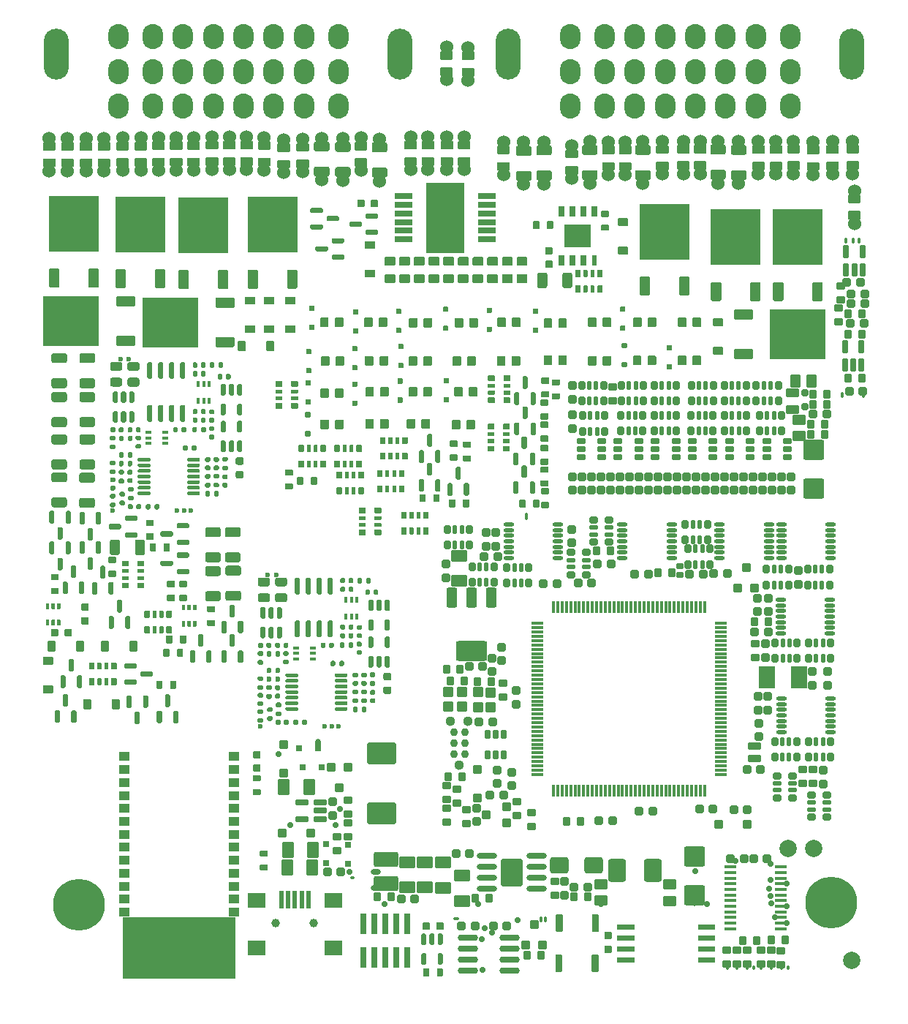
<source format=gts>
G75*
G70*
%OFA0B0*%
%FSLAX25Y25*%
%IPPOS*%
%LPD*%
%AMOC8*
5,1,8,0,0,1.08239X$1,22.5*
%
%AMM123*
21,1,0.076380,0.036220,-0.000000,0.000000,90.000000*
21,1,0.061810,0.050790,-0.000000,0.000000,90.000000*
1,1,0.014570,0.018110,0.030910*
1,1,0.014570,0.018110,-0.030910*
1,1,0.014570,-0.018110,-0.030910*
1,1,0.014570,-0.018110,0.030910*
%
%AMM124*
21,1,0.038980,0.026770,-0.000000,0.000000,270.000000*
21,1,0.026770,0.038980,-0.000000,0.000000,270.000000*
1,1,0.012210,-0.013390,-0.013390*
1,1,0.012210,-0.013390,0.013390*
1,1,0.012210,0.013390,0.013390*
1,1,0.012210,0.013390,-0.013390*
%
%AMM125*
21,1,0.040950,0.030320,-0.000000,0.000000,180.000000*
21,1,0.028350,0.042910,-0.000000,0.000000,180.000000*
1,1,0.012600,-0.014170,0.015160*
1,1,0.012600,0.014170,0.015160*
1,1,0.012600,0.014170,-0.015160*
1,1,0.012600,-0.014170,-0.015160*
%
%AMM126*
21,1,0.027170,0.052760,-0.000000,0.000000,90.000000*
21,1,0.017320,0.062600,-0.000000,0.000000,90.000000*
1,1,0.009840,0.026380,0.008660*
1,1,0.009840,0.026380,-0.008660*
1,1,0.009840,-0.026380,-0.008660*
1,1,0.009840,-0.026380,0.008660*
%
%AMM127*
21,1,0.100000,0.111020,-0.000000,0.000000,270.000000*
21,1,0.075590,0.135430,-0.000000,0.000000,270.000000*
1,1,0.024410,-0.055510,-0.037800*
1,1,0.024410,-0.055510,0.037800*
1,1,0.024410,0.055510,0.037800*
1,1,0.024410,0.055510,-0.037800*
%
%AMM128*
21,1,0.029130,0.018900,-0.000000,0.000000,0.000000*
21,1,0.018900,0.029130,-0.000000,0.000000,0.000000*
1,1,0.010240,0.009450,-0.009450*
1,1,0.010240,-0.009450,-0.009450*
1,1,0.010240,-0.009450,0.009450*
1,1,0.010240,0.009450,0.009450*
%
%AMM129*
21,1,0.041340,0.026770,-0.000000,0.000000,90.000000*
21,1,0.029130,0.038980,-0.000000,0.000000,90.000000*
1,1,0.012210,0.013390,0.014570*
1,1,0.012210,0.013390,-0.014570*
1,1,0.012210,-0.013390,-0.014570*
1,1,0.012210,-0.013390,0.014570*
%
%AMM130*
21,1,0.029130,0.018900,-0.000000,0.000000,270.000000*
21,1,0.018900,0.029130,-0.000000,0.000000,270.000000*
1,1,0.010240,-0.009450,-0.009450*
1,1,0.010240,-0.009450,0.009450*
1,1,0.010240,0.009450,0.009450*
1,1,0.010240,0.009450,-0.009450*
%
%AMM131*
21,1,0.033070,0.030710,-0.000000,0.000000,90.000000*
21,1,0.022050,0.041730,-0.000000,0.000000,90.000000*
1,1,0.011020,0.015350,0.011020*
1,1,0.011020,0.015350,-0.011020*
1,1,0.011020,-0.015350,-0.011020*
1,1,0.011020,-0.015350,0.011020*
%
%AMM132*
21,1,0.038980,0.026770,-0.000000,0.000000,180.000000*
21,1,0.026770,0.038980,-0.000000,0.000000,180.000000*
1,1,0.012210,-0.013390,0.013390*
1,1,0.012210,0.013390,0.013390*
1,1,0.012210,0.013390,-0.013390*
1,1,0.012210,-0.013390,-0.013390*
%
%AMM133*
21,1,0.041340,0.026770,-0.000000,0.000000,180.000000*
21,1,0.029130,0.038980,-0.000000,0.000000,180.000000*
1,1,0.012210,-0.014570,0.013390*
1,1,0.012210,0.014570,0.013390*
1,1,0.012210,0.014570,-0.013390*
1,1,0.012210,-0.014570,-0.013390*
%
%AMM147*
21,1,0.033070,0.030710,-0.000000,0.000000,270.000000*
21,1,0.022050,0.041730,-0.000000,0.000000,270.000000*
1,1,0.011020,-0.015350,-0.011020*
1,1,0.011020,-0.015350,0.011020*
1,1,0.011020,0.015350,0.011020*
1,1,0.011020,0.015350,-0.011020*
%
%AMM148*
21,1,0.038980,0.026770,-0.000000,0.000000,0.000000*
21,1,0.026770,0.038980,-0.000000,0.000000,0.000000*
1,1,0.012210,0.013390,-0.013390*
1,1,0.012210,-0.013390,-0.013390*
1,1,0.012210,-0.013390,0.013390*
1,1,0.012210,0.013390,0.013390*
%
%AMM165*
21,1,0.044880,0.049210,-0.000000,-0.000000,270.000000*
21,1,0.031500,0.062600,-0.000000,-0.000000,270.000000*
1,1,0.013390,-0.024610,-0.015750*
1,1,0.013390,-0.024610,0.015750*
1,1,0.013390,0.024610,0.015750*
1,1,0.013390,0.024610,-0.015750*
%
%AMM166*
21,1,0.111810,0.050390,-0.000000,-0.000000,180.000000*
21,1,0.093700,0.068500,-0.000000,-0.000000,180.000000*
1,1,0.018110,-0.046850,0.025200*
1,1,0.018110,0.046850,0.025200*
1,1,0.018110,0.046850,-0.025200*
1,1,0.018110,-0.046850,-0.025200*
%
%AMM167*
21,1,0.080320,0.083460,-0.000000,-0.000000,0.000000*
21,1,0.059840,0.103940,-0.000000,-0.000000,0.000000*
1,1,0.020470,0.029920,-0.041730*
1,1,0.020470,-0.029920,-0.041730*
1,1,0.020470,-0.029920,0.041730*
1,1,0.020470,0.029920,0.041730*
%
%AMM168*
21,1,0.033070,0.030710,-0.000000,-0.000000,0.000000*
21,1,0.022050,0.041730,-0.000000,-0.000000,0.000000*
1,1,0.011020,0.011020,-0.015350*
1,1,0.011020,-0.011020,-0.015350*
1,1,0.011020,-0.011020,0.015350*
1,1,0.011020,0.011020,0.015350*
%
%AMM169*
21,1,0.038980,0.026770,-0.000000,-0.000000,0.000000*
21,1,0.026770,0.038980,-0.000000,-0.000000,0.000000*
1,1,0.012210,0.013390,-0.013390*
1,1,0.012210,-0.013390,-0.013390*
1,1,0.012210,-0.013390,0.013390*
1,1,0.012210,0.013390,0.013390*
%
%AMM170*
21,1,0.038980,0.026770,-0.000000,-0.000000,90.000000*
21,1,0.026770,0.038980,-0.000000,-0.000000,90.000000*
1,1,0.012210,0.013390,0.013390*
1,1,0.012210,0.013390,-0.013390*
1,1,0.012210,-0.013390,-0.013390*
1,1,0.012210,-0.013390,0.013390*
%
%AMM171*
21,1,0.127560,0.075590,-0.000000,-0.000000,90.000000*
21,1,0.103150,0.100000,-0.000000,-0.000000,90.000000*
1,1,0.024410,0.037800,0.051580*
1,1,0.024410,0.037800,-0.051580*
1,1,0.024410,-0.037800,-0.051580*
1,1,0.024410,-0.037800,0.051580*
%
%AMM172*
21,1,0.084250,0.053540,-0.000000,-0.000000,0.000000*
21,1,0.065350,0.072440,-0.000000,-0.000000,0.000000*
1,1,0.018900,0.032680,-0.026770*
1,1,0.018900,-0.032680,-0.026770*
1,1,0.018900,-0.032680,0.026770*
1,1,0.018900,0.032680,0.026770*
%
%AMM173*
21,1,0.076380,0.036220,-0.000000,-0.000000,0.000000*
21,1,0.061810,0.050790,-0.000000,-0.000000,0.000000*
1,1,0.014570,0.030910,-0.018110*
1,1,0.014570,-0.030910,-0.018110*
1,1,0.014570,-0.030910,0.018110*
1,1,0.014570,0.030910,0.018110*
%
%AMM174*
21,1,0.092130,0.073230,-0.000000,-0.000000,270.000000*
21,1,0.069290,0.096060,-0.000000,-0.000000,270.000000*
1,1,0.022840,-0.036610,-0.034650*
1,1,0.022840,-0.036610,0.034650*
1,1,0.022840,0.036610,0.034650*
1,1,0.022840,0.036610,-0.034650*
%
%AMM175*
21,1,0.033070,0.030710,-0.000000,-0.000000,270.000000*
21,1,0.022050,0.041730,-0.000000,-0.000000,270.000000*
1,1,0.011020,-0.015350,-0.011020*
1,1,0.011020,-0.015350,0.011020*
1,1,0.011020,0.015350,0.011020*
1,1,0.011020,0.015350,-0.011020*
%
%AMM205*
21,1,0.040950,0.050000,-0.000000,-0.000000,90.000000*
21,1,0.028350,0.062600,-0.000000,-0.000000,90.000000*
1,1,0.012600,0.025000,0.014170*
1,1,0.012600,0.025000,-0.014170*
1,1,0.012600,-0.025000,-0.014170*
1,1,0.012600,-0.025000,0.014170*
%
%AMM206*
21,1,0.092130,0.073230,-0.000000,-0.000000,90.000000*
21,1,0.069290,0.096060,-0.000000,-0.000000,90.000000*
1,1,0.022840,0.036610,0.034650*
1,1,0.022840,0.036610,-0.034650*
1,1,0.022840,-0.036610,-0.034650*
1,1,0.022840,-0.036610,0.034650*
%
%AMM207*
21,1,0.044880,0.049210,-0.000000,-0.000000,0.000000*
21,1,0.031500,0.062600,-0.000000,-0.000000,0.000000*
1,1,0.013390,0.015750,-0.024610*
1,1,0.013390,-0.015750,-0.024610*
1,1,0.013390,-0.015750,0.024610*
1,1,0.013390,0.015750,0.024610*
%
%AMM208*
21,1,0.029130,0.030710,-0.000000,-0.000000,270.000000*
21,1,0.018900,0.040950,-0.000000,-0.000000,270.000000*
1,1,0.010240,-0.015350,-0.009450*
1,1,0.010240,-0.015350,0.009450*
1,1,0.010240,0.015350,0.009450*
1,1,0.010240,0.015350,-0.009450*
%
%AMM209*
21,1,0.031100,0.026380,-0.000000,-0.000000,180.000000*
21,1,0.020470,0.037010,-0.000000,-0.000000,180.000000*
1,1,0.010630,-0.010240,0.013190*
1,1,0.010630,0.010240,0.013190*
1,1,0.010630,0.010240,-0.013190*
1,1,0.010630,-0.010240,-0.013190*
%
%AMM21*
21,1,0.033070,0.030710,0.000000,0.000000,0.000000*
21,1,0.022050,0.041730,0.000000,0.000000,0.000000*
1,1,0.011020,0.011020,-0.015350*
1,1,0.011020,-0.011020,-0.015350*
1,1,0.011020,-0.011020,0.015350*
1,1,0.011020,0.011020,0.015350*
%
%AMM210*
21,1,0.023230,0.027950,-0.000000,-0.000000,180.000000*
21,1,0.014170,0.037010,-0.000000,-0.000000,180.000000*
1,1,0.009060,-0.007090,0.013980*
1,1,0.009060,0.007090,0.013980*
1,1,0.009060,0.007090,-0.013980*
1,1,0.009060,-0.007090,-0.013980*
%
%AMM211*
21,1,0.033070,0.030710,-0.000000,-0.000000,180.000000*
21,1,0.022050,0.041730,-0.000000,-0.000000,180.000000*
1,1,0.011020,-0.011020,0.015350*
1,1,0.011020,0.011020,0.015350*
1,1,0.011020,0.011020,-0.015350*
1,1,0.011020,-0.011020,-0.015350*
%
%AMM241*
21,1,0.033070,0.030710,-0.000000,0.000000,0.000000*
21,1,0.022050,0.041730,-0.000000,0.000000,0.000000*
1,1,0.011020,0.011020,-0.015350*
1,1,0.011020,-0.011020,-0.015350*
1,1,0.011020,-0.011020,0.015350*
1,1,0.011020,0.011020,0.015350*
%
%AMM286*
21,1,0.076380,0.036220,-0.000000,-0.000000,180.000000*
21,1,0.061810,0.050790,-0.000000,-0.000000,180.000000*
1,1,0.014570,-0.030910,0.018110*
1,1,0.014570,0.030910,0.018110*
1,1,0.014570,0.030910,-0.018110*
1,1,0.014570,-0.030910,-0.018110*
%
%AMM287*
21,1,0.033070,0.030710,-0.000000,-0.000000,90.000000*
21,1,0.022050,0.041730,-0.000000,-0.000000,90.000000*
1,1,0.011020,0.015350,0.011020*
1,1,0.011020,0.015350,-0.011020*
1,1,0.011020,-0.015350,-0.011020*
1,1,0.011020,-0.015350,0.011020*
%
%AMM288*
21,1,0.038980,0.026770,-0.000000,-0.000000,270.000000*
21,1,0.026770,0.038980,-0.000000,-0.000000,270.000000*
1,1,0.012210,-0.013390,-0.013390*
1,1,0.012210,-0.013390,0.013390*
1,1,0.012210,0.013390,0.013390*
1,1,0.012210,0.013390,-0.013390*
%
%AMM289*
21,1,0.015350,0.017720,-0.000000,-0.000000,0.000000*
21,1,0.000000,0.033070,-0.000000,-0.000000,0.000000*
1,1,0.015350,-0.000000,-0.008860*
1,1,0.015350,-0.000000,-0.008860*
1,1,0.015350,-0.000000,0.008860*
1,1,0.015350,-0.000000,0.008860*
%
%AMM290*
21,1,0.029130,0.030710,-0.000000,-0.000000,0.000000*
21,1,0.018900,0.040950,-0.000000,-0.000000,0.000000*
1,1,0.010240,0.009450,-0.015350*
1,1,0.010240,-0.009450,-0.015350*
1,1,0.010240,-0.009450,0.015350*
1,1,0.010240,0.009450,0.015350*
%
%AMM291*
21,1,0.033070,0.018900,-0.000000,-0.000000,0.000000*
21,1,0.022840,0.029130,-0.000000,-0.000000,0.000000*
1,1,0.010240,0.011420,-0.009450*
1,1,0.010240,-0.011420,-0.009450*
1,1,0.010240,-0.011420,0.009450*
1,1,0.010240,0.011420,0.009450*
%
%AMM292*
21,1,0.143310,0.067720,-0.000000,-0.000000,180.000000*
21,1,0.120870,0.090160,-0.000000,-0.000000,180.000000*
1,1,0.022440,-0.060430,0.033860*
1,1,0.022440,0.060430,0.033860*
1,1,0.022440,0.060430,-0.033860*
1,1,0.022440,-0.060430,-0.033860*
%
%AMM293*
21,1,0.048820,0.075980,-0.000000,-0.000000,180.000000*
21,1,0.034650,0.090160,-0.000000,-0.000000,180.000000*
1,1,0.014170,-0.017320,0.037990*
1,1,0.014170,0.017320,0.037990*
1,1,0.014170,0.017320,-0.037990*
1,1,0.014170,-0.017320,-0.037990*
%
%AMM294*
21,1,0.048820,0.075990,-0.000000,-0.000000,180.000000*
21,1,0.034650,0.090160,-0.000000,-0.000000,180.000000*
1,1,0.014170,-0.017320,0.037990*
1,1,0.014170,0.017320,0.037990*
1,1,0.014170,0.017320,-0.037990*
1,1,0.014170,-0.017320,-0.037990*
%
%AMM295*
21,1,0.044880,0.035430,-0.000000,-0.000000,90.000000*
21,1,0.031500,0.048820,-0.000000,-0.000000,90.000000*
1,1,0.013390,0.017720,0.015750*
1,1,0.013390,0.017720,-0.015750*
1,1,0.013390,-0.017720,-0.015750*
1,1,0.013390,-0.017720,0.015750*
%
%AMM296*
21,1,0.040950,0.030320,-0.000000,-0.000000,90.000000*
21,1,0.028350,0.042910,-0.000000,-0.000000,90.000000*
1,1,0.012600,0.015160,0.014170*
1,1,0.012600,0.015160,-0.014170*
1,1,0.012600,-0.015160,-0.014170*
1,1,0.012600,-0.015160,0.014170*
%
%AMM297*
21,1,0.041340,0.026770,-0.000000,-0.000000,90.000000*
21,1,0.029130,0.038980,-0.000000,-0.000000,90.000000*
1,1,0.012210,0.013390,0.014570*
1,1,0.012210,0.013390,-0.014570*
1,1,0.012210,-0.013390,-0.014570*
1,1,0.012210,-0.013390,0.014570*
%
%AMM298*
21,1,0.040950,0.030320,-0.000000,-0.000000,0.000000*
21,1,0.028350,0.042910,-0.000000,-0.000000,0.000000*
1,1,0.012600,0.014170,-0.015160*
1,1,0.012600,-0.014170,-0.015160*
1,1,0.012600,-0.014170,0.015160*
1,1,0.012600,0.014170,0.015160*
%
%AMM299*
21,1,0.031100,0.026380,-0.000000,-0.000000,90.000000*
21,1,0.020470,0.037010,-0.000000,-0.000000,90.000000*
1,1,0.010630,0.013190,0.010240*
1,1,0.010630,0.013190,-0.010240*
1,1,0.010630,-0.013190,-0.010240*
1,1,0.010630,-0.013190,0.010240*
%
%AMM300*
21,1,0.023230,0.027950,-0.000000,-0.000000,90.000000*
21,1,0.014170,0.037010,-0.000000,-0.000000,90.000000*
1,1,0.009060,0.013980,0.007090*
1,1,0.009060,0.013980,-0.007090*
1,1,0.009060,-0.013980,-0.007090*
1,1,0.009060,-0.013980,0.007090*
%
%AMM301*
21,1,0.033070,0.049610,-0.000000,-0.000000,90.000000*
21,1,0.022050,0.060630,-0.000000,-0.000000,90.000000*
1,1,0.011020,0.024800,0.011020*
1,1,0.011020,0.024800,-0.011020*
1,1,0.011020,-0.024800,-0.011020*
1,1,0.011020,-0.024800,0.011020*
%
%AMM302*
21,1,0.041340,0.026770,-0.000000,-0.000000,0.000000*
21,1,0.029130,0.038980,-0.000000,-0.000000,0.000000*
1,1,0.012210,0.014570,-0.013390*
1,1,0.012210,-0.014570,-0.013390*
1,1,0.012210,-0.014570,0.013390*
1,1,0.012210,0.014570,0.013390*
%
%AMM309*
21,1,0.038980,0.026770,-0.000000,-0.000000,180.000000*
21,1,0.026770,0.038980,-0.000000,-0.000000,180.000000*
1,1,0.012210,-0.013390,0.013390*
1,1,0.012210,0.013390,0.013390*
1,1,0.012210,0.013390,-0.013390*
1,1,0.012210,-0.013390,-0.013390*
%
%AMM311*
21,1,0.027170,0.052760,-0.000000,0.000000,0.000000*
21,1,0.017320,0.062600,-0.000000,0.000000,0.000000*
1,1,0.009840,0.008660,-0.026380*
1,1,0.009840,-0.008660,-0.026380*
1,1,0.009840,-0.008660,0.026380*
1,1,0.009840,0.008660,0.026380*
%
%AMM47*
21,1,0.038980,0.026770,0.000000,0.000000,0.000000*
21,1,0.026770,0.038980,0.000000,0.000000,0.000000*
1,1,0.012210,0.013390,-0.013390*
1,1,0.012210,-0.013390,-0.013390*
1,1,0.012210,-0.013390,0.013390*
1,1,0.012210,0.013390,0.013390*
%
%AMM48*
21,1,0.033070,0.030710,0.000000,0.000000,270.000000*
21,1,0.022050,0.041730,0.000000,0.000000,270.000000*
1,1,0.011020,-0.015350,-0.011020*
1,1,0.011020,-0.015350,0.011020*
1,1,0.011020,0.015350,0.011020*
1,1,0.011020,0.015350,-0.011020*
%
%ADD112O,0.04488X0.02520*%
%ADD118M21*%
%ADD12O,0.00787X0.01575*%
%ADD121C,0.02913*%
%ADD13C,0.02362*%
%ADD14C,0.06000*%
%ADD141O,0.09213X0.02520*%
%ADD147O,0.02520X0.04488*%
%ADD148R,0.02559X0.01575*%
%ADD15C,0.23622*%
%ADD155R,0.01575X0.02559*%
%ADD16C,0.07874*%
%ADD162O,0.01339X0.02126*%
%ADD163O,0.05512X0.01535*%
%ADD164M47*%
%ADD165M48*%
%ADD17R,0.22835X0.25197*%
%ADD178C,0.03701*%
%ADD20R,0.01969X0.07874*%
%ADD21R,0.07874X0.06693*%
%ADD22R,0.25197X0.22835*%
%ADD220O,0.05669X0.01417*%
%ADD221O,0.01417X0.05669*%
%ADD226O,0.04882X0.01732*%
%ADD229R,0.07244X0.10000*%
%ADD23R,0.07874X0.02559*%
%ADD234C,0.03651*%
%ADD237C,0.04451*%
%ADD24R,0.17717X0.31890*%
%ADD245O,0.02520X0.01535*%
%ADD246O,0.01535X0.02520*%
%ADD247O,0.09213X0.02913*%
%ADD25O,0.00984X0.01969*%
%ADD265M123*%
%ADD266M124*%
%ADD267M125*%
%ADD268M126*%
%ADD269O,0.02520X0.01339*%
%ADD270M127*%
%ADD271M128*%
%ADD272M129*%
%ADD273M130*%
%ADD274M131*%
%ADD275M132*%
%ADD276M133*%
%ADD28O,0.01969X0.00984*%
%ADD297M147*%
%ADD298M148*%
%ADD31O,0.01969X0.03937*%
%ADD316M165*%
%ADD317M166*%
%ADD318M167*%
%ADD319M168*%
%ADD320M169*%
%ADD321M170*%
%ADD322M171*%
%ADD323M172*%
%ADD324M173*%
%ADD325M174*%
%ADD326M175*%
%ADD356M205*%
%ADD357M206*%
%ADD358M207*%
%ADD359M208*%
%ADD360M209*%
%ADD361M210*%
%ADD362M211*%
%ADD37O,0.01969X0.00787*%
%ADD394M241*%
%ADD441M286*%
%ADD442M287*%
%ADD443M288*%
%ADD444M289*%
%ADD445M290*%
%ADD446M291*%
%ADD447M292*%
%ADD448M293*%
%ADD449M294*%
%ADD45R,0.02559X0.05157*%
%ADD450M295*%
%ADD451M296*%
%ADD452M297*%
%ADD453M298*%
%ADD454M299*%
%ADD455M300*%
%ADD456M301*%
%ADD457M302*%
%ADD46R,0.02362X0.05157*%
%ADD47R,0.05906X0.05217*%
%ADD470M309*%
%ADD472M311*%
%ADD48R,0.05118X0.03937*%
%ADD52O,0.03937X0.01969*%
%ADD56R,0.02913X0.09449*%
%ADD58C,0.03937*%
%ADD69C,0.00472*%
%ADD70O,0.11417X0.23228*%
%ADD71O,0.09449X0.11417*%
X0000000Y0000000D02*
%LPD*%
G01*
D69*
X0038780Y0000787D02*
X0038780Y0028346D01*
X0038780Y0028346D02*
X0089961Y0028346D01*
X0089961Y0028346D02*
X0089961Y0000787D01*
X0089961Y0000787D02*
X0038780Y0000787D01*
G36*
X0089961Y0000787D02*
G01*
X0038780Y0000787D01*
X0038780Y0028346D01*
X0089961Y0028346D01*
X0089961Y0000787D01*
G37*
X0089961Y0000787D02*
X0038780Y0000787D01*
X0038780Y0028346D01*
X0089961Y0028346D01*
X0089961Y0000787D01*
D12*
X0342145Y0005415D03*
X0339153Y0005415D03*
X0334527Y0005415D03*
X0329901Y0005415D03*
X0326594Y0005415D03*
X0323641Y0005415D03*
X0319015Y0005415D03*
X0314389Y0005415D03*
D13*
X0334232Y0045177D03*
X0341456Y0043504D03*
X0333385Y0041339D03*
X0334232Y0037894D03*
X0334527Y0034547D03*
X0341456Y0033268D03*
X0336299Y0028150D03*
X0341456Y0025591D03*
X0318129Y0053839D03*
X0334173Y0052657D03*
G36*
G01*
X0098858Y0294508D02*
X0094843Y0294508D01*
G75*
G02*
X0094488Y0294862I0000000J0000354D01*
G01*
X0094488Y0297697D01*
G75*
G02*
X0094843Y0298051I0000354J0000000D01*
G01*
X0098858Y0298051D01*
G75*
G02*
X0099213Y0297697I0000000J-000354D01*
G01*
X0099213Y0294862D01*
G75*
G02*
X0098858Y0294508I-000354J0000000D01*
G01*
G37*
G36*
G01*
X0098858Y0307500D02*
X0094843Y0307500D01*
G75*
G02*
X0094488Y0307854I0000000J0000354D01*
G01*
X0094488Y0310689D01*
G75*
G02*
X0094843Y0311043I0000354J0000000D01*
G01*
X0098858Y0311043D01*
G75*
G02*
X0099213Y0310689I0000000J-000354D01*
G01*
X0099213Y0307854D01*
G75*
G02*
X0098858Y0307500I-000354J0000000D01*
G01*
G37*
G36*
G01*
X0304626Y0368898D02*
X0299705Y0368898D01*
G75*
G02*
X0299311Y0369291I0000000J0000394D01*
G01*
X0299311Y0372441D01*
G75*
G02*
X0299705Y0372835I0000394J0000000D01*
G01*
X0304626Y0372835D01*
G75*
G02*
X0305020Y0372441I0000000J-000394D01*
G01*
X0305020Y0369291D01*
G75*
G02*
X0304626Y0368898I-000394J0000000D01*
G01*
G37*
D14*
X0302165Y0367106D03*
G36*
G01*
X0304626Y0376378D02*
X0299705Y0376378D01*
G75*
G02*
X0299311Y0376772I0000000J0000394D01*
G01*
X0299311Y0379921D01*
G75*
G02*
X0299705Y0380315I0000394J0000000D01*
G01*
X0304626Y0380315D01*
G75*
G02*
X0305020Y0379921I0000000J-000394D01*
G01*
X0305020Y0376772D01*
G75*
G02*
X0304626Y0376378I-000394J0000000D01*
G01*
G37*
X0302165Y0382106D03*
G36*
G01*
X0049646Y0209449D02*
X0052717Y0209449D01*
G75*
G02*
X0052992Y0209173I0000000J-000276D01*
G01*
X0052992Y0206969D01*
G75*
G02*
X0052717Y0206693I-000276J0000000D01*
G01*
X0049646Y0206693D01*
G75*
G02*
X0049370Y0206969I0000000J0000276D01*
G01*
X0049370Y0209173D01*
G75*
G02*
X0049646Y0209449I0000276J0000000D01*
G01*
G37*
G36*
G01*
X0049646Y0203150D02*
X0052717Y0203150D01*
G75*
G02*
X0052992Y0202874I0000000J-000276D01*
G01*
X0052992Y0200669D01*
G75*
G02*
X0052717Y0200394I-000276J0000000D01*
G01*
X0049646Y0200394D01*
G75*
G02*
X0049370Y0200669I0000000J0000276D01*
G01*
X0049370Y0202874D01*
G75*
G02*
X0049646Y0203150I0000276J0000000D01*
G01*
G37*
G36*
G01*
X0101614Y0058661D02*
X0104685Y0058661D01*
G75*
G02*
X0104961Y0058386I0000000J-000276D01*
G01*
X0104961Y0056181D01*
G75*
G02*
X0104685Y0055906I-000276J0000000D01*
G01*
X0101614Y0055906D01*
G75*
G02*
X0101339Y0056181I0000000J0000276D01*
G01*
X0101339Y0058386D01*
G75*
G02*
X0101614Y0058661I0000276J0000000D01*
G01*
G37*
G36*
G01*
X0101614Y0052362D02*
X0104685Y0052362D01*
G75*
G02*
X0104961Y0052087I0000000J-000276D01*
G01*
X0104961Y0049882D01*
G75*
G02*
X0104685Y0049606I-000276J0000000D01*
G01*
X0101614Y0049606D01*
G75*
G02*
X0101339Y0049882I0000000J0000276D01*
G01*
X0101339Y0052087D01*
G75*
G02*
X0101614Y0052362I0000276J0000000D01*
G01*
G37*
G36*
G01*
X0136220Y0221319D02*
X0136220Y0223957D01*
G75*
G02*
X0136476Y0224213I0000256J0000000D01*
G01*
X0138524Y0224213D01*
G75*
G02*
X0138780Y0223957I0000000J-000256D01*
G01*
X0138780Y0221319D01*
G75*
G02*
X0138524Y0221063I-000256J0000000D01*
G01*
X0136476Y0221063D01*
G75*
G02*
X0136220Y0221319I0000000J0000256D01*
G01*
G37*
G36*
G01*
X0140059Y0221240D02*
X0140059Y0224035D01*
G75*
G02*
X0140236Y0224213I0000177J0000000D01*
G01*
X0141654Y0224213D01*
G75*
G02*
X0141831Y0224035I0000000J-000177D01*
G01*
X0141831Y0221240D01*
G75*
G02*
X0141654Y0221063I-000177J0000000D01*
G01*
X0140236Y0221063D01*
G75*
G02*
X0140059Y0221240I0000000J0000177D01*
G01*
G37*
G36*
G01*
X0143209Y0221240D02*
X0143209Y0224035D01*
G75*
G02*
X0143386Y0224213I0000177J0000000D01*
G01*
X0144803Y0224213D01*
G75*
G02*
X0144980Y0224035I0000000J-000177D01*
G01*
X0144980Y0221240D01*
G75*
G02*
X0144803Y0221063I-000177J0000000D01*
G01*
X0143386Y0221063D01*
G75*
G02*
X0143209Y0221240I0000000J0000177D01*
G01*
G37*
G36*
G01*
X0146260Y0221319D02*
X0146260Y0223957D01*
G75*
G02*
X0146516Y0224213I0000256J0000000D01*
G01*
X0148563Y0224213D01*
G75*
G02*
X0148819Y0223957I0000000J-000256D01*
G01*
X0148819Y0221319D01*
G75*
G02*
X0148563Y0221063I-000256J0000000D01*
G01*
X0146516Y0221063D01*
G75*
G02*
X0146260Y0221319I0000000J0000256D01*
G01*
G37*
G36*
G01*
X0146260Y0228406D02*
X0146260Y0231043D01*
G75*
G02*
X0146516Y0231299I0000256J0000000D01*
G01*
X0148563Y0231299D01*
G75*
G02*
X0148819Y0231043I0000000J-000256D01*
G01*
X0148819Y0228406D01*
G75*
G02*
X0148563Y0228150I-000256J0000000D01*
G01*
X0146516Y0228150D01*
G75*
G02*
X0146260Y0228406I0000000J0000256D01*
G01*
G37*
G36*
G01*
X0143209Y0228327D02*
X0143209Y0231122D01*
G75*
G02*
X0143386Y0231299I0000177J0000000D01*
G01*
X0144803Y0231299D01*
G75*
G02*
X0144980Y0231122I0000000J-000177D01*
G01*
X0144980Y0228327D01*
G75*
G02*
X0144803Y0228150I-000177J0000000D01*
G01*
X0143386Y0228150D01*
G75*
G02*
X0143209Y0228327I0000000J0000177D01*
G01*
G37*
G36*
G01*
X0140059Y0228327D02*
X0140059Y0231122D01*
G75*
G02*
X0140236Y0231299I0000177J0000000D01*
G01*
X0141654Y0231299D01*
G75*
G02*
X0141831Y0231122I0000000J-000177D01*
G01*
X0141831Y0228327D01*
G75*
G02*
X0141654Y0228150I-000177J0000000D01*
G01*
X0140236Y0228150D01*
G75*
G02*
X0140059Y0228327I0000000J0000177D01*
G01*
G37*
G36*
G01*
X0136220Y0228406D02*
X0136220Y0231043D01*
G75*
G02*
X0136476Y0231299I0000256J0000000D01*
G01*
X0138524Y0231299D01*
G75*
G02*
X0138780Y0231043I0000000J-000256D01*
G01*
X0138780Y0228406D01*
G75*
G02*
X0138524Y0228150I-000256J0000000D01*
G01*
X0136476Y0228150D01*
G75*
G02*
X0136220Y0228406I0000000J0000256D01*
G01*
G37*
G36*
G01*
X0199409Y0254528D02*
X0199409Y0250984D01*
G75*
G02*
X0199016Y0250591I-000394J0000000D01*
G01*
X0195866Y0250591D01*
G75*
G02*
X0195472Y0250984I0000000J0000394D01*
G01*
X0195472Y0254528D01*
G75*
G02*
X0195866Y0254921I0000394J0000000D01*
G01*
X0199016Y0254921D01*
G75*
G02*
X0199409Y0254528I0000000J-000394D01*
G01*
G37*
G36*
G01*
X0192717Y0254528D02*
X0192717Y0250984D01*
G75*
G02*
X0192323Y0250591I-000394J0000000D01*
G01*
X0189173Y0250591D01*
G75*
G02*
X0188780Y0250984I0000000J0000394D01*
G01*
X0188780Y0254528D01*
G75*
G02*
X0189173Y0254921I0000394J0000000D01*
G01*
X0192323Y0254921D01*
G75*
G02*
X0192717Y0254528I0000000J-000394D01*
G01*
G37*
G36*
G01*
X0215295Y0262598D02*
X0212657Y0262598D01*
G75*
G02*
X0212402Y0262854I0000000J0000256D01*
G01*
X0212402Y0264902D01*
G75*
G02*
X0212657Y0265157I0000256J0000000D01*
G01*
X0215295Y0265157D01*
G75*
G02*
X0215551Y0264902I0000000J-000256D01*
G01*
X0215551Y0262854D01*
G75*
G02*
X0215295Y0262598I-000256J0000000D01*
G01*
G37*
G36*
G01*
X0215374Y0266437D02*
X0212579Y0266437D01*
G75*
G02*
X0212402Y0266614I0000000J0000177D01*
G01*
X0212402Y0268031D01*
G75*
G02*
X0212579Y0268209I0000177J0000000D01*
G01*
X0215374Y0268209D01*
G75*
G02*
X0215551Y0268031I0000000J-000177D01*
G01*
X0215551Y0266614D01*
G75*
G02*
X0215374Y0266437I-000177J0000000D01*
G01*
G37*
G36*
G01*
X0215374Y0269587D02*
X0212579Y0269587D01*
G75*
G02*
X0212402Y0269764I0000000J0000177D01*
G01*
X0212402Y0271181D01*
G75*
G02*
X0212579Y0271358I0000177J0000000D01*
G01*
X0215374Y0271358D01*
G75*
G02*
X0215551Y0271181I0000000J-000177D01*
G01*
X0215551Y0269764D01*
G75*
G02*
X0215374Y0269587I-000177J0000000D01*
G01*
G37*
G36*
G01*
X0215295Y0272638D02*
X0212657Y0272638D01*
G75*
G02*
X0212402Y0272894I0000000J0000256D01*
G01*
X0212402Y0274941D01*
G75*
G02*
X0212657Y0275197I0000256J0000000D01*
G01*
X0215295Y0275197D01*
G75*
G02*
X0215551Y0274941I0000000J-000256D01*
G01*
X0215551Y0272894D01*
G75*
G02*
X0215295Y0272638I-000256J0000000D01*
G01*
G37*
G36*
G01*
X0208209Y0272638D02*
X0205571Y0272638D01*
G75*
G02*
X0205315Y0272894I0000000J0000256D01*
G01*
X0205315Y0274941D01*
G75*
G02*
X0205571Y0275197I0000256J0000000D01*
G01*
X0208209Y0275197D01*
G75*
G02*
X0208465Y0274941I0000000J-000256D01*
G01*
X0208465Y0272894D01*
G75*
G02*
X0208209Y0272638I-000256J0000000D01*
G01*
G37*
G36*
G01*
X0208287Y0269587D02*
X0205492Y0269587D01*
G75*
G02*
X0205315Y0269764I0000000J0000177D01*
G01*
X0205315Y0271181D01*
G75*
G02*
X0205492Y0271358I0000177J0000000D01*
G01*
X0208287Y0271358D01*
G75*
G02*
X0208465Y0271181I0000000J-000177D01*
G01*
X0208465Y0269764D01*
G75*
G02*
X0208287Y0269587I-000177J0000000D01*
G01*
G37*
G36*
G01*
X0208287Y0266437D02*
X0205492Y0266437D01*
G75*
G02*
X0205315Y0266614I0000000J0000177D01*
G01*
X0205315Y0268031D01*
G75*
G02*
X0205492Y0268209I0000177J0000000D01*
G01*
X0208287Y0268209D01*
G75*
G02*
X0208465Y0268031I0000000J-000177D01*
G01*
X0208465Y0266614D01*
G75*
G02*
X0208287Y0266437I-000177J0000000D01*
G01*
G37*
G36*
G01*
X0208209Y0262598D02*
X0205571Y0262598D01*
G75*
G02*
X0205315Y0262854I0000000J0000256D01*
G01*
X0205315Y0264902D01*
G75*
G02*
X0205571Y0265157I0000256J0000000D01*
G01*
X0208209Y0265157D01*
G75*
G02*
X0208465Y0264902I0000000J-000256D01*
G01*
X0208465Y0262854D01*
G75*
G02*
X0208209Y0262598I-000256J0000000D01*
G01*
G37*
G36*
G01*
X0265551Y0295715D02*
X0265551Y0297604D01*
G75*
G02*
X0265787Y0297841I0000236J0000000D01*
G01*
X0267677Y0297841D01*
G75*
G02*
X0267913Y0297604I0000000J-000236D01*
G01*
X0267913Y0295715D01*
G75*
G02*
X0267677Y0295478I-000236J0000000D01*
G01*
X0265787Y0295478D01*
G75*
G02*
X0265551Y0295715I0000000J0000236D01*
G01*
G37*
G36*
G01*
X0265551Y0304376D02*
X0265551Y0306266D01*
G75*
G02*
X0265787Y0306502I0000236J0000000D01*
G01*
X0267677Y0306502D01*
G75*
G02*
X0267913Y0306266I0000000J-000236D01*
G01*
X0267913Y0304376D01*
G75*
G02*
X0267677Y0304140I-000236J0000000D01*
G01*
X0265787Y0304140D01*
G75*
G02*
X0265551Y0304376I0000000J0000236D01*
G01*
G37*
G36*
G01*
X0098661Y0104075D02*
X0101339Y0104075D01*
G75*
G02*
X0101673Y0103740I0000000J-000335D01*
G01*
X0101673Y0101063D01*
G75*
G02*
X0101339Y0100728I-000335J0000000D01*
G01*
X0098661Y0100728D01*
G75*
G02*
X0098327Y0101063I0000000J0000335D01*
G01*
X0098327Y0103740D01*
G75*
G02*
X0098661Y0104075I0000335J0000000D01*
G01*
G37*
G36*
G01*
X0098661Y0097854D02*
X0101339Y0097854D01*
G75*
G02*
X0101673Y0097520I0000000J-000335D01*
G01*
X0101673Y0094843D01*
G75*
G02*
X0101339Y0094508I-000335J0000000D01*
G01*
X0098661Y0094508D01*
G75*
G02*
X0098327Y0094843I0000000J0000335D01*
G01*
X0098327Y0097520D01*
G75*
G02*
X0098661Y0097854I0000335J0000000D01*
G01*
G37*
G36*
G01*
X0124606Y0272795D02*
X0124606Y0270906D01*
G75*
G02*
X0124370Y0270669I-000236J0000000D01*
G01*
X0122480Y0270669D01*
G75*
G02*
X0122244Y0270906I0000000J0000236D01*
G01*
X0122244Y0272795D01*
G75*
G02*
X0122480Y0273031I0000236J0000000D01*
G01*
X0124370Y0273031D01*
G75*
G02*
X0124606Y0272795I0000000J-000236D01*
G01*
G37*
G36*
G01*
X0124606Y0264134D02*
X0124606Y0262244D01*
G75*
G02*
X0124370Y0262008I-000236J0000000D01*
G01*
X0122480Y0262008D01*
G75*
G02*
X0122244Y0262244I0000000J0000236D01*
G01*
X0122244Y0264134D01*
G75*
G02*
X0122480Y0264370I0000236J0000000D01*
G01*
X0124370Y0264370D01*
G75*
G02*
X0124606Y0264134I0000000J-000236D01*
G01*
G37*
G36*
G01*
X0229567Y0243504D02*
X0232638Y0243504D01*
G75*
G02*
X0232913Y0243228I0000000J-000276D01*
G01*
X0232913Y0241024D01*
G75*
G02*
X0232638Y0240748I-000276J0000000D01*
G01*
X0229567Y0240748D01*
G75*
G02*
X0229291Y0241024I0000000J0000276D01*
G01*
X0229291Y0243228D01*
G75*
G02*
X0229567Y0243504I0000276J0000000D01*
G01*
G37*
G36*
G01*
X0229567Y0237205D02*
X0232638Y0237205D01*
G75*
G02*
X0232913Y0236929I0000000J-000276D01*
G01*
X0232913Y0234724D01*
G75*
G02*
X0232638Y0234449I-000276J0000000D01*
G01*
X0229567Y0234449D01*
G75*
G02*
X0229291Y0234724I0000000J0000276D01*
G01*
X0229291Y0236929D01*
G75*
G02*
X0229567Y0237205I0000276J0000000D01*
G01*
G37*
G36*
G01*
X0067717Y0156457D02*
X0067717Y0153386D01*
G75*
G02*
X0067441Y0153110I-000276J0000000D01*
G01*
X0065236Y0153110D01*
G75*
G02*
X0064961Y0153386I0000000J0000276D01*
G01*
X0064961Y0156457D01*
G75*
G02*
X0065236Y0156732I0000276J0000000D01*
G01*
X0067441Y0156732D01*
G75*
G02*
X0067717Y0156457I0000000J-000276D01*
G01*
G37*
G36*
G01*
X0061417Y0156457D02*
X0061417Y0153386D01*
G75*
G02*
X0061142Y0153110I-000276J0000000D01*
G01*
X0058937Y0153110D01*
G75*
G02*
X0058661Y0153386I0000000J0000276D01*
G01*
X0058661Y0156457D01*
G75*
G02*
X0058937Y0156732I0000276J0000000D01*
G01*
X0061142Y0156732D01*
G75*
G02*
X0061417Y0156457I0000000J-000276D01*
G01*
G37*
D15*
X0018909Y0033933D03*
G36*
G01*
X0160039Y0254921D02*
X0160039Y0251378D01*
G75*
G02*
X0159646Y0250984I-000394J0000000D01*
G01*
X0156496Y0250984D01*
G75*
G02*
X0156102Y0251378I0000000J0000394D01*
G01*
X0156102Y0254921D01*
G75*
G02*
X0156496Y0255315I0000394J0000000D01*
G01*
X0159646Y0255315D01*
G75*
G02*
X0160039Y0254921I0000000J-000394D01*
G01*
G37*
G36*
G01*
X0153346Y0254921D02*
X0153346Y0251378D01*
G75*
G02*
X0152953Y0250984I-000394J0000000D01*
G01*
X0149803Y0250984D01*
G75*
G02*
X0149409Y0251378I0000000J0000394D01*
G01*
X0149409Y0254921D01*
G75*
G02*
X0149803Y0255315I0000394J0000000D01*
G01*
X0152953Y0255315D01*
G75*
G02*
X0153346Y0254921I0000000J-000394D01*
G01*
G37*
D14*
X0177953Y0383878D03*
G36*
G01*
X0175492Y0382087D02*
X0180413Y0382087D01*
G75*
G02*
X0180807Y0381693I0000000J-000394D01*
G01*
X0180807Y0378543D01*
G75*
G02*
X0180413Y0378150I-000394J0000000D01*
G01*
X0175492Y0378150D01*
G75*
G02*
X0175098Y0378543I0000000J0000394D01*
G01*
X0175098Y0381693D01*
G75*
G02*
X0175492Y0382087I0000394J0000000D01*
G01*
G37*
X0177953Y0368878D03*
G36*
G01*
X0175492Y0374606D02*
X0180413Y0374606D01*
G75*
G02*
X0180807Y0374213I0000000J-000394D01*
G01*
X0180807Y0371063D01*
G75*
G02*
X0180413Y0370669I-000394J0000000D01*
G01*
X0175492Y0370669D01*
G75*
G02*
X0175098Y0371063I0000000J0000394D01*
G01*
X0175098Y0374213D01*
G75*
G02*
X0175492Y0374606I0000394J0000000D01*
G01*
G37*
X0294488Y0367106D03*
G36*
G01*
X0296949Y0368898D02*
X0292028Y0368898D01*
G75*
G02*
X0291634Y0369291I0000000J0000394D01*
G01*
X0291634Y0372441D01*
G75*
G02*
X0292028Y0372835I0000394J0000000D01*
G01*
X0296949Y0372835D01*
G75*
G02*
X0297343Y0372441I0000000J-000394D01*
G01*
X0297343Y0369291D01*
G75*
G02*
X0296949Y0368898I-000394J0000000D01*
G01*
G37*
X0294488Y0382106D03*
G36*
G01*
X0296949Y0376378D02*
X0292028Y0376378D01*
G75*
G02*
X0291634Y0376772I0000000J0000394D01*
G01*
X0291634Y0379921D01*
G75*
G02*
X0292028Y0380315I0000394J0000000D01*
G01*
X0296949Y0380315D01*
G75*
G02*
X0297343Y0379921I0000000J-000394D01*
G01*
X0297343Y0376772D01*
G75*
G02*
X0296949Y0376378I-000394J0000000D01*
G01*
G37*
G36*
G01*
X0097736Y0370669D02*
X0092815Y0370669D01*
G75*
G02*
X0092421Y0371063I0000000J0000394D01*
G01*
X0092421Y0374213D01*
G75*
G02*
X0092815Y0374606I0000394J0000000D01*
G01*
X0097736Y0374606D01*
G75*
G02*
X0098130Y0374213I0000000J-000394D01*
G01*
X0098130Y0371063D01*
G75*
G02*
X0097736Y0370669I-000394J0000000D01*
G01*
G37*
X0095276Y0368878D03*
X0095276Y0383878D03*
G36*
G01*
X0097736Y0378150D02*
X0092815Y0378150D01*
G75*
G02*
X0092421Y0378543I0000000J0000394D01*
G01*
X0092421Y0381693D01*
G75*
G02*
X0092815Y0382087I0000394J0000000D01*
G01*
X0097736Y0382087D01*
G75*
G02*
X0098130Y0381693I0000000J-000394D01*
G01*
X0098130Y0378543D01*
G75*
G02*
X0097736Y0378150I-000394J0000000D01*
G01*
G37*
G36*
G01*
X0013386Y0236004D02*
X0013386Y0233287D01*
G75*
G02*
X0012480Y0232382I-000906J0000000D01*
G01*
X0007205Y0232382D01*
G75*
G02*
X0006299Y0233287I0000000J0000906D01*
G01*
X0006299Y0236004D01*
G75*
G02*
X0007205Y0236909I0000906J0000000D01*
G01*
X0012480Y0236909D01*
G75*
G02*
X0013386Y0236004I0000000J-000906D01*
G01*
G37*
G36*
G01*
X0013386Y0247421D02*
X0013386Y0244705D01*
G75*
G02*
X0012480Y0243799I-000906J0000000D01*
G01*
X0007205Y0243799D01*
G75*
G02*
X0006299Y0244705I0000000J0000906D01*
G01*
X0006299Y0247421D01*
G75*
G02*
X0007205Y0248327I0000906J0000000D01*
G01*
X0012480Y0248327D01*
G75*
G02*
X0013386Y0247421I0000000J-000906D01*
G01*
G37*
D16*
X0353937Y0059488D03*
G36*
G01*
X0229961Y0274213D02*
X0233031Y0274213D01*
G75*
G02*
X0233307Y0273937I0000000J-000276D01*
G01*
X0233307Y0271732D01*
G75*
G02*
X0233031Y0271457I-000276J0000000D01*
G01*
X0229961Y0271457D01*
G75*
G02*
X0229685Y0271732I0000000J0000276D01*
G01*
X0229685Y0273937D01*
G75*
G02*
X0229961Y0274213I0000276J0000000D01*
G01*
G37*
G36*
G01*
X0229961Y0267913D02*
X0233031Y0267913D01*
G75*
G02*
X0233307Y0267638I0000000J-000276D01*
G01*
X0233307Y0265433D01*
G75*
G02*
X0233031Y0265157I-000276J0000000D01*
G01*
X0229961Y0265157D01*
G75*
G02*
X0229685Y0265433I0000000J0000276D01*
G01*
X0229685Y0267638D01*
G75*
G02*
X0229961Y0267913I0000276J0000000D01*
G01*
G37*
G36*
G01*
X0124311Y0349803D02*
X0124311Y0350984D01*
G75*
G02*
X0124902Y0351575I0000591J0000000D01*
G01*
X0129528Y0351575D01*
G75*
G02*
X0130118Y0350984I0000000J-000591D01*
G01*
X0130118Y0349803D01*
G75*
G02*
X0129528Y0349213I-000591J0000000D01*
G01*
X0124902Y0349213D01*
G75*
G02*
X0124311Y0349803I0000000J0000591D01*
G01*
G37*
G36*
G01*
X0131693Y0346063D02*
X0131693Y0347244D01*
G75*
G02*
X0132283Y0347835I0000591J0000000D01*
G01*
X0136909Y0347835D01*
G75*
G02*
X0137500Y0347244I0000000J-000591D01*
G01*
X0137500Y0346063D01*
G75*
G02*
X0136909Y0345472I-000591J0000000D01*
G01*
X0132283Y0345472D01*
G75*
G02*
X0131693Y0346063I0000000J0000591D01*
G01*
G37*
G36*
G01*
X0124311Y0342323D02*
X0124311Y0343504D01*
G75*
G02*
X0124902Y0344094I0000591J0000000D01*
G01*
X0129528Y0344094D01*
G75*
G02*
X0130118Y0343504I0000000J-000591D01*
G01*
X0130118Y0342323D01*
G75*
G02*
X0129528Y0341732I-000591J0000000D01*
G01*
X0124902Y0341732D01*
G75*
G02*
X0124311Y0342323I0000000J0000591D01*
G01*
G37*
D14*
X0251772Y0381890D03*
G36*
G01*
X0248228Y0376595D02*
X0248228Y0379311D01*
G75*
G02*
X0249134Y0380217I0000906J0000000D01*
G01*
X0254409Y0380217D01*
G75*
G02*
X0255315Y0379311I0000000J-000906D01*
G01*
X0255315Y0376595D01*
G75*
G02*
X0254409Y0375689I-000906J0000000D01*
G01*
X0249134Y0375689D01*
G75*
G02*
X0248228Y0376595I0000000J0000906D01*
G01*
G37*
X0251772Y0362598D03*
G36*
G01*
X0248228Y0365177D02*
X0248228Y0367894D01*
G75*
G02*
X0249134Y0368799I0000906J0000000D01*
G01*
X0254409Y0368799D01*
G75*
G02*
X0255315Y0367894I0000000J-000906D01*
G01*
X0255315Y0365177D01*
G75*
G02*
X0254409Y0364272I-000906J0000000D01*
G01*
X0249134Y0364272D01*
G75*
G02*
X0248228Y0365177I0000000J0000906D01*
G01*
G37*
G36*
G01*
X0188622Y0220374D02*
X0187441Y0220374D01*
G75*
G02*
X0186850Y0220965I0000000J0000591D01*
G01*
X0186850Y0225591D01*
G75*
G02*
X0187441Y0226181I0000591J0000000D01*
G01*
X0188622Y0226181D01*
G75*
G02*
X0189213Y0225591I0000000J-000591D01*
G01*
X0189213Y0220965D01*
G75*
G02*
X0188622Y0220374I-000591J0000000D01*
G01*
G37*
G36*
G01*
X0192362Y0227756D02*
X0191181Y0227756D01*
G75*
G02*
X0190591Y0228346I0000000J0000591D01*
G01*
X0190591Y0232972D01*
G75*
G02*
X0191181Y0233563I0000591J0000000D01*
G01*
X0192362Y0233563D01*
G75*
G02*
X0192953Y0232972I0000000J-000591D01*
G01*
X0192953Y0228346D01*
G75*
G02*
X0192362Y0227756I-000591J0000000D01*
G01*
G37*
G36*
G01*
X0196102Y0220374D02*
X0194921Y0220374D01*
G75*
G02*
X0194331Y0220965I0000000J0000591D01*
G01*
X0194331Y0225591D01*
G75*
G02*
X0194921Y0226181I0000591J0000000D01*
G01*
X0196102Y0226181D01*
G75*
G02*
X0196693Y0225591I0000000J-000591D01*
G01*
X0196693Y0220965D01*
G75*
G02*
X0196102Y0220374I-000591J0000000D01*
G01*
G37*
X0372362Y0344429D03*
G36*
G01*
X0374823Y0346220D02*
X0369902Y0346220D01*
G75*
G02*
X0369508Y0346614I0000000J0000394D01*
G01*
X0369508Y0349764D01*
G75*
G02*
X0369902Y0350157I0000394J0000000D01*
G01*
X0374823Y0350157D01*
G75*
G02*
X0375217Y0349764I0000000J-000394D01*
G01*
X0375217Y0346614D01*
G75*
G02*
X0374823Y0346220I-000394J0000000D01*
G01*
G37*
G36*
G01*
X0374823Y0353701D02*
X0369902Y0353701D01*
G75*
G02*
X0369508Y0354095I0000000J0000394D01*
G01*
X0369508Y0357244D01*
G75*
G02*
X0369902Y0357638I0000394J0000000D01*
G01*
X0374823Y0357638D01*
G75*
G02*
X0375217Y0357244I0000000J-000394D01*
G01*
X0375217Y0354095D01*
G75*
G02*
X0374823Y0353701I-000394J0000000D01*
G01*
G37*
X0372362Y0359429D03*
G36*
G01*
X0266339Y0279173D02*
X0266339Y0281063D01*
G75*
G02*
X0266575Y0281299I0000236J0000000D01*
G01*
X0268465Y0281299D01*
G75*
G02*
X0268701Y0281063I0000000J-000236D01*
G01*
X0268701Y0279173D01*
G75*
G02*
X0268465Y0278937I-000236J0000000D01*
G01*
X0266575Y0278937D01*
G75*
G02*
X0266339Y0279173I0000000J0000236D01*
G01*
G37*
G36*
G01*
X0266339Y0287835D02*
X0266339Y0289724D01*
G75*
G02*
X0266575Y0289961I0000236J0000000D01*
G01*
X0268465Y0289961D01*
G75*
G02*
X0268701Y0289724I0000000J-000236D01*
G01*
X0268701Y0287835D01*
G75*
G02*
X0268465Y0287598I-000236J0000000D01*
G01*
X0266575Y0287598D01*
G75*
G02*
X0266339Y0287835I0000000J0000236D01*
G01*
G37*
G36*
G01*
X0159449Y0301181D02*
X0159449Y0297638D01*
G75*
G02*
X0159055Y0297244I-000394J0000000D01*
G01*
X0155906Y0297244D01*
G75*
G02*
X0155512Y0297638I0000000J0000394D01*
G01*
X0155512Y0301181D01*
G75*
G02*
X0155906Y0301575I0000394J0000000D01*
G01*
X0159055Y0301575D01*
G75*
G02*
X0159449Y0301181I0000000J-000394D01*
G01*
G37*
G36*
G01*
X0152756Y0301181D02*
X0152756Y0297638D01*
G75*
G02*
X0152362Y0297244I-000394J0000000D01*
G01*
X0149213Y0297244D01*
G75*
G02*
X0148819Y0297638I0000000J0000394D01*
G01*
X0148819Y0301181D01*
G75*
G02*
X0149213Y0301575I0000394J0000000D01*
G01*
X0152362Y0301575D01*
G75*
G02*
X0152756Y0301181I0000000J-000394D01*
G01*
G37*
G36*
G01*
X0231732Y0333720D02*
X0234409Y0333720D01*
G75*
G02*
X0234744Y0333386I0000000J-000335D01*
G01*
X0234744Y0330709D01*
G75*
G02*
X0234409Y0330374I-000335J0000000D01*
G01*
X0231732Y0330374D01*
G75*
G02*
X0231398Y0330709I0000000J0000335D01*
G01*
X0231398Y0333386D01*
G75*
G02*
X0231732Y0333720I0000335J0000000D01*
G01*
G37*
G36*
G01*
X0231732Y0327500D02*
X0234409Y0327500D01*
G75*
G02*
X0234744Y0327165I0000000J-000335D01*
G01*
X0234744Y0324488D01*
G75*
G02*
X0234409Y0324154I-000335J0000000D01*
G01*
X0231732Y0324154D01*
G75*
G02*
X0231398Y0324488I0000000J0000335D01*
G01*
X0231398Y0327165D01*
G75*
G02*
X0231732Y0327500I0000335J0000000D01*
G01*
G37*
G36*
G01*
X0100000Y0314764D02*
X0096220Y0314764D01*
G75*
G02*
X0095748Y0315236I0000000J0000472D01*
G01*
X0095748Y0322953D01*
G75*
G02*
X0096220Y0323425I0000472J0000000D01*
G01*
X0100000Y0323425D01*
G75*
G02*
X0100472Y0322953I0000000J-000472D01*
G01*
X0100472Y0315236D01*
G75*
G02*
X0100000Y0314764I-000472J0000000D01*
G01*
G37*
D17*
X0107087Y0343898D03*
G36*
G01*
X0117953Y0314764D02*
X0114173Y0314764D01*
G75*
G02*
X0113701Y0315236I0000000J0000472D01*
G01*
X0113701Y0322953D01*
G75*
G02*
X0114173Y0323425I0000472J0000000D01*
G01*
X0117953Y0323425D01*
G75*
G02*
X0118425Y0322953I0000000J-000472D01*
G01*
X0118425Y0315236D01*
G75*
G02*
X0117953Y0314764I-000472J0000000D01*
G01*
G37*
G36*
G01*
X0255709Y0010906D02*
X0255709Y0003661D01*
G75*
G02*
X0255394Y0003346I-000315J0000000D01*
G01*
X0252874Y0003346D01*
G75*
G02*
X0252559Y0003661I0000000J0000315D01*
G01*
X0252559Y0010906D01*
G75*
G02*
X0252874Y0011220I0000315J0000000D01*
G01*
X0255394Y0011220D01*
G75*
G02*
X0255709Y0010906I0000000J-000315D01*
G01*
G37*
G36*
G01*
X0239173Y0010906D02*
X0239173Y0003661D01*
G75*
G02*
X0238858Y0003346I-000315J0000000D01*
G01*
X0236339Y0003346D01*
G75*
G02*
X0236024Y0003661I0000000J0000315D01*
G01*
X0236024Y0010906D01*
G75*
G02*
X0236339Y0011220I0000315J0000000D01*
G01*
X0238858Y0011220D01*
G75*
G02*
X0239173Y0010906I0000000J-000315D01*
G01*
G37*
G36*
G01*
X0164370Y0278780D02*
X0164370Y0280669D01*
G75*
G02*
X0164606Y0280906I0000236J0000000D01*
G01*
X0166496Y0280906D01*
G75*
G02*
X0166732Y0280669I0000000J-000236D01*
G01*
X0166732Y0278780D01*
G75*
G02*
X0166496Y0278543I-000236J0000000D01*
G01*
X0164606Y0278543D01*
G75*
G02*
X0164370Y0278780I0000000J0000236D01*
G01*
G37*
G36*
G01*
X0164370Y0287441D02*
X0164370Y0289331D01*
G75*
G02*
X0164606Y0289567I0000236J0000000D01*
G01*
X0166496Y0289567D01*
G75*
G02*
X0166732Y0289331I0000000J-000236D01*
G01*
X0166732Y0287441D01*
G75*
G02*
X0166496Y0287205I-000236J0000000D01*
G01*
X0164606Y0287205D01*
G75*
G02*
X0164370Y0287441I0000000J0000236D01*
G01*
G37*
G36*
G01*
X0185098Y0025551D02*
X0185098Y0022874D01*
G75*
G02*
X0184764Y0022539I-000335J0000000D01*
G01*
X0182087Y0022539D01*
G75*
G02*
X0181752Y0022874I0000000J0000335D01*
G01*
X0181752Y0025551D01*
G75*
G02*
X0182087Y0025886I0000335J0000000D01*
G01*
X0184764Y0025886D01*
G75*
G02*
X0185098Y0025551I0000000J-000335D01*
G01*
G37*
G36*
G01*
X0178878Y0025551D02*
X0178878Y0022874D01*
G75*
G02*
X0178543Y0022539I-000335J0000000D01*
G01*
X0175866Y0022539D01*
G75*
G02*
X0175531Y0022874I0000000J0000335D01*
G01*
X0175531Y0025551D01*
G75*
G02*
X0175866Y0025886I0000335J0000000D01*
G01*
X0178543Y0025886D01*
G75*
G02*
X0178878Y0025551I0000000J-000335D01*
G01*
G37*
G36*
G01*
X0009646Y0116831D02*
X0008465Y0116831D01*
G75*
G02*
X0007874Y0117421I0000000J0000591D01*
G01*
X0007874Y0122047D01*
G75*
G02*
X0008465Y0122638I0000591J0000000D01*
G01*
X0009646Y0122638D01*
G75*
G02*
X0010236Y0122047I0000000J-000591D01*
G01*
X0010236Y0117421D01*
G75*
G02*
X0009646Y0116831I-000591J0000000D01*
G01*
G37*
G36*
G01*
X0013386Y0124213D02*
X0012205Y0124213D01*
G75*
G02*
X0011614Y0124803I0000000J0000591D01*
G01*
X0011614Y0129429D01*
G75*
G02*
X0012205Y0130020I0000591J0000000D01*
G01*
X0013386Y0130020D01*
G75*
G02*
X0013976Y0129429I0000000J-000591D01*
G01*
X0013976Y0124803D01*
G75*
G02*
X0013386Y0124213I-000591J0000000D01*
G01*
G37*
G36*
G01*
X0017126Y0116831D02*
X0015945Y0116831D01*
G75*
G02*
X0015354Y0117421I0000000J0000591D01*
G01*
X0015354Y0122047D01*
G75*
G02*
X0015945Y0122638I0000591J0000000D01*
G01*
X0017126Y0122638D01*
G75*
G02*
X0017717Y0122047I0000000J-000591D01*
G01*
X0017717Y0117421D01*
G75*
G02*
X0017126Y0116831I-000591J0000000D01*
G01*
G37*
G36*
G01*
X0013386Y0255295D02*
X0013386Y0252579D01*
G75*
G02*
X0012480Y0251673I-000906J0000000D01*
G01*
X0007205Y0251673D01*
G75*
G02*
X0006299Y0252579I0000000J0000906D01*
G01*
X0006299Y0255295D01*
G75*
G02*
X0007205Y0256201I0000906J0000000D01*
G01*
X0012480Y0256201D01*
G75*
G02*
X0013386Y0255295I0000000J-000906D01*
G01*
G37*
G36*
G01*
X0013386Y0266713D02*
X0013386Y0263996D01*
G75*
G02*
X0012480Y0263091I-000906J0000000D01*
G01*
X0007205Y0263091D01*
G75*
G02*
X0006299Y0263996I0000000J0000906D01*
G01*
X0006299Y0266713D01*
G75*
G02*
X0007205Y0267618I0000906J0000000D01*
G01*
X0012480Y0267618D01*
G75*
G02*
X0013386Y0266713I0000000J-000906D01*
G01*
G37*
G36*
G01*
X0135236Y0233524D02*
X0135236Y0236161D01*
G75*
G02*
X0135492Y0236417I0000256J0000000D01*
G01*
X0137539Y0236417D01*
G75*
G02*
X0137795Y0236161I0000000J-000256D01*
G01*
X0137795Y0233524D01*
G75*
G02*
X0137539Y0233268I-000256J0000000D01*
G01*
X0135492Y0233268D01*
G75*
G02*
X0135236Y0233524I0000000J0000256D01*
G01*
G37*
G36*
G01*
X0139075Y0233445D02*
X0139075Y0236240D01*
G75*
G02*
X0139252Y0236417I0000177J0000000D01*
G01*
X0140669Y0236417D01*
G75*
G02*
X0140846Y0236240I0000000J-000177D01*
G01*
X0140846Y0233445D01*
G75*
G02*
X0140669Y0233268I-000177J0000000D01*
G01*
X0139252Y0233268D01*
G75*
G02*
X0139075Y0233445I0000000J0000177D01*
G01*
G37*
G36*
G01*
X0142224Y0233445D02*
X0142224Y0236240D01*
G75*
G02*
X0142402Y0236417I0000177J0000000D01*
G01*
X0143819Y0236417D01*
G75*
G02*
X0143996Y0236240I0000000J-000177D01*
G01*
X0143996Y0233445D01*
G75*
G02*
X0143819Y0233268I-000177J0000000D01*
G01*
X0142402Y0233268D01*
G75*
G02*
X0142224Y0233445I0000000J0000177D01*
G01*
G37*
G36*
G01*
X0145276Y0233524D02*
X0145276Y0236161D01*
G75*
G02*
X0145531Y0236417I0000256J0000000D01*
G01*
X0147579Y0236417D01*
G75*
G02*
X0147835Y0236161I0000000J-000256D01*
G01*
X0147835Y0233524D01*
G75*
G02*
X0147579Y0233268I-000256J0000000D01*
G01*
X0145531Y0233268D01*
G75*
G02*
X0145276Y0233524I0000000J0000256D01*
G01*
G37*
G36*
G01*
X0145276Y0240610D02*
X0145276Y0243248D01*
G75*
G02*
X0145531Y0243504I0000256J0000000D01*
G01*
X0147579Y0243504D01*
G75*
G02*
X0147835Y0243248I0000000J-000256D01*
G01*
X0147835Y0240610D01*
G75*
G02*
X0147579Y0240354I-000256J0000000D01*
G01*
X0145531Y0240354D01*
G75*
G02*
X0145276Y0240610I0000000J0000256D01*
G01*
G37*
G36*
G01*
X0142224Y0240531D02*
X0142224Y0243327D01*
G75*
G02*
X0142402Y0243504I0000177J0000000D01*
G01*
X0143819Y0243504D01*
G75*
G02*
X0143996Y0243327I0000000J-000177D01*
G01*
X0143996Y0240531D01*
G75*
G02*
X0143819Y0240354I-000177J0000000D01*
G01*
X0142402Y0240354D01*
G75*
G02*
X0142224Y0240531I0000000J0000177D01*
G01*
G37*
G36*
G01*
X0139075Y0240531D02*
X0139075Y0243327D01*
G75*
G02*
X0139252Y0243504I0000177J0000000D01*
G01*
X0140669Y0243504D01*
G75*
G02*
X0140846Y0243327I0000000J-000177D01*
G01*
X0140846Y0240531D01*
G75*
G02*
X0140669Y0240354I-000177J0000000D01*
G01*
X0139252Y0240354D01*
G75*
G02*
X0139075Y0240531I0000000J0000177D01*
G01*
G37*
G36*
G01*
X0135236Y0240610D02*
X0135236Y0243248D01*
G75*
G02*
X0135492Y0243504I0000256J0000000D01*
G01*
X0137539Y0243504D01*
G75*
G02*
X0137795Y0243248I0000000J-000256D01*
G01*
X0137795Y0240610D01*
G75*
G02*
X0137539Y0240354I-000256J0000000D01*
G01*
X0135492Y0240354D01*
G75*
G02*
X0135236Y0240610I0000000J0000256D01*
G01*
G37*
G36*
G01*
X0071024Y0170768D02*
X0072283Y0170768D01*
G75*
G02*
X0072441Y0170610I0000000J-000157D01*
G01*
X0072441Y0168366D01*
G75*
G02*
X0072283Y0168209I-000157J0000000D01*
G01*
X0071024Y0168209D01*
G75*
G02*
X0070866Y0168366I0000000J0000157D01*
G01*
X0070866Y0170610D01*
G75*
G02*
X0071024Y0170768I0000157J0000000D01*
G01*
G37*
G36*
G01*
X0068465Y0170768D02*
X0069724Y0170768D01*
G75*
G02*
X0069882Y0170610I0000000J-000157D01*
G01*
X0069882Y0168366D01*
G75*
G02*
X0069724Y0168209I-000157J0000000D01*
G01*
X0068465Y0168209D01*
G75*
G02*
X0068307Y0168366I0000000J0000157D01*
G01*
X0068307Y0170610D01*
G75*
G02*
X0068465Y0170768I0000157J0000000D01*
G01*
G37*
G36*
G01*
X0065906Y0170768D02*
X0067165Y0170768D01*
G75*
G02*
X0067323Y0170610I0000000J-000157D01*
G01*
X0067323Y0168366D01*
G75*
G02*
X0067165Y0168209I-000157J0000000D01*
G01*
X0065906Y0168209D01*
G75*
G02*
X0065748Y0168366I0000000J0000157D01*
G01*
X0065748Y0170610D01*
G75*
G02*
X0065906Y0170768I0000157J0000000D01*
G01*
G37*
G36*
G01*
X0065906Y0163287D02*
X0067165Y0163287D01*
G75*
G02*
X0067323Y0163130I0000000J-000157D01*
G01*
X0067323Y0160886D01*
G75*
G02*
X0067165Y0160728I-000157J0000000D01*
G01*
X0065906Y0160728D01*
G75*
G02*
X0065748Y0160886I0000000J0000157D01*
G01*
X0065748Y0163130D01*
G75*
G02*
X0065906Y0163287I0000157J0000000D01*
G01*
G37*
G36*
G01*
X0068465Y0163287D02*
X0069724Y0163287D01*
G75*
G02*
X0069882Y0163130I0000000J-000157D01*
G01*
X0069882Y0160886D01*
G75*
G02*
X0069724Y0160728I-000157J0000000D01*
G01*
X0068465Y0160728D01*
G75*
G02*
X0068307Y0160886I0000000J0000157D01*
G01*
X0068307Y0163130D01*
G75*
G02*
X0068465Y0163287I0000157J0000000D01*
G01*
G37*
G36*
G01*
X0071024Y0163287D02*
X0072283Y0163287D01*
G75*
G02*
X0072441Y0163130I0000000J-000157D01*
G01*
X0072441Y0160886D01*
G75*
G02*
X0072283Y0160728I-000157J0000000D01*
G01*
X0071024Y0160728D01*
G75*
G02*
X0070866Y0160886I0000000J0000157D01*
G01*
X0070866Y0163130D01*
G75*
G02*
X0071024Y0163287I0000157J0000000D01*
G01*
G37*
G36*
G01*
X0021063Y0153780D02*
X0021063Y0149764D01*
G75*
G02*
X0020709Y0149409I-000354J0000000D01*
G01*
X0017874Y0149409D01*
G75*
G02*
X0017520Y0149764I0000000J0000354D01*
G01*
X0017520Y0153780D01*
G75*
G02*
X0017874Y0154134I0000354J0000000D01*
G01*
X0020709Y0154134D01*
G75*
G02*
X0021063Y0153780I0000000J-000354D01*
G01*
G37*
G36*
G01*
X0008071Y0153780D02*
X0008071Y0149764D01*
G75*
G02*
X0007717Y0149409I-000354J0000000D01*
G01*
X0004882Y0149409D01*
G75*
G02*
X0004528Y0149764I0000000J0000354D01*
G01*
X0004528Y0153780D01*
G75*
G02*
X0004882Y0154134I0000354J0000000D01*
G01*
X0007717Y0154134D01*
G75*
G02*
X0008071Y0153780I0000000J-000354D01*
G01*
G37*
G36*
G01*
X0241339Y0300787D02*
X0241339Y0297244D01*
G75*
G02*
X0240945Y0296850I-000394J0000000D01*
G01*
X0237795Y0296850D01*
G75*
G02*
X0237402Y0297244I0000000J0000394D01*
G01*
X0237402Y0300787D01*
G75*
G02*
X0237795Y0301181I0000394J0000000D01*
G01*
X0240945Y0301181D01*
G75*
G02*
X0241339Y0300787I0000000J-000394D01*
G01*
G37*
G36*
G01*
X0234646Y0300787D02*
X0234646Y0297244D01*
G75*
G02*
X0234252Y0296850I-000394J0000000D01*
G01*
X0231102Y0296850D01*
G75*
G02*
X0230709Y0297244I0000000J0000394D01*
G01*
X0230709Y0300787D01*
G75*
G02*
X0231102Y0301181I0000394J0000000D01*
G01*
X0234252Y0301181D01*
G75*
G02*
X0234646Y0300787I0000000J-000394D01*
G01*
G37*
D70*
X0165354Y0421654D03*
X0008661Y0421654D03*
D71*
X0036811Y0398031D03*
X0052559Y0398031D03*
X0066339Y0398031D03*
X0080118Y0398031D03*
X0093898Y0398031D03*
X0107677Y0398031D03*
X0121457Y0398031D03*
X0137205Y0398031D03*
X0036811Y0413780D03*
X0052559Y0413780D03*
X0066339Y0413780D03*
X0080118Y0413780D03*
X0093898Y0413780D03*
X0107677Y0413780D03*
X0121457Y0413780D03*
X0137205Y0413780D03*
X0036811Y0429528D03*
X0052559Y0429528D03*
X0066339Y0429528D03*
X0080118Y0429528D03*
X0093898Y0429528D03*
X0107677Y0429528D03*
X0121457Y0429528D03*
X0137205Y0429528D03*
G36*
G01*
X0101417Y0083898D02*
X0098346Y0083898D01*
G75*
G02*
X0098071Y0084173I0000000J0000276D01*
G01*
X0098071Y0086378D01*
G75*
G02*
X0098346Y0086654I0000276J0000000D01*
G01*
X0101417Y0086654D01*
G75*
G02*
X0101693Y0086378I0000000J-000276D01*
G01*
X0101693Y0084173D01*
G75*
G02*
X0101417Y0083898I-000276J0000000D01*
G01*
G37*
G36*
G01*
X0101417Y0090197D02*
X0098346Y0090197D01*
G75*
G02*
X0098071Y0090472I0000000J0000276D01*
G01*
X0098071Y0092677D01*
G75*
G02*
X0098346Y0092953I0000276J0000000D01*
G01*
X0101417Y0092953D01*
G75*
G02*
X0101693Y0092677I0000000J-000276D01*
G01*
X0101693Y0090472D01*
G75*
G02*
X0101417Y0090197I-000276J0000000D01*
G01*
G37*
G36*
G01*
X0124360Y0258234D02*
X0124360Y0256344D01*
G75*
G02*
X0124124Y0256108I-000236J0000000D01*
G01*
X0122234Y0256108D01*
G75*
G02*
X0121998Y0256344I0000000J0000236D01*
G01*
X0121998Y0258234D01*
G75*
G02*
X0122234Y0258470I0000236J0000000D01*
G01*
X0124124Y0258470D01*
G75*
G02*
X0124360Y0258234I0000000J-000236D01*
G01*
G37*
G36*
G01*
X0124360Y0249573D02*
X0124360Y0247683D01*
G75*
G02*
X0124124Y0247447I-000236J0000000D01*
G01*
X0122234Y0247447D01*
G75*
G02*
X0121998Y0247683I0000000J0000236D01*
G01*
X0121998Y0249573D01*
G75*
G02*
X0122234Y0249809I0000236J0000000D01*
G01*
X0124124Y0249809D01*
G75*
G02*
X0124360Y0249573I0000000J-000236D01*
G01*
G37*
G36*
G01*
X0191299Y0236417D02*
X0188228Y0236417D01*
G75*
G02*
X0187953Y0236693I0000000J0000276D01*
G01*
X0187953Y0238898D01*
G75*
G02*
X0188228Y0239173I0000276J0000000D01*
G01*
X0191299Y0239173D01*
G75*
G02*
X0191575Y0238898I0000000J-000276D01*
G01*
X0191575Y0236693D01*
G75*
G02*
X0191299Y0236417I-000276J0000000D01*
G01*
G37*
G36*
G01*
X0191299Y0242717D02*
X0188228Y0242717D01*
G75*
G02*
X0187953Y0242992I0000000J0000276D01*
G01*
X0187953Y0245197D01*
G75*
G02*
X0188228Y0245472I0000276J0000000D01*
G01*
X0191299Y0245472D01*
G75*
G02*
X0191575Y0245197I0000000J-000276D01*
G01*
X0191575Y0242992D01*
G75*
G02*
X0191299Y0242717I-000276J0000000D01*
G01*
G37*
G36*
G01*
X0282087Y0301181D02*
X0282087Y0297638D01*
G75*
G02*
X0281693Y0297244I-000394J0000000D01*
G01*
X0278543Y0297244D01*
G75*
G02*
X0278150Y0297638I0000000J0000394D01*
G01*
X0278150Y0301181D01*
G75*
G02*
X0278543Y0301575I0000394J0000000D01*
G01*
X0281693Y0301575D01*
G75*
G02*
X0282087Y0301181I0000000J-000394D01*
G01*
G37*
G36*
G01*
X0275394Y0301181D02*
X0275394Y0297638D01*
G75*
G02*
X0275000Y0297244I-000394J0000000D01*
G01*
X0271850Y0297244D01*
G75*
G02*
X0271457Y0297638I0000000J0000394D01*
G01*
X0271457Y0301181D01*
G75*
G02*
X0271850Y0301575I0000394J0000000D01*
G01*
X0275000Y0301575D01*
G75*
G02*
X0275394Y0301181I0000000J-000394D01*
G01*
G37*
G36*
G01*
X0204724Y0295315D02*
X0204724Y0297205D01*
G75*
G02*
X0204961Y0297441I0000236J0000000D01*
G01*
X0206850Y0297441D01*
G75*
G02*
X0207087Y0297205I0000000J-000236D01*
G01*
X0207087Y0295315D01*
G75*
G02*
X0206850Y0295079I-000236J0000000D01*
G01*
X0204961Y0295079D01*
G75*
G02*
X0204724Y0295315I0000000J0000236D01*
G01*
G37*
G36*
G01*
X0204724Y0303976D02*
X0204724Y0305866D01*
G75*
G02*
X0204961Y0306102I0000236J0000000D01*
G01*
X0206850Y0306102D01*
G75*
G02*
X0207087Y0305866I0000000J-000236D01*
G01*
X0207087Y0303976D01*
G75*
G02*
X0206850Y0303740I-000236J0000000D01*
G01*
X0204961Y0303740D01*
G75*
G02*
X0204724Y0303976I0000000J0000236D01*
G01*
G37*
G36*
G01*
X0198720Y0329134D02*
X0202854Y0329134D01*
G75*
G02*
X0203248Y0328740I0000000J-000394D01*
G01*
X0203248Y0325591D01*
G75*
G02*
X0202854Y0325197I-000394J0000000D01*
G01*
X0198720Y0325197D01*
G75*
G02*
X0198327Y0325591I0000000J0000394D01*
G01*
X0198327Y0328740D01*
G75*
G02*
X0198720Y0329134I0000394J0000000D01*
G01*
G37*
G36*
G01*
X0198720Y0321260D02*
X0202854Y0321260D01*
G75*
G02*
X0203248Y0320866I0000000J-000394D01*
G01*
X0203248Y0317717D01*
G75*
G02*
X0202854Y0317323I-000394J0000000D01*
G01*
X0198720Y0317323D01*
G75*
G02*
X0198327Y0317717I0000000J0000394D01*
G01*
X0198327Y0320866D01*
G75*
G02*
X0198720Y0321260I0000394J0000000D01*
G01*
G37*
G36*
G01*
X0188878Y0411614D02*
X0183957Y0411614D01*
G75*
G02*
X0183563Y0412008I0000000J0000394D01*
G01*
X0183563Y0415157D01*
G75*
G02*
X0183957Y0415551I0000394J0000000D01*
G01*
X0188878Y0415551D01*
G75*
G02*
X0189272Y0415157I0000000J-000394D01*
G01*
X0189272Y0412008D01*
G75*
G02*
X0188878Y0411614I-000394J0000000D01*
G01*
G37*
D14*
X0186417Y0409823D03*
G36*
G01*
X0188878Y0419095D02*
X0183957Y0419095D01*
G75*
G02*
X0183563Y0419488I0000000J0000394D01*
G01*
X0183563Y0422638D01*
G75*
G02*
X0183957Y0423032I0000394J0000000D01*
G01*
X0188878Y0423032D01*
G75*
G02*
X0189272Y0422638I0000000J-000394D01*
G01*
X0189272Y0419488D01*
G75*
G02*
X0188878Y0419095I-000394J0000000D01*
G01*
G37*
X0186417Y0424823D03*
G36*
G01*
X0364862Y0368701D02*
X0359941Y0368701D01*
G75*
G02*
X0359547Y0369094I0000000J0000394D01*
G01*
X0359547Y0372244D01*
G75*
G02*
X0359941Y0372638I0000394J0000000D01*
G01*
X0364862Y0372638D01*
G75*
G02*
X0365256Y0372244I0000000J-000394D01*
G01*
X0365256Y0369094D01*
G75*
G02*
X0364862Y0368701I-000394J0000000D01*
G01*
G37*
X0362402Y0366909D03*
G36*
G01*
X0364862Y0376181D02*
X0359941Y0376181D01*
G75*
G02*
X0359547Y0376575I0000000J0000394D01*
G01*
X0359547Y0379724D01*
G75*
G02*
X0359941Y0380118I0000394J0000000D01*
G01*
X0364862Y0380118D01*
G75*
G02*
X0365256Y0379724I0000000J-000394D01*
G01*
X0365256Y0376575D01*
G75*
G02*
X0364862Y0376181I-000394J0000000D01*
G01*
G37*
X0362402Y0381909D03*
G36*
G01*
X0219094Y0247933D02*
X0217913Y0247933D01*
G75*
G02*
X0217323Y0248524I0000000J0000591D01*
G01*
X0217323Y0253150D01*
G75*
G02*
X0217913Y0253740I0000591J0000000D01*
G01*
X0219094Y0253740D01*
G75*
G02*
X0219685Y0253150I0000000J-000591D01*
G01*
X0219685Y0248524D01*
G75*
G02*
X0219094Y0247933I-000591J0000000D01*
G01*
G37*
G36*
G01*
X0222835Y0255315D02*
X0221654Y0255315D01*
G75*
G02*
X0221063Y0255906I0000000J0000591D01*
G01*
X0221063Y0260531D01*
G75*
G02*
X0221654Y0261122I0000591J0000000D01*
G01*
X0222835Y0261122D01*
G75*
G02*
X0223425Y0260531I0000000J-000591D01*
G01*
X0223425Y0255906D01*
G75*
G02*
X0222835Y0255315I-000591J0000000D01*
G01*
G37*
G36*
G01*
X0226575Y0247933D02*
X0225394Y0247933D01*
G75*
G02*
X0224803Y0248524I0000000J0000591D01*
G01*
X0224803Y0253150D01*
G75*
G02*
X0225394Y0253740I0000591J0000000D01*
G01*
X0226575Y0253740D01*
G75*
G02*
X0227165Y0253150I0000000J-000591D01*
G01*
X0227165Y0248524D01*
G75*
G02*
X0226575Y0247933I-000591J0000000D01*
G01*
G37*
G36*
G01*
X0172539Y0370669D02*
X0167618Y0370669D01*
G75*
G02*
X0167224Y0371063I0000000J0000394D01*
G01*
X0167224Y0374213D01*
G75*
G02*
X0167618Y0374606I0000394J0000000D01*
G01*
X0172539Y0374606D01*
G75*
G02*
X0172933Y0374213I0000000J-000394D01*
G01*
X0172933Y0371063D01*
G75*
G02*
X0172539Y0370669I-000394J0000000D01*
G01*
G37*
X0170079Y0368878D03*
G36*
G01*
X0172539Y0378150D02*
X0167618Y0378150D01*
G75*
G02*
X0167224Y0378543I0000000J0000394D01*
G01*
X0167224Y0381693D01*
G75*
G02*
X0167618Y0382087I0000394J0000000D01*
G01*
X0172539Y0382087D01*
G75*
G02*
X0172933Y0381693I0000000J-000394D01*
G01*
X0172933Y0378543D01*
G75*
G02*
X0172539Y0378150I-000394J0000000D01*
G01*
G37*
X0170079Y0383878D03*
D58*
X0125984Y0025591D03*
X0108661Y0025591D03*
D20*
X0111024Y0036220D03*
X0114173Y0036220D03*
X0117323Y0036220D03*
X0120472Y0036220D03*
X0123622Y0036220D03*
D21*
X0099803Y0035827D03*
X0134843Y0035827D03*
X0099803Y0014370D03*
X0134843Y0014370D03*
G36*
G01*
X0026071Y0218524D02*
X0026071Y0215807D01*
G75*
G02*
X0025166Y0214902I-000906J0000000D01*
G01*
X0019890Y0214902D01*
G75*
G02*
X0018985Y0215807I0000000J0000906D01*
G01*
X0018985Y0218524D01*
G75*
G02*
X0019890Y0219429I0000906J0000000D01*
G01*
X0025166Y0219429D01*
G75*
G02*
X0026071Y0218524I0000000J-000906D01*
G01*
G37*
G36*
G01*
X0026071Y0229941D02*
X0026071Y0227224D01*
G75*
G02*
X0025166Y0226319I-000906J0000000D01*
G01*
X0019890Y0226319D01*
G75*
G02*
X0018985Y0227224I0000000J0000906D01*
G01*
X0018985Y0229941D01*
G75*
G02*
X0019890Y0230846I0000906J0000000D01*
G01*
X0025166Y0230846D01*
G75*
G02*
X0026071Y0229941I0000000J-000906D01*
G01*
G37*
G36*
G01*
X0232638Y0245079D02*
X0229567Y0245079D01*
G75*
G02*
X0229291Y0245354I0000000J0000276D01*
G01*
X0229291Y0247559D01*
G75*
G02*
X0229567Y0247835I0000276J0000000D01*
G01*
X0232638Y0247835D01*
G75*
G02*
X0232913Y0247559I0000000J-000276D01*
G01*
X0232913Y0245354D01*
G75*
G02*
X0232638Y0245079I-000276J0000000D01*
G01*
G37*
G36*
G01*
X0232638Y0251378D02*
X0229567Y0251378D01*
G75*
G02*
X0229291Y0251654I0000000J0000276D01*
G01*
X0229291Y0253858D01*
G75*
G02*
X0229567Y0254134I0000276J0000000D01*
G01*
X0232638Y0254134D01*
G75*
G02*
X0232913Y0253858I0000000J-000276D01*
G01*
X0232913Y0251654D01*
G75*
G02*
X0232638Y0251378I-000276J0000000D01*
G01*
G37*
G36*
G01*
X0317520Y0300984D02*
X0317520Y0304764D01*
G75*
G02*
X0317992Y0305236I0000472J0000000D01*
G01*
X0325709Y0305236D01*
G75*
G02*
X0326181Y0304764I0000000J-000472D01*
G01*
X0326181Y0300984D01*
G75*
G02*
X0325709Y0300512I-000472J0000000D01*
G01*
X0317992Y0300512D01*
G75*
G02*
X0317520Y0300984I0000000J0000472D01*
G01*
G37*
D22*
X0346654Y0293898D03*
G36*
G01*
X0317520Y0283031D02*
X0317520Y0286811D01*
G75*
G02*
X0317992Y0287283I0000472J0000000D01*
G01*
X0325709Y0287283D01*
G75*
G02*
X0326181Y0286811I0000000J-000472D01*
G01*
X0326181Y0283031D01*
G75*
G02*
X0325709Y0282559I-000472J0000000D01*
G01*
X0317992Y0282559D01*
G75*
G02*
X0317520Y0283031I0000000J0000472D01*
G01*
G37*
G36*
G01*
X0013386Y0199508D02*
X0014567Y0199508D01*
G75*
G02*
X0015157Y0198917I0000000J-000591D01*
G01*
X0015157Y0194291D01*
G75*
G02*
X0014567Y0193701I-000591J0000000D01*
G01*
X0013386Y0193701D01*
G75*
G02*
X0012795Y0194291I0000000J0000591D01*
G01*
X0012795Y0198917D01*
G75*
G02*
X0013386Y0199508I0000591J0000000D01*
G01*
G37*
G36*
G01*
X0009646Y0192126D02*
X0010827Y0192126D01*
G75*
G02*
X0011417Y0191535I0000000J-000591D01*
G01*
X0011417Y0186909D01*
G75*
G02*
X0010827Y0186319I-000591J0000000D01*
G01*
X0009646Y0186319D01*
G75*
G02*
X0009055Y0186909I0000000J0000591D01*
G01*
X0009055Y0191535D01*
G75*
G02*
X0009646Y0192126I0000591J0000000D01*
G01*
G37*
G36*
G01*
X0005906Y0199508D02*
X0007087Y0199508D01*
G75*
G02*
X0007677Y0198917I0000000J-000591D01*
G01*
X0007677Y0194291D01*
G75*
G02*
X0007087Y0193701I-000591J0000000D01*
G01*
X0005906Y0193701D01*
G75*
G02*
X0005315Y0194291I0000000J0000591D01*
G01*
X0005315Y0198917D01*
G75*
G02*
X0005906Y0199508I0000591J0000000D01*
G01*
G37*
G36*
G01*
X0012205Y0132776D02*
X0011024Y0132776D01*
G75*
G02*
X0010433Y0133366I0000000J0000591D01*
G01*
X0010433Y0137992D01*
G75*
G02*
X0011024Y0138583I0000591J0000000D01*
G01*
X0012205Y0138583D01*
G75*
G02*
X0012795Y0137992I0000000J-000591D01*
G01*
X0012795Y0133366D01*
G75*
G02*
X0012205Y0132776I-000591J0000000D01*
G01*
G37*
G36*
G01*
X0015945Y0140157D02*
X0014764Y0140157D01*
G75*
G02*
X0014173Y0140748I0000000J0000591D01*
G01*
X0014173Y0145374D01*
G75*
G02*
X0014764Y0145965I0000591J0000000D01*
G01*
X0015945Y0145965D01*
G75*
G02*
X0016535Y0145374I0000000J-000591D01*
G01*
X0016535Y0140748D01*
G75*
G02*
X0015945Y0140157I-000591J0000000D01*
G01*
G37*
G36*
G01*
X0019685Y0132776D02*
X0018504Y0132776D01*
G75*
G02*
X0017913Y0133366I0000000J0000591D01*
G01*
X0017913Y0137992D01*
G75*
G02*
X0018504Y0138583I0000591J0000000D01*
G01*
X0019685Y0138583D01*
G75*
G02*
X0020276Y0137992I0000000J-000591D01*
G01*
X0020276Y0133366D01*
G75*
G02*
X0019685Y0132776I-000591J0000000D01*
G01*
G37*
D23*
X0166929Y0356890D03*
X0166929Y0352953D03*
X0166929Y0349016D03*
X0166929Y0345079D03*
X0166929Y0341142D03*
X0166929Y0337205D03*
X0204724Y0337205D03*
X0204724Y0341142D03*
X0204724Y0345079D03*
X0204724Y0349016D03*
X0204724Y0352953D03*
X0204724Y0356890D03*
D24*
X0185827Y0347047D03*
G36*
G01*
X0085630Y0144193D02*
X0084449Y0144193D01*
G75*
G02*
X0083858Y0144783I0000000J0000591D01*
G01*
X0083858Y0149409D01*
G75*
G02*
X0084449Y0150000I0000591J0000000D01*
G01*
X0085630Y0150000D01*
G75*
G02*
X0086220Y0149409I0000000J-000591D01*
G01*
X0086220Y0144783D01*
G75*
G02*
X0085630Y0144193I-000591J0000000D01*
G01*
G37*
G36*
G01*
X0089370Y0151575D02*
X0088189Y0151575D01*
G75*
G02*
X0087598Y0152165I0000000J0000591D01*
G01*
X0087598Y0156791D01*
G75*
G02*
X0088189Y0157382I0000591J0000000D01*
G01*
X0089370Y0157382D01*
G75*
G02*
X0089961Y0156791I0000000J-000591D01*
G01*
X0089961Y0152165D01*
G75*
G02*
X0089370Y0151575I-000591J0000000D01*
G01*
G37*
G36*
G01*
X0093110Y0144193D02*
X0091929Y0144193D01*
G75*
G02*
X0091339Y0144783I0000000J0000591D01*
G01*
X0091339Y0149409D01*
G75*
G02*
X0091929Y0150000I0000591J0000000D01*
G01*
X0093110Y0150000D01*
G75*
G02*
X0093701Y0149409I0000000J-000591D01*
G01*
X0093701Y0144783D01*
G75*
G02*
X0093110Y0144193I-000591J0000000D01*
G01*
G37*
G36*
G01*
X0222933Y0317323D02*
X0218799Y0317323D01*
G75*
G02*
X0218406Y0317717I0000000J0000394D01*
G01*
X0218406Y0320866D01*
G75*
G02*
X0218799Y0321260I0000394J0000000D01*
G01*
X0222933Y0321260D01*
G75*
G02*
X0223327Y0320866I0000000J-000394D01*
G01*
X0223327Y0317717D01*
G75*
G02*
X0222933Y0317323I-000394J0000000D01*
G01*
G37*
G36*
G01*
X0222933Y0325197D02*
X0218799Y0325197D01*
G75*
G02*
X0218406Y0325591I0000000J0000394D01*
G01*
X0218406Y0328740D01*
G75*
G02*
X0218799Y0329134I0000394J0000000D01*
G01*
X0222933Y0329134D01*
G75*
G02*
X0223327Y0328740I0000000J-000394D01*
G01*
X0223327Y0325591D01*
G75*
G02*
X0222933Y0325197I-000394J0000000D01*
G01*
G37*
G36*
G01*
X0174213Y0217756D02*
X0174213Y0220827D01*
G75*
G02*
X0174488Y0221102I0000276J0000000D01*
G01*
X0176693Y0221102D01*
G75*
G02*
X0176969Y0220827I0000000J-000276D01*
G01*
X0176969Y0217756D01*
G75*
G02*
X0176693Y0217480I-000276J0000000D01*
G01*
X0174488Y0217480D01*
G75*
G02*
X0174213Y0217756I0000000J0000276D01*
G01*
G37*
G36*
G01*
X0180512Y0217756D02*
X0180512Y0220827D01*
G75*
G02*
X0180787Y0221102I0000276J0000000D01*
G01*
X0182992Y0221102D01*
G75*
G02*
X0183268Y0220827I0000000J-000276D01*
G01*
X0183268Y0217756D01*
G75*
G02*
X0182992Y0217480I-000276J0000000D01*
G01*
X0180787Y0217480D01*
G75*
G02*
X0180512Y0217756I0000000J0000276D01*
G01*
G37*
G36*
G01*
X0059291Y0181496D02*
X0062362Y0181496D01*
G75*
G02*
X0062638Y0181220I0000000J-000276D01*
G01*
X0062638Y0179016D01*
G75*
G02*
X0062362Y0178740I-000276J0000000D01*
G01*
X0059291Y0178740D01*
G75*
G02*
X0059016Y0179016I0000000J0000276D01*
G01*
X0059016Y0181220D01*
G75*
G02*
X0059291Y0181496I0000276J0000000D01*
G01*
G37*
G36*
G01*
X0059291Y0175197D02*
X0062362Y0175197D01*
G75*
G02*
X0062638Y0174921I0000000J-000276D01*
G01*
X0062638Y0172717D01*
G75*
G02*
X0062362Y0172441I-000276J0000000D01*
G01*
X0059291Y0172441D01*
G75*
G02*
X0059016Y0172717I0000000J0000276D01*
G01*
X0059016Y0174921D01*
G75*
G02*
X0059291Y0175197I0000276J0000000D01*
G01*
G37*
G36*
G01*
X0009016Y0171358D02*
X0010276Y0171358D01*
G75*
G02*
X0010433Y0171201I0000000J-000157D01*
G01*
X0010433Y0168957D01*
G75*
G02*
X0010276Y0168799I-000157J0000000D01*
G01*
X0009016Y0168799D01*
G75*
G02*
X0008858Y0168957I0000000J0000157D01*
G01*
X0008858Y0171201D01*
G75*
G02*
X0009016Y0171358I0000157J0000000D01*
G01*
G37*
G36*
G01*
X0006457Y0171358D02*
X0007717Y0171358D01*
G75*
G02*
X0007874Y0171201I0000000J-000157D01*
G01*
X0007874Y0168957D01*
G75*
G02*
X0007717Y0168799I-000157J0000000D01*
G01*
X0006457Y0168799D01*
G75*
G02*
X0006299Y0168957I0000000J0000157D01*
G01*
X0006299Y0171201D01*
G75*
G02*
X0006457Y0171358I0000157J0000000D01*
G01*
G37*
G36*
G01*
X0003898Y0171358D02*
X0005157Y0171358D01*
G75*
G02*
X0005315Y0171201I0000000J-000157D01*
G01*
X0005315Y0168957D01*
G75*
G02*
X0005157Y0168799I-000157J0000000D01*
G01*
X0003898Y0168799D01*
G75*
G02*
X0003740Y0168957I0000000J0000157D01*
G01*
X0003740Y0171201D01*
G75*
G02*
X0003898Y0171358I0000157J0000000D01*
G01*
G37*
G36*
G01*
X0003898Y0163878D02*
X0005157Y0163878D01*
G75*
G02*
X0005315Y0163721I0000000J-000157D01*
G01*
X0005315Y0161476D01*
G75*
G02*
X0005157Y0161319I-000157J0000000D01*
G01*
X0003898Y0161319D01*
G75*
G02*
X0003740Y0161476I0000000J0000157D01*
G01*
X0003740Y0163721D01*
G75*
G02*
X0003898Y0163878I0000157J0000000D01*
G01*
G37*
G36*
G01*
X0006457Y0163878D02*
X0007717Y0163878D01*
G75*
G02*
X0007874Y0163721I0000000J-000157D01*
G01*
X0007874Y0161476D01*
G75*
G02*
X0007717Y0161319I-000157J0000000D01*
G01*
X0006457Y0161319D01*
G75*
G02*
X0006299Y0161476I0000000J0000157D01*
G01*
X0006299Y0163721D01*
G75*
G02*
X0006457Y0163878I0000157J0000000D01*
G01*
G37*
G36*
G01*
X0009016Y0163878D02*
X0010276Y0163878D01*
G75*
G02*
X0010433Y0163721I0000000J-000157D01*
G01*
X0010433Y0161476D01*
G75*
G02*
X0010276Y0161319I-000157J0000000D01*
G01*
X0009016Y0161319D01*
G75*
G02*
X0008858Y0161476I0000000J0000157D01*
G01*
X0008858Y0163721D01*
G75*
G02*
X0009016Y0163878I0000157J0000000D01*
G01*
G37*
G36*
G01*
X0016043Y0370144D02*
X0011122Y0370144D01*
G75*
G02*
X0010728Y0370538I0000000J0000394D01*
G01*
X0010728Y0373688D01*
G75*
G02*
X0011122Y0374081I0000394J0000000D01*
G01*
X0016043Y0374081D01*
G75*
G02*
X0016437Y0373688I0000000J-000394D01*
G01*
X0016437Y0370538D01*
G75*
G02*
X0016043Y0370144I-000394J0000000D01*
G01*
G37*
D14*
X0013583Y0368353D03*
G36*
G01*
X0016043Y0377625D02*
X0011122Y0377625D01*
G75*
G02*
X0010728Y0378019I0000000J0000394D01*
G01*
X0010728Y0381168D01*
G75*
G02*
X0011122Y0381562I0000394J0000000D01*
G01*
X0016043Y0381562D01*
G75*
G02*
X0016437Y0381168I0000000J-000394D01*
G01*
X0016437Y0378019D01*
G75*
G02*
X0016043Y0377625I-000394J0000000D01*
G01*
G37*
X0013583Y0383353D03*
G36*
G01*
X0026575Y0175295D02*
X0025394Y0175295D01*
G75*
G02*
X0024803Y0175886I0000000J0000591D01*
G01*
X0024803Y0180512D01*
G75*
G02*
X0025394Y0181102I0000591J0000000D01*
G01*
X0026575Y0181102D01*
G75*
G02*
X0027165Y0180512I0000000J-000591D01*
G01*
X0027165Y0175886D01*
G75*
G02*
X0026575Y0175295I-000591J0000000D01*
G01*
G37*
G36*
G01*
X0030315Y0182677D02*
X0029134Y0182677D01*
G75*
G02*
X0028543Y0183268I0000000J0000591D01*
G01*
X0028543Y0187894D01*
G75*
G02*
X0029134Y0188484I0000591J0000000D01*
G01*
X0030315Y0188484D01*
G75*
G02*
X0030906Y0187894I0000000J-000591D01*
G01*
X0030906Y0183268D01*
G75*
G02*
X0030315Y0182677I-000591J0000000D01*
G01*
G37*
G36*
G01*
X0034055Y0175295D02*
X0032874Y0175295D01*
G75*
G02*
X0032283Y0175886I0000000J0000591D01*
G01*
X0032283Y0180512D01*
G75*
G02*
X0032874Y0181102I0000591J0000000D01*
G01*
X0034055Y0181102D01*
G75*
G02*
X0034646Y0180512I0000000J-000591D01*
G01*
X0034646Y0175886D01*
G75*
G02*
X0034055Y0175295I-000591J0000000D01*
G01*
G37*
G36*
G01*
X0270374Y0368504D02*
X0265453Y0368504D01*
G75*
G02*
X0265059Y0368898I0000000J0000394D01*
G01*
X0265059Y0372047D01*
G75*
G02*
X0265453Y0372441I0000394J0000000D01*
G01*
X0270374Y0372441D01*
G75*
G02*
X0270768Y0372047I0000000J-000394D01*
G01*
X0270768Y0368898D01*
G75*
G02*
X0270374Y0368504I-000394J0000000D01*
G01*
G37*
X0267913Y0366713D03*
X0267913Y0381713D03*
G36*
G01*
X0270374Y0375984D02*
X0265453Y0375984D01*
G75*
G02*
X0265059Y0376378I0000000J0000394D01*
G01*
X0265059Y0379528D01*
G75*
G02*
X0265453Y0379921I0000394J0000000D01*
G01*
X0270374Y0379921D01*
G75*
G02*
X0270768Y0379528I0000000J-000394D01*
G01*
X0270768Y0376378D01*
G75*
G02*
X0270374Y0375984I-000394J0000000D01*
G01*
G37*
G36*
G01*
X0232835Y0214764D02*
X0229764Y0214764D01*
G75*
G02*
X0229488Y0215039I0000000J0000276D01*
G01*
X0229488Y0217244D01*
G75*
G02*
X0229764Y0217520I0000276J0000000D01*
G01*
X0232835Y0217520D01*
G75*
G02*
X0233110Y0217244I0000000J-000276D01*
G01*
X0233110Y0215039D01*
G75*
G02*
X0232835Y0214764I-000276J0000000D01*
G01*
G37*
G36*
G01*
X0232835Y0221063D02*
X0229764Y0221063D01*
G75*
G02*
X0229488Y0221339I0000000J0000276D01*
G01*
X0229488Y0223543D01*
G75*
G02*
X0229764Y0223819I0000276J0000000D01*
G01*
X0232835Y0223819D01*
G75*
G02*
X0233110Y0223543I0000000J-000276D01*
G01*
X0233110Y0221339D01*
G75*
G02*
X0232835Y0221063I-000276J0000000D01*
G01*
G37*
G36*
G01*
X0197299Y0236024D02*
X0194228Y0236024D01*
G75*
G02*
X0193953Y0236299I0000000J0000276D01*
G01*
X0193953Y0238504D01*
G75*
G02*
X0194228Y0238780I0000276J0000000D01*
G01*
X0197299Y0238780D01*
G75*
G02*
X0197575Y0238504I0000000J-000276D01*
G01*
X0197575Y0236299D01*
G75*
G02*
X0197299Y0236024I-000276J0000000D01*
G01*
G37*
G36*
G01*
X0197299Y0242323D02*
X0194228Y0242323D01*
G75*
G02*
X0193953Y0242598I0000000J0000276D01*
G01*
X0193953Y0244803D01*
G75*
G02*
X0194228Y0245079I0000276J0000000D01*
G01*
X0197299Y0245079D01*
G75*
G02*
X0197575Y0244803I0000000J-000276D01*
G01*
X0197575Y0242598D01*
G75*
G02*
X0197299Y0242323I-000276J0000000D01*
G01*
G37*
G36*
G01*
X0232638Y0255118D02*
X0229567Y0255118D01*
G75*
G02*
X0229291Y0255394I0000000J0000276D01*
G01*
X0229291Y0257598D01*
G75*
G02*
X0229567Y0257874I0000276J0000000D01*
G01*
X0232638Y0257874D01*
G75*
G02*
X0232913Y0257598I0000000J-000276D01*
G01*
X0232913Y0255394D01*
G75*
G02*
X0232638Y0255118I-000276J0000000D01*
G01*
G37*
G36*
G01*
X0232638Y0261417D02*
X0229567Y0261417D01*
G75*
G02*
X0229291Y0261693I0000000J0000276D01*
G01*
X0229291Y0263898D01*
G75*
G02*
X0229567Y0264173I0000276J0000000D01*
G01*
X0232638Y0264173D01*
G75*
G02*
X0232913Y0263898I0000000J-000276D01*
G01*
X0232913Y0261693D01*
G75*
G02*
X0232638Y0261417I-000276J0000000D01*
G01*
G37*
G36*
G01*
X0218701Y0221161D02*
X0217520Y0221161D01*
G75*
G02*
X0216929Y0221752I0000000J0000591D01*
G01*
X0216929Y0226378D01*
G75*
G02*
X0217520Y0226969I0000591J0000000D01*
G01*
X0218701Y0226969D01*
G75*
G02*
X0219291Y0226378I0000000J-000591D01*
G01*
X0219291Y0221752D01*
G75*
G02*
X0218701Y0221161I-000591J0000000D01*
G01*
G37*
G36*
G01*
X0222441Y0228543D02*
X0221260Y0228543D01*
G75*
G02*
X0220669Y0229134I0000000J0000591D01*
G01*
X0220669Y0233760D01*
G75*
G02*
X0221260Y0234350I0000591J0000000D01*
G01*
X0222441Y0234350D01*
G75*
G02*
X0223031Y0233760I0000000J-000591D01*
G01*
X0223031Y0229134D01*
G75*
G02*
X0222441Y0228543I-000591J0000000D01*
G01*
G37*
G36*
G01*
X0226181Y0221161D02*
X0225000Y0221161D01*
G75*
G02*
X0224409Y0221752I0000000J0000591D01*
G01*
X0224409Y0226378D01*
G75*
G02*
X0225000Y0226969I0000591J0000000D01*
G01*
X0226181Y0226969D01*
G75*
G02*
X0226772Y0226378I0000000J-000591D01*
G01*
X0226772Y0221752D01*
G75*
G02*
X0226181Y0221161I-000591J0000000D01*
G01*
G37*
G36*
G01*
X0056102Y0116634D02*
X0054921Y0116634D01*
G75*
G02*
X0054331Y0117224I0000000J0000591D01*
G01*
X0054331Y0121850D01*
G75*
G02*
X0054921Y0122441I0000591J0000000D01*
G01*
X0056102Y0122441D01*
G75*
G02*
X0056693Y0121850I0000000J-000591D01*
G01*
X0056693Y0117224D01*
G75*
G02*
X0056102Y0116634I-000591J0000000D01*
G01*
G37*
G36*
G01*
X0059843Y0124016D02*
X0058661Y0124016D01*
G75*
G02*
X0058071Y0124606I0000000J0000591D01*
G01*
X0058071Y0129232D01*
G75*
G02*
X0058661Y0129823I0000591J0000000D01*
G01*
X0059843Y0129823D01*
G75*
G02*
X0060433Y0129232I0000000J-000591D01*
G01*
X0060433Y0124606D01*
G75*
G02*
X0059843Y0124016I-000591J0000000D01*
G01*
G37*
G36*
G01*
X0063583Y0116634D02*
X0062402Y0116634D01*
G75*
G02*
X0061811Y0117224I0000000J0000591D01*
G01*
X0061811Y0121850D01*
G75*
G02*
X0062402Y0122441I0000591J0000000D01*
G01*
X0063583Y0122441D01*
G75*
G02*
X0064173Y0121850I0000000J-000591D01*
G01*
X0064173Y0117224D01*
G75*
G02*
X0063583Y0116634I-000591J0000000D01*
G01*
G37*
G36*
G01*
X0255906Y0029213D02*
X0255906Y0021969D01*
G75*
G02*
X0255591Y0021654I-000315J0000000D01*
G01*
X0253071Y0021654D01*
G75*
G02*
X0252756Y0021969I0000000J0000315D01*
G01*
X0252756Y0029213D01*
G75*
G02*
X0253071Y0029528I0000315J0000000D01*
G01*
X0255591Y0029528D01*
G75*
G02*
X0255906Y0029213I0000000J-000315D01*
G01*
G37*
G36*
G01*
X0239370Y0029213D02*
X0239370Y0021969D01*
G75*
G02*
X0239055Y0021654I-000315J0000000D01*
G01*
X0236535Y0021654D01*
G75*
G02*
X0236220Y0021969I0000000J0000315D01*
G01*
X0236220Y0029213D01*
G75*
G02*
X0236535Y0029528I0000315J0000000D01*
G01*
X0239055Y0029528D01*
G75*
G02*
X0239370Y0029213I0000000J-000315D01*
G01*
G37*
G36*
G01*
X0200787Y0300984D02*
X0200787Y0297441D01*
G75*
G02*
X0200394Y0297047I-000394J0000000D01*
G01*
X0197244Y0297047D01*
G75*
G02*
X0196850Y0297441I0000000J0000394D01*
G01*
X0196850Y0300984D01*
G75*
G02*
X0197244Y0301378I0000394J0000000D01*
G01*
X0200394Y0301378D01*
G75*
G02*
X0200787Y0300984I0000000J-000394D01*
G01*
G37*
G36*
G01*
X0194094Y0300984D02*
X0194094Y0297441D01*
G75*
G02*
X0193701Y0297047I-000394J0000000D01*
G01*
X0190551Y0297047D01*
G75*
G02*
X0190157Y0297441I0000000J0000394D01*
G01*
X0190157Y0300984D01*
G75*
G02*
X0190551Y0301378I0000394J0000000D01*
G01*
X0193701Y0301378D01*
G75*
G02*
X0194094Y0300984I0000000J-000394D01*
G01*
G37*
G36*
G01*
X0085630Y0157579D02*
X0084449Y0157579D01*
G75*
G02*
X0083858Y0158169I0000000J0000591D01*
G01*
X0083858Y0162795D01*
G75*
G02*
X0084449Y0163386I0000591J0000000D01*
G01*
X0085630Y0163386D01*
G75*
G02*
X0086220Y0162795I0000000J-000591D01*
G01*
X0086220Y0158169D01*
G75*
G02*
X0085630Y0157579I-000591J0000000D01*
G01*
G37*
G36*
G01*
X0089370Y0164961D02*
X0088189Y0164961D01*
G75*
G02*
X0087598Y0165551I0000000J0000591D01*
G01*
X0087598Y0170177D01*
G75*
G02*
X0088189Y0170768I0000591J0000000D01*
G01*
X0089370Y0170768D01*
G75*
G02*
X0089961Y0170177I0000000J-000591D01*
G01*
X0089961Y0165551D01*
G75*
G02*
X0089370Y0164961I-000591J0000000D01*
G01*
G37*
G36*
G01*
X0093110Y0157579D02*
X0091929Y0157579D01*
G75*
G02*
X0091339Y0158169I0000000J0000591D01*
G01*
X0091339Y0162795D01*
G75*
G02*
X0091929Y0163386I0000591J0000000D01*
G01*
X0093110Y0163386D01*
G75*
G02*
X0093701Y0162795I0000000J-000591D01*
G01*
X0093701Y0158169D01*
G75*
G02*
X0093110Y0157579I-000591J0000000D01*
G01*
G37*
G36*
G01*
X0139764Y0283465D02*
X0139764Y0279921D01*
G75*
G02*
X0139370Y0279528I-000394J0000000D01*
G01*
X0136220Y0279528D01*
G75*
G02*
X0135827Y0279921I0000000J0000394D01*
G01*
X0135827Y0283465D01*
G75*
G02*
X0136220Y0283858I0000394J0000000D01*
G01*
X0139370Y0283858D01*
G75*
G02*
X0139764Y0283465I0000000J-000394D01*
G01*
G37*
G36*
G01*
X0133071Y0283465D02*
X0133071Y0279921D01*
G75*
G02*
X0132677Y0279528I-000394J0000000D01*
G01*
X0129528Y0279528D01*
G75*
G02*
X0129134Y0279921I0000000J0000394D01*
G01*
X0129134Y0283465D01*
G75*
G02*
X0129528Y0283858I0000394J0000000D01*
G01*
X0132677Y0283858D01*
G75*
G02*
X0133071Y0283465I0000000J-000394D01*
G01*
G37*
G36*
G01*
X0089862Y0370669D02*
X0084941Y0370669D01*
G75*
G02*
X0084547Y0371063I0000000J0000394D01*
G01*
X0084547Y0374213D01*
G75*
G02*
X0084941Y0374606I0000394J0000000D01*
G01*
X0089862Y0374606D01*
G75*
G02*
X0090256Y0374213I0000000J-000394D01*
G01*
X0090256Y0371063D01*
G75*
G02*
X0089862Y0370669I-000394J0000000D01*
G01*
G37*
X0087402Y0368878D03*
G36*
G01*
X0089862Y0378150D02*
X0084941Y0378150D01*
G75*
G02*
X0084547Y0378543I0000000J0000394D01*
G01*
X0084547Y0381693D01*
G75*
G02*
X0084941Y0382087I0000394J0000000D01*
G01*
X0089862Y0382087D01*
G75*
G02*
X0090256Y0381693I0000000J-000394D01*
G01*
X0090256Y0378543D01*
G75*
G02*
X0089862Y0378150I-000394J0000000D01*
G01*
G37*
X0087402Y0383878D03*
G36*
G01*
X0048622Y0129429D02*
X0049803Y0129429D01*
G75*
G02*
X0050394Y0128839I0000000J-000591D01*
G01*
X0050394Y0124213D01*
G75*
G02*
X0049803Y0123622I-000591J0000000D01*
G01*
X0048622Y0123622D01*
G75*
G02*
X0048031Y0124213I0000000J0000591D01*
G01*
X0048031Y0128839D01*
G75*
G02*
X0048622Y0129429I0000591J0000000D01*
G01*
G37*
G36*
G01*
X0044882Y0122047D02*
X0046063Y0122047D01*
G75*
G02*
X0046654Y0121457I0000000J-000591D01*
G01*
X0046654Y0116831D01*
G75*
G02*
X0046063Y0116240I-000591J0000000D01*
G01*
X0044882Y0116240D01*
G75*
G02*
X0044291Y0116831I0000000J0000591D01*
G01*
X0044291Y0121457D01*
G75*
G02*
X0044882Y0122047I0000591J0000000D01*
G01*
G37*
G36*
G01*
X0041142Y0129429D02*
X0042323Y0129429D01*
G75*
G02*
X0042913Y0128839I0000000J-000591D01*
G01*
X0042913Y0124213D01*
G75*
G02*
X0042323Y0123622I-000591J0000000D01*
G01*
X0041142Y0123622D01*
G75*
G02*
X0040551Y0124213I0000000J0000591D01*
G01*
X0040551Y0128839D01*
G75*
G02*
X0041142Y0129429I0000591J0000000D01*
G01*
G37*
G36*
G01*
X0066339Y0150354D02*
X0066339Y0147283D01*
G75*
G02*
X0066063Y0147008I-000276J0000000D01*
G01*
X0063858Y0147008D01*
G75*
G02*
X0063583Y0147283I0000000J0000276D01*
G01*
X0063583Y0150354D01*
G75*
G02*
X0063858Y0150630I0000276J0000000D01*
G01*
X0066063Y0150630D01*
G75*
G02*
X0066339Y0150354I0000000J-000276D01*
G01*
G37*
G36*
G01*
X0060039Y0150354D02*
X0060039Y0147283D01*
G75*
G02*
X0059764Y0147008I-000276J0000000D01*
G01*
X0057559Y0147008D01*
G75*
G02*
X0057283Y0147283I0000000J0000276D01*
G01*
X0057283Y0150354D01*
G75*
G02*
X0057559Y0150630I0000276J0000000D01*
G01*
X0059764Y0150630D01*
G75*
G02*
X0060039Y0150354I0000000J-000276D01*
G01*
G37*
G36*
G01*
X0220276Y0301181D02*
X0220276Y0297638D01*
G75*
G02*
X0219882Y0297244I-000394J0000000D01*
G01*
X0216732Y0297244D01*
G75*
G02*
X0216339Y0297638I0000000J0000394D01*
G01*
X0216339Y0301181D01*
G75*
G02*
X0216732Y0301575I0000394J0000000D01*
G01*
X0219882Y0301575D01*
G75*
G02*
X0220276Y0301181I0000000J-000394D01*
G01*
G37*
G36*
G01*
X0213583Y0301181D02*
X0213583Y0297638D01*
G75*
G02*
X0213189Y0297244I-000394J0000000D01*
G01*
X0210039Y0297244D01*
G75*
G02*
X0209646Y0297638I0000000J0000394D01*
G01*
X0209646Y0301181D01*
G75*
G02*
X0210039Y0301575I0000394J0000000D01*
G01*
X0213189Y0301575D01*
G75*
G02*
X0213583Y0301181I0000000J-000394D01*
G01*
G37*
D25*
X0368386Y0336496D03*
X0371831Y0336496D03*
X0374587Y0336496D03*
X0376358Y0266319D03*
X0366909Y0266319D03*
G36*
G01*
X0026181Y0236004D02*
X0026181Y0233287D01*
G75*
G02*
X0025276Y0232382I-000906J0000000D01*
G01*
X0020000Y0232382D01*
G75*
G02*
X0019094Y0233287I0000000J0000906D01*
G01*
X0019094Y0236004D01*
G75*
G02*
X0020000Y0236909I0000906J0000000D01*
G01*
X0025276Y0236909D01*
G75*
G02*
X0026181Y0236004I0000000J-000906D01*
G01*
G37*
G36*
G01*
X0026181Y0247421D02*
X0026181Y0244705D01*
G75*
G02*
X0025276Y0243799I-000906J0000000D01*
G01*
X0020000Y0243799D01*
G75*
G02*
X0019094Y0244705I0000000J0000906D01*
G01*
X0019094Y0247421D01*
G75*
G02*
X0020000Y0248327I0000906J0000000D01*
G01*
X0025276Y0248327D01*
G75*
G02*
X0026181Y0247421I0000000J-000906D01*
G01*
G37*
G36*
G01*
X0264921Y0346870D02*
X0268937Y0346870D01*
G75*
G02*
X0269291Y0346516I0000000J-000354D01*
G01*
X0269291Y0343681D01*
G75*
G02*
X0268937Y0343327I-000354J0000000D01*
G01*
X0264921Y0343327D01*
G75*
G02*
X0264567Y0343681I0000000J0000354D01*
G01*
X0264567Y0346516D01*
G75*
G02*
X0264921Y0346870I0000354J0000000D01*
G01*
G37*
G36*
G01*
X0264921Y0333878D02*
X0268937Y0333878D01*
G75*
G02*
X0269291Y0333524I0000000J-000354D01*
G01*
X0269291Y0330689D01*
G75*
G02*
X0268937Y0330335I-000354J0000000D01*
G01*
X0264921Y0330335D01*
G75*
G02*
X0264567Y0330689I0000000J0000354D01*
G01*
X0264567Y0333524D01*
G75*
G02*
X0264921Y0333878I0000354J0000000D01*
G01*
G37*
D14*
X0284843Y0366909D03*
G36*
G01*
X0287303Y0368701D02*
X0282382Y0368701D01*
G75*
G02*
X0281988Y0369094I0000000J0000394D01*
G01*
X0281988Y0372244D01*
G75*
G02*
X0282382Y0372638I0000394J0000000D01*
G01*
X0287303Y0372638D01*
G75*
G02*
X0287697Y0372244I0000000J-000394D01*
G01*
X0287697Y0369094D01*
G75*
G02*
X0287303Y0368701I-000394J0000000D01*
G01*
G37*
X0284843Y0381909D03*
G36*
G01*
X0287303Y0376181D02*
X0282382Y0376181D01*
G75*
G02*
X0281988Y0376575I0000000J0000394D01*
G01*
X0281988Y0379724D01*
G75*
G02*
X0282382Y0380118I0000394J0000000D01*
G01*
X0287303Y0380118D01*
G75*
G02*
X0287697Y0379724I0000000J-000394D01*
G01*
X0287697Y0376575D01*
G75*
G02*
X0287303Y0376181I-000394J0000000D01*
G01*
G37*
X0047047Y0368484D03*
G36*
G01*
X0049508Y0370276D02*
X0044587Y0370276D01*
G75*
G02*
X0044193Y0370669I0000000J0000394D01*
G01*
X0044193Y0373819D01*
G75*
G02*
X0044587Y0374213I0000394J0000000D01*
G01*
X0049508Y0374213D01*
G75*
G02*
X0049902Y0373819I0000000J-000394D01*
G01*
X0049902Y0370669D01*
G75*
G02*
X0049508Y0370276I-000394J0000000D01*
G01*
G37*
X0047047Y0383484D03*
G36*
G01*
X0049508Y0377756D02*
X0044587Y0377756D01*
G75*
G02*
X0044193Y0378150I0000000J0000394D01*
G01*
X0044193Y0381299D01*
G75*
G02*
X0044587Y0381693I0000394J0000000D01*
G01*
X0049508Y0381693D01*
G75*
G02*
X0049902Y0381299I0000000J-000394D01*
G01*
X0049902Y0378150D01*
G75*
G02*
X0049508Y0377756I-000394J0000000D01*
G01*
G37*
G36*
G01*
X0302559Y0301181D02*
X0302559Y0297638D01*
G75*
G02*
X0302165Y0297244I-000394J0000000D01*
G01*
X0299016Y0297244D01*
G75*
G02*
X0298622Y0297638I0000000J0000394D01*
G01*
X0298622Y0301181D01*
G75*
G02*
X0299016Y0301575I0000394J0000000D01*
G01*
X0302165Y0301575D01*
G75*
G02*
X0302559Y0301181I0000000J-000394D01*
G01*
G37*
G36*
G01*
X0295866Y0301181D02*
X0295866Y0297638D01*
G75*
G02*
X0295472Y0297244I-000394J0000000D01*
G01*
X0292323Y0297244D01*
G75*
G02*
X0291929Y0297638I0000000J0000394D01*
G01*
X0291929Y0301181D01*
G75*
G02*
X0292323Y0301575I0000394J0000000D01*
G01*
X0295472Y0301575D01*
G75*
G02*
X0295866Y0301181I0000000J-000394D01*
G01*
G37*
D28*
X0190748Y0027657D03*
D25*
X0231496Y0027461D03*
X0229528Y0027461D03*
D13*
X0203740Y0023327D03*
X0207185Y0021260D03*
X0202559Y0018307D03*
X0202854Y0004331D03*
G36*
G01*
X0282039Y0283756D02*
X0282039Y0280213D01*
G75*
G02*
X0281646Y0279819I-000394J0000000D01*
G01*
X0278496Y0279819D01*
G75*
G02*
X0278102Y0280213I0000000J0000394D01*
G01*
X0278102Y0283756D01*
G75*
G02*
X0278496Y0284150I0000394J0000000D01*
G01*
X0281646Y0284150D01*
G75*
G02*
X0282039Y0283756I0000000J-000394D01*
G01*
G37*
G36*
G01*
X0275346Y0283756D02*
X0275346Y0280213D01*
G75*
G02*
X0274953Y0279819I-000394J0000000D01*
G01*
X0271803Y0279819D01*
G75*
G02*
X0271409Y0280213I0000000J0000394D01*
G01*
X0271409Y0283756D01*
G75*
G02*
X0271803Y0284150I0000394J0000000D01*
G01*
X0274953Y0284150D01*
G75*
G02*
X0275346Y0283756I0000000J-000394D01*
G01*
G37*
G36*
G01*
X0139370Y0301181D02*
X0139370Y0297638D01*
G75*
G02*
X0138976Y0297244I-000394J0000000D01*
G01*
X0135827Y0297244D01*
G75*
G02*
X0135433Y0297638I0000000J0000394D01*
G01*
X0135433Y0301181D01*
G75*
G02*
X0135827Y0301575I0000394J0000000D01*
G01*
X0138976Y0301575D01*
G75*
G02*
X0139370Y0301181I0000000J-000394D01*
G01*
G37*
G36*
G01*
X0132677Y0301181D02*
X0132677Y0297638D01*
G75*
G02*
X0132283Y0297244I-000394J0000000D01*
G01*
X0129134Y0297244D01*
G75*
G02*
X0128740Y0297638I0000000J0000394D01*
G01*
X0128740Y0301181D01*
G75*
G02*
X0129134Y0301575I0000394J0000000D01*
G01*
X0132283Y0301575D01*
G75*
G02*
X0132677Y0301181I0000000J-000394D01*
G01*
G37*
G36*
G01*
X0009449Y0315157D02*
X0005669Y0315157D01*
G75*
G02*
X0005197Y0315630I0000000J0000472D01*
G01*
X0005197Y0323346D01*
G75*
G02*
X0005669Y0323819I0000472J0000000D01*
G01*
X0009449Y0323819D01*
G75*
G02*
X0009921Y0323346I0000000J-000472D01*
G01*
X0009921Y0315630D01*
G75*
G02*
X0009449Y0315157I-000472J0000000D01*
G01*
G37*
D17*
X0016535Y0344291D03*
G36*
G01*
X0027402Y0315157D02*
X0023622Y0315157D01*
G75*
G02*
X0023150Y0315630I0000000J0000472D01*
G01*
X0023150Y0323346D01*
G75*
G02*
X0023622Y0323819I0000472J0000000D01*
G01*
X0027402Y0323819D01*
G75*
G02*
X0027874Y0323346I0000000J-000472D01*
G01*
X0027874Y0315630D01*
G75*
G02*
X0027402Y0315157I-000472J0000000D01*
G01*
G37*
G36*
G01*
X0163386Y0294724D02*
X0163386Y0296614D01*
G75*
G02*
X0163622Y0296850I0000236J0000000D01*
G01*
X0165512Y0296850D01*
G75*
G02*
X0165748Y0296614I0000000J-000236D01*
G01*
X0165748Y0294724D01*
G75*
G02*
X0165512Y0294488I-000236J0000000D01*
G01*
X0163622Y0294488D01*
G75*
G02*
X0163386Y0294724I0000000J0000236D01*
G01*
G37*
G36*
G01*
X0163386Y0303386D02*
X0163386Y0305276D01*
G75*
G02*
X0163622Y0305512I0000236J0000000D01*
G01*
X0165512Y0305512D01*
G75*
G02*
X0165748Y0305276I0000000J-000236D01*
G01*
X0165748Y0303386D01*
G75*
G02*
X0165512Y0303150I-000236J0000000D01*
G01*
X0163622Y0303150D01*
G75*
G02*
X0163386Y0303386I0000000J0000236D01*
G01*
G37*
D16*
X0342087Y0059488D03*
G36*
G01*
X0154724Y0222106D02*
X0154724Y0224744D01*
G75*
G02*
X0154980Y0225000I0000256J0000000D01*
G01*
X0157028Y0225000D01*
G75*
G02*
X0157283Y0224744I0000000J-000256D01*
G01*
X0157283Y0222106D01*
G75*
G02*
X0157028Y0221850I-000256J0000000D01*
G01*
X0154980Y0221850D01*
G75*
G02*
X0154724Y0222106I0000000J0000256D01*
G01*
G37*
G36*
G01*
X0158563Y0222028D02*
X0158563Y0224823D01*
G75*
G02*
X0158740Y0225000I0000177J0000000D01*
G01*
X0160157Y0225000D01*
G75*
G02*
X0160335Y0224823I0000000J-000177D01*
G01*
X0160335Y0222028D01*
G75*
G02*
X0160157Y0221850I-000177J0000000D01*
G01*
X0158740Y0221850D01*
G75*
G02*
X0158563Y0222028I0000000J0000177D01*
G01*
G37*
G36*
G01*
X0161713Y0222028D02*
X0161713Y0224823D01*
G75*
G02*
X0161890Y0225000I0000177J0000000D01*
G01*
X0163307Y0225000D01*
G75*
G02*
X0163484Y0224823I0000000J-000177D01*
G01*
X0163484Y0222028D01*
G75*
G02*
X0163307Y0221850I-000177J0000000D01*
G01*
X0161890Y0221850D01*
G75*
G02*
X0161713Y0222028I0000000J0000177D01*
G01*
G37*
G36*
G01*
X0164764Y0222106D02*
X0164764Y0224744D01*
G75*
G02*
X0165020Y0225000I0000256J0000000D01*
G01*
X0167067Y0225000D01*
G75*
G02*
X0167323Y0224744I0000000J-000256D01*
G01*
X0167323Y0222106D01*
G75*
G02*
X0167067Y0221850I-000256J0000000D01*
G01*
X0165020Y0221850D01*
G75*
G02*
X0164764Y0222106I0000000J0000256D01*
G01*
G37*
G36*
G01*
X0164764Y0229193D02*
X0164764Y0231831D01*
G75*
G02*
X0165020Y0232087I0000256J0000000D01*
G01*
X0167067Y0232087D01*
G75*
G02*
X0167323Y0231831I0000000J-000256D01*
G01*
X0167323Y0229193D01*
G75*
G02*
X0167067Y0228937I-000256J0000000D01*
G01*
X0165020Y0228937D01*
G75*
G02*
X0164764Y0229193I0000000J0000256D01*
G01*
G37*
G36*
G01*
X0161713Y0229114D02*
X0161713Y0231909D01*
G75*
G02*
X0161890Y0232087I0000177J0000000D01*
G01*
X0163307Y0232087D01*
G75*
G02*
X0163484Y0231909I0000000J-000177D01*
G01*
X0163484Y0229114D01*
G75*
G02*
X0163307Y0228937I-000177J0000000D01*
G01*
X0161890Y0228937D01*
G75*
G02*
X0161713Y0229114I0000000J0000177D01*
G01*
G37*
G36*
G01*
X0158563Y0229114D02*
X0158563Y0231909D01*
G75*
G02*
X0158740Y0232087I0000177J0000000D01*
G01*
X0160157Y0232087D01*
G75*
G02*
X0160335Y0231909I0000000J-000177D01*
G01*
X0160335Y0229114D01*
G75*
G02*
X0160157Y0228937I-000177J0000000D01*
G01*
X0158740Y0228937D01*
G75*
G02*
X0158563Y0229114I0000000J0000177D01*
G01*
G37*
G36*
G01*
X0154724Y0229193D02*
X0154724Y0231831D01*
G75*
G02*
X0154980Y0232087I0000256J0000000D01*
G01*
X0157028Y0232087D01*
G75*
G02*
X0157283Y0231831I0000000J-000256D01*
G01*
X0157283Y0229193D01*
G75*
G02*
X0157028Y0228937I-000256J0000000D01*
G01*
X0154980Y0228937D01*
G75*
G02*
X0154724Y0229193I0000000J0000256D01*
G01*
G37*
G36*
G01*
X0179724Y0283465D02*
X0179724Y0279921D01*
G75*
G02*
X0179331Y0279528I-000394J0000000D01*
G01*
X0176181Y0279528D01*
G75*
G02*
X0175787Y0279921I0000000J0000394D01*
G01*
X0175787Y0283465D01*
G75*
G02*
X0176181Y0283858I0000394J0000000D01*
G01*
X0179331Y0283858D01*
G75*
G02*
X0179724Y0283465I0000000J-000394D01*
G01*
G37*
G36*
G01*
X0173031Y0283465D02*
X0173031Y0279921D01*
G75*
G02*
X0172638Y0279528I-000394J0000000D01*
G01*
X0169488Y0279528D01*
G75*
G02*
X0169094Y0279921I0000000J0000394D01*
G01*
X0169094Y0283465D01*
G75*
G02*
X0169488Y0283858I0000394J0000000D01*
G01*
X0172638Y0283858D01*
G75*
G02*
X0173031Y0283465I0000000J-000394D01*
G01*
G37*
D31*
X0127708Y0107319D03*
D37*
X0143653Y0046197D03*
D13*
X0109992Y0102693D03*
X0115208Y0070311D03*
X0135809Y0070380D03*
X0137748Y0077791D03*
X0142177Y0048854D03*
G36*
G01*
X0026181Y0273012D02*
X0026181Y0270295D01*
G75*
G02*
X0025276Y0269390I-000906J0000000D01*
G01*
X0020000Y0269390D01*
G75*
G02*
X0019094Y0270295I0000000J0000906D01*
G01*
X0019094Y0273012D01*
G75*
G02*
X0020000Y0273917I0000906J0000000D01*
G01*
X0025276Y0273917D01*
G75*
G02*
X0026181Y0273012I0000000J-000906D01*
G01*
G37*
G36*
G01*
X0026181Y0284429D02*
X0026181Y0281713D01*
G75*
G02*
X0025276Y0280807I-000906J0000000D01*
G01*
X0020000Y0280807D01*
G75*
G02*
X0019094Y0281713I0000000J0000906D01*
G01*
X0019094Y0284429D01*
G75*
G02*
X0020000Y0285335I0000906J0000000D01*
G01*
X0025276Y0285335D01*
G75*
G02*
X0026181Y0284429I0000000J-000906D01*
G01*
G37*
G36*
G01*
X0175591Y0235335D02*
X0174409Y0235335D01*
G75*
G02*
X0173819Y0235925I0000000J0000591D01*
G01*
X0173819Y0240551D01*
G75*
G02*
X0174409Y0241142I0000591J0000000D01*
G01*
X0175591Y0241142D01*
G75*
G02*
X0176181Y0240551I0000000J-000591D01*
G01*
X0176181Y0235925D01*
G75*
G02*
X0175591Y0235335I-000591J0000000D01*
G01*
G37*
G36*
G01*
X0179331Y0242717D02*
X0178150Y0242717D01*
G75*
G02*
X0177559Y0243307I0000000J0000591D01*
G01*
X0177559Y0247933D01*
G75*
G02*
X0178150Y0248524I0000591J0000000D01*
G01*
X0179331Y0248524D01*
G75*
G02*
X0179921Y0247933I0000000J-000591D01*
G01*
X0179921Y0243307D01*
G75*
G02*
X0179331Y0242717I-000591J0000000D01*
G01*
G37*
G36*
G01*
X0183071Y0235335D02*
X0181890Y0235335D01*
G75*
G02*
X0181299Y0235925I0000000J0000591D01*
G01*
X0181299Y0240551D01*
G75*
G02*
X0181890Y0241142I0000591J0000000D01*
G01*
X0183071Y0241142D01*
G75*
G02*
X0183661Y0240551I0000000J-000591D01*
G01*
X0183661Y0235925D01*
G75*
G02*
X0183071Y0235335I-000591J0000000D01*
G01*
G37*
G36*
G01*
X0155217Y0340945D02*
X0155217Y0339764D01*
G75*
G02*
X0154626Y0339173I-000591J0000000D01*
G01*
X0150000Y0339173D01*
G75*
G02*
X0149409Y0339764I0000000J0000591D01*
G01*
X0149409Y0340945D01*
G75*
G02*
X0150000Y0341535I0000591J0000000D01*
G01*
X0154626Y0341535D01*
G75*
G02*
X0155217Y0340945I0000000J-000591D01*
G01*
G37*
G36*
G01*
X0147835Y0344685D02*
X0147835Y0343504D01*
G75*
G02*
X0147244Y0342913I-000591J0000000D01*
G01*
X0142618Y0342913D01*
G75*
G02*
X0142028Y0343504I0000000J0000591D01*
G01*
X0142028Y0344685D01*
G75*
G02*
X0142618Y0345276I0000591J0000000D01*
G01*
X0147244Y0345276D01*
G75*
G02*
X0147835Y0344685I0000000J-000591D01*
G01*
G37*
G36*
G01*
X0155217Y0348425D02*
X0155217Y0347244D01*
G75*
G02*
X0154626Y0346654I-000591J0000000D01*
G01*
X0150000Y0346654D01*
G75*
G02*
X0149409Y0347244I0000000J0000591D01*
G01*
X0149409Y0348425D01*
G75*
G02*
X0150000Y0349016I0000591J0000000D01*
G01*
X0154626Y0349016D01*
G75*
G02*
X0155217Y0348425I0000000J-000591D01*
G01*
G37*
G36*
G01*
X0020866Y0123386D02*
X0020866Y0127402D01*
G75*
G02*
X0021220Y0127756I0000354J0000000D01*
G01*
X0024055Y0127756D01*
G75*
G02*
X0024409Y0127402I0000000J-000354D01*
G01*
X0024409Y0123386D01*
G75*
G02*
X0024055Y0123031I-000354J0000000D01*
G01*
X0021220Y0123031D01*
G75*
G02*
X0020866Y0123386I0000000J0000354D01*
G01*
G37*
G36*
G01*
X0033858Y0123386D02*
X0033858Y0127402D01*
G75*
G02*
X0034213Y0127756I0000354J0000000D01*
G01*
X0037047Y0127756D01*
G75*
G02*
X0037402Y0127402I0000000J-000354D01*
G01*
X0037402Y0123386D01*
G75*
G02*
X0037047Y0123031I-000354J0000000D01*
G01*
X0034213Y0123031D01*
G75*
G02*
X0033858Y0123386I0000000J0000354D01*
G01*
G37*
G36*
G01*
X0218701Y0234203D02*
X0217520Y0234203D01*
G75*
G02*
X0216929Y0234793I0000000J0000591D01*
G01*
X0216929Y0239419D01*
G75*
G02*
X0217520Y0240010I0000591J0000000D01*
G01*
X0218701Y0240010D01*
G75*
G02*
X0219291Y0239419I0000000J-000591D01*
G01*
X0219291Y0234793D01*
G75*
G02*
X0218701Y0234203I-000591J0000000D01*
G01*
G37*
G36*
G01*
X0222441Y0241585D02*
X0221260Y0241585D01*
G75*
G02*
X0220669Y0242175I0000000J0000591D01*
G01*
X0220669Y0246801D01*
G75*
G02*
X0221260Y0247392I0000591J0000000D01*
G01*
X0222441Y0247392D01*
G75*
G02*
X0223031Y0246801I0000000J-000591D01*
G01*
X0223031Y0242175D01*
G75*
G02*
X0222441Y0241585I-000591J0000000D01*
G01*
G37*
G36*
G01*
X0226181Y0234203D02*
X0225000Y0234203D01*
G75*
G02*
X0224409Y0234793I0000000J0000591D01*
G01*
X0224409Y0239419D01*
G75*
G02*
X0225000Y0240010I0000591J0000000D01*
G01*
X0226181Y0240010D01*
G75*
G02*
X0226772Y0239419I0000000J-000591D01*
G01*
X0226772Y0234793D01*
G75*
G02*
X0226181Y0234203I-000591J0000000D01*
G01*
G37*
G36*
G01*
X0036594Y0193307D02*
X0033878Y0193307D01*
G75*
G02*
X0032972Y0194213I0000000J0000906D01*
G01*
X0032972Y0199488D01*
G75*
G02*
X0033878Y0200394I0000906J0000000D01*
G01*
X0036594Y0200394D01*
G75*
G02*
X0037500Y0199488I0000000J-000906D01*
G01*
X0037500Y0194213D01*
G75*
G02*
X0036594Y0193307I-000906J0000000D01*
G01*
G37*
G36*
G01*
X0048012Y0193307D02*
X0045295Y0193307D01*
G75*
G02*
X0044390Y0194213I0000000J0000906D01*
G01*
X0044390Y0199488D01*
G75*
G02*
X0045295Y0200394I0000906J0000000D01*
G01*
X0048012Y0200394D01*
G75*
G02*
X0048917Y0199488I0000000J-000906D01*
G01*
X0048917Y0194213D01*
G75*
G02*
X0048012Y0193307I-000906J0000000D01*
G01*
G37*
G36*
G01*
X0200591Y0269488D02*
X0200591Y0265945D01*
G75*
G02*
X0200197Y0265551I-000394J0000000D01*
G01*
X0197047Y0265551D01*
G75*
G02*
X0196654Y0265945I0000000J0000394D01*
G01*
X0196654Y0269488D01*
G75*
G02*
X0197047Y0269882I0000394J0000000D01*
G01*
X0200197Y0269882D01*
G75*
G02*
X0200591Y0269488I0000000J-000394D01*
G01*
G37*
G36*
G01*
X0193898Y0269488D02*
X0193898Y0265945D01*
G75*
G02*
X0193504Y0265551I-000394J0000000D01*
G01*
X0190354Y0265551D01*
G75*
G02*
X0189961Y0265945I0000000J0000394D01*
G01*
X0189961Y0269488D01*
G75*
G02*
X0190354Y0269882I0000394J0000000D01*
G01*
X0193504Y0269882D01*
G75*
G02*
X0193898Y0269488I0000000J-000394D01*
G01*
G37*
G36*
G01*
X0158563Y0329134D02*
X0162697Y0329134D01*
G75*
G02*
X0163091Y0328740I0000000J-000394D01*
G01*
X0163091Y0325591D01*
G75*
G02*
X0162697Y0325197I-000394J0000000D01*
G01*
X0158563Y0325197D01*
G75*
G02*
X0158169Y0325591I0000000J0000394D01*
G01*
X0158169Y0328740D01*
G75*
G02*
X0158563Y0329134I0000394J0000000D01*
G01*
G37*
G36*
G01*
X0158563Y0321260D02*
X0162697Y0321260D01*
G75*
G02*
X0163091Y0320866I0000000J-000394D01*
G01*
X0163091Y0317717D01*
G75*
G02*
X0162697Y0317323I-000394J0000000D01*
G01*
X0158563Y0317323D01*
G75*
G02*
X0158169Y0317717I0000000J0000394D01*
G01*
X0158169Y0320866D01*
G75*
G02*
X0158563Y0321260I0000394J0000000D01*
G01*
G37*
G36*
G01*
X0015650Y0159362D02*
X0015650Y0156685D01*
G75*
G02*
X0015315Y0156350I-000335J0000000D01*
G01*
X0012638Y0156350D01*
G75*
G02*
X0012303Y0156685I0000000J0000335D01*
G01*
X0012303Y0159362D01*
G75*
G02*
X0012638Y0159697I0000335J0000000D01*
G01*
X0015315Y0159697D01*
G75*
G02*
X0015650Y0159362I0000000J-000335D01*
G01*
G37*
G36*
G01*
X0009429Y0159362D02*
X0009429Y0156685D01*
G75*
G02*
X0009094Y0156350I-000335J0000000D01*
G01*
X0006417Y0156350D01*
G75*
G02*
X0006083Y0156685I0000000J0000335D01*
G01*
X0006083Y0159362D01*
G75*
G02*
X0006417Y0159697I0000335J0000000D01*
G01*
X0009094Y0159697D01*
G75*
G02*
X0009429Y0159362I0000000J-000335D01*
G01*
G37*
G36*
G01*
X0179921Y0300984D02*
X0179921Y0297441D01*
G75*
G02*
X0179528Y0297047I-000394J0000000D01*
G01*
X0176378Y0297047D01*
G75*
G02*
X0175984Y0297441I0000000J0000394D01*
G01*
X0175984Y0300984D01*
G75*
G02*
X0176378Y0301378I0000394J0000000D01*
G01*
X0179528Y0301378D01*
G75*
G02*
X0179921Y0300984I0000000J-000394D01*
G01*
G37*
G36*
G01*
X0173228Y0300984D02*
X0173228Y0297441D01*
G75*
G02*
X0172835Y0297047I-000394J0000000D01*
G01*
X0169685Y0297047D01*
G75*
G02*
X0169291Y0297441I0000000J0000394D01*
G01*
X0169291Y0300984D01*
G75*
G02*
X0169685Y0301378I0000394J0000000D01*
G01*
X0172835Y0301378D01*
G75*
G02*
X0173228Y0300984I0000000J-000394D01*
G01*
G37*
G36*
G01*
X0261614Y0283661D02*
X0261614Y0280118D01*
G75*
G02*
X0261220Y0279724I-000394J0000000D01*
G01*
X0258071Y0279724D01*
G75*
G02*
X0257677Y0280118I0000000J0000394D01*
G01*
X0257677Y0283661D01*
G75*
G02*
X0258071Y0284055I0000394J0000000D01*
G01*
X0261220Y0284055D01*
G75*
G02*
X0261614Y0283661I0000000J-000394D01*
G01*
G37*
G36*
G01*
X0254921Y0283661D02*
X0254921Y0280118D01*
G75*
G02*
X0254528Y0279724I-000394J0000000D01*
G01*
X0251378Y0279724D01*
G75*
G02*
X0250984Y0280118I0000000J0000394D01*
G01*
X0250984Y0283661D01*
G75*
G02*
X0251378Y0284055I0000394J0000000D01*
G01*
X0254528Y0284055D01*
G75*
G02*
X0254921Y0283661I0000000J-000394D01*
G01*
G37*
X0101476Y0115354D03*
X0131004Y0115354D03*
X0134154Y0115354D03*
X0137303Y0115354D03*
X0108957Y0184350D03*
X0105020Y0184350D03*
G36*
G01*
X0257126Y0350197D02*
X0260197Y0350197D01*
G75*
G02*
X0260472Y0349921I0000000J-000276D01*
G01*
X0260472Y0347717D01*
G75*
G02*
X0260197Y0347441I-000276J0000000D01*
G01*
X0257126Y0347441D01*
G75*
G02*
X0256850Y0347717I0000000J0000276D01*
G01*
X0256850Y0349921D01*
G75*
G02*
X0257126Y0350197I0000276J0000000D01*
G01*
G37*
G36*
G01*
X0257126Y0343898D02*
X0260197Y0343898D01*
G75*
G02*
X0260472Y0343622I0000000J-000276D01*
G01*
X0260472Y0341417D01*
G75*
G02*
X0260197Y0341142I-000276J0000000D01*
G01*
X0257126Y0341142D01*
G75*
G02*
X0256850Y0341417I0000000J0000276D01*
G01*
X0256850Y0343622D01*
G75*
G02*
X0257126Y0343898I0000276J0000000D01*
G01*
G37*
G36*
G01*
X0107520Y0294488D02*
X0103504Y0294488D01*
G75*
G02*
X0103150Y0294843I0000000J0000354D01*
G01*
X0103150Y0297677D01*
G75*
G02*
X0103504Y0298031I0000354J0000000D01*
G01*
X0107520Y0298031D01*
G75*
G02*
X0107874Y0297677I0000000J-000354D01*
G01*
X0107874Y0294843D01*
G75*
G02*
X0107520Y0294488I-000354J0000000D01*
G01*
G37*
G36*
G01*
X0107520Y0307480D02*
X0103504Y0307480D01*
G75*
G02*
X0103150Y0307835I0000000J0000354D01*
G01*
X0103150Y0310669D01*
G75*
G02*
X0103504Y0311024I0000354J0000000D01*
G01*
X0107520Y0311024D01*
G75*
G02*
X0107874Y0310669I0000000J-000354D01*
G01*
X0107874Y0307835D01*
G75*
G02*
X0107520Y0307480I-000354J0000000D01*
G01*
G37*
G36*
G01*
X0013386Y0218681D02*
X0013386Y0215965D01*
G75*
G02*
X0012480Y0215059I-000906J0000000D01*
G01*
X0007205Y0215059D01*
G75*
G02*
X0006299Y0215965I0000000J0000906D01*
G01*
X0006299Y0218681D01*
G75*
G02*
X0007205Y0219587I0000906J0000000D01*
G01*
X0012480Y0219587D01*
G75*
G02*
X0013386Y0218681I0000000J-000906D01*
G01*
G37*
G36*
G01*
X0013386Y0230099D02*
X0013386Y0227382D01*
G75*
G02*
X0012480Y0226476I-000906J0000000D01*
G01*
X0007205Y0226476D01*
G75*
G02*
X0006299Y0227382I0000000J0000906D01*
G01*
X0006299Y0230099D01*
G75*
G02*
X0007205Y0231004I0000906J0000000D01*
G01*
X0012480Y0231004D01*
G75*
G02*
X0013386Y0230099I0000000J-000906D01*
G01*
G37*
D14*
X0260236Y0366713D03*
G36*
G01*
X0262697Y0368504D02*
X0257776Y0368504D01*
G75*
G02*
X0257382Y0368898I0000000J0000394D01*
G01*
X0257382Y0372047D01*
G75*
G02*
X0257776Y0372441I0000394J0000000D01*
G01*
X0262697Y0372441D01*
G75*
G02*
X0263091Y0372047I0000000J-000394D01*
G01*
X0263091Y0368898D01*
G75*
G02*
X0262697Y0368504I-000394J0000000D01*
G01*
G37*
G36*
G01*
X0262697Y0375984D02*
X0257776Y0375984D01*
G75*
G02*
X0257382Y0376378I0000000J0000394D01*
G01*
X0257382Y0379528D01*
G75*
G02*
X0257776Y0379921I0000394J0000000D01*
G01*
X0262697Y0379921D01*
G75*
G02*
X0263091Y0379528I0000000J-000394D01*
G01*
X0263091Y0376378D01*
G75*
G02*
X0262697Y0375984I-000394J0000000D01*
G01*
G37*
X0260236Y0381713D03*
G36*
G01*
X0080669Y0161024D02*
X0077598Y0161024D01*
G75*
G02*
X0077323Y0161299I0000000J0000276D01*
G01*
X0077323Y0163504D01*
G75*
G02*
X0077598Y0163780I0000276J0000000D01*
G01*
X0080669Y0163780D01*
G75*
G02*
X0080945Y0163504I0000000J-000276D01*
G01*
X0080945Y0161299D01*
G75*
G02*
X0080669Y0161024I-000276J0000000D01*
G01*
G37*
G36*
G01*
X0080669Y0167323D02*
X0077598Y0167323D01*
G75*
G02*
X0077323Y0167598I0000000J0000276D01*
G01*
X0077323Y0169803D01*
G75*
G02*
X0077598Y0170079I0000276J0000000D01*
G01*
X0080669Y0170079D01*
G75*
G02*
X0080945Y0169803I0000000J-000276D01*
G01*
X0080945Y0167598D01*
G75*
G02*
X0080669Y0167323I-000276J0000000D01*
G01*
G37*
G36*
G01*
X0220031Y0283559D02*
X0220031Y0280016D01*
G75*
G02*
X0219638Y0279622I-000394J0000000D01*
G01*
X0216488Y0279622D01*
G75*
G02*
X0216094Y0280016I0000000J0000394D01*
G01*
X0216094Y0283559D01*
G75*
G02*
X0216488Y0283953I0000394J0000000D01*
G01*
X0219638Y0283953D01*
G75*
G02*
X0220031Y0283559I0000000J-000394D01*
G01*
G37*
G36*
G01*
X0213339Y0283559D02*
X0213339Y0280016D01*
G75*
G02*
X0212945Y0279622I-000394J0000000D01*
G01*
X0209795Y0279622D01*
G75*
G02*
X0209402Y0280016I0000000J0000394D01*
G01*
X0209402Y0283559D01*
G75*
G02*
X0209795Y0283953I0000394J0000000D01*
G01*
X0212945Y0283953D01*
G75*
G02*
X0213339Y0283559I0000000J-000394D01*
G01*
G37*
G36*
G01*
X0143356Y0277801D02*
X0143356Y0279691D01*
G75*
G02*
X0143593Y0279927I0000236J0000000D01*
G01*
X0145482Y0279927D01*
G75*
G02*
X0145719Y0279691I0000000J-000236D01*
G01*
X0145719Y0277801D01*
G75*
G02*
X0145482Y0277565I-000236J0000000D01*
G01*
X0143593Y0277565D01*
G75*
G02*
X0143356Y0277801I0000000J0000236D01*
G01*
G37*
G36*
G01*
X0143356Y0286463D02*
X0143356Y0288352D01*
G75*
G02*
X0143593Y0288589I0000236J0000000D01*
G01*
X0145482Y0288589D01*
G75*
G02*
X0145719Y0288352I0000000J-000236D01*
G01*
X0145719Y0286463D01*
G75*
G02*
X0145482Y0286226I-000236J0000000D01*
G01*
X0143593Y0286226D01*
G75*
G02*
X0143356Y0286463I0000000J0000236D01*
G01*
G37*
X0112205Y0367697D03*
G36*
G01*
X0114665Y0369488D02*
X0109744Y0369488D01*
G75*
G02*
X0109350Y0369882I0000000J0000394D01*
G01*
X0109350Y0373031D01*
G75*
G02*
X0109744Y0373425I0000394J0000000D01*
G01*
X0114665Y0373425D01*
G75*
G02*
X0115059Y0373031I0000000J-000394D01*
G01*
X0115059Y0369882D01*
G75*
G02*
X0114665Y0369488I-000394J0000000D01*
G01*
G37*
X0112205Y0382697D03*
G36*
G01*
X0114665Y0376969D02*
X0109744Y0376969D01*
G75*
G02*
X0109350Y0377362I0000000J0000394D01*
G01*
X0109350Y0380512D01*
G75*
G02*
X0109744Y0380906I0000394J0000000D01*
G01*
X0114665Y0380906D01*
G75*
G02*
X0115059Y0380512I0000000J-000394D01*
G01*
X0115059Y0377362D01*
G75*
G02*
X0114665Y0376969I-000394J0000000D01*
G01*
G37*
G36*
G01*
X0083465Y0175965D02*
X0083465Y0173248D01*
G75*
G02*
X0082559Y0172343I-000906J0000000D01*
G01*
X0077283Y0172343D01*
G75*
G02*
X0076378Y0173248I0000000J0000906D01*
G01*
X0076378Y0175965D01*
G75*
G02*
X0077283Y0176870I0000906J0000000D01*
G01*
X0082559Y0176870D01*
G75*
G02*
X0083465Y0175965I0000000J-000906D01*
G01*
G37*
G36*
G01*
X0083465Y0187382D02*
X0083465Y0184665D01*
G75*
G02*
X0082559Y0183760I-000906J0000000D01*
G01*
X0077283Y0183760D01*
G75*
G02*
X0076378Y0184665I0000000J0000906D01*
G01*
X0076378Y0187382D01*
G75*
G02*
X0077283Y0188287I0000906J0000000D01*
G01*
X0082559Y0188287D01*
G75*
G02*
X0083465Y0187382I0000000J-000906D01*
G01*
G37*
G36*
G01*
X0002717Y0146850D02*
X0006732Y0146850D01*
G75*
G02*
X0007087Y0146496I0000000J-000354D01*
G01*
X0007087Y0143661D01*
G75*
G02*
X0006732Y0143307I-000354J0000000D01*
G01*
X0002717Y0143307D01*
G75*
G02*
X0002362Y0143661I0000000J0000354D01*
G01*
X0002362Y0146496D01*
G75*
G02*
X0002717Y0146850I0000354J0000000D01*
G01*
G37*
G36*
G01*
X0002717Y0133858D02*
X0006732Y0133858D01*
G75*
G02*
X0007087Y0133504I0000000J-000354D01*
G01*
X0007087Y0130669D01*
G75*
G02*
X0006732Y0130315I-000354J0000000D01*
G01*
X0002717Y0130315D01*
G75*
G02*
X0002362Y0130669I0000000J0000354D01*
G01*
X0002362Y0133504D01*
G75*
G02*
X0002717Y0133858I0000354J0000000D01*
G01*
G37*
G36*
G01*
X0241339Y0283858D02*
X0241339Y0280315D01*
G75*
G02*
X0240945Y0279921I-000394J0000000D01*
G01*
X0237795Y0279921D01*
G75*
G02*
X0237402Y0280315I0000000J0000394D01*
G01*
X0237402Y0283858D01*
G75*
G02*
X0237795Y0284252I0000394J0000000D01*
G01*
X0240945Y0284252D01*
G75*
G02*
X0241339Y0283858I0000000J-000394D01*
G01*
G37*
G36*
G01*
X0234646Y0283858D02*
X0234646Y0280315D01*
G75*
G02*
X0234252Y0279921I-000394J0000000D01*
G01*
X0231102Y0279921D01*
G75*
G02*
X0230709Y0280315I0000000J0000394D01*
G01*
X0230709Y0283858D01*
G75*
G02*
X0231102Y0284252I0000394J0000000D01*
G01*
X0234252Y0284252D01*
G75*
G02*
X0234646Y0283858I0000000J-000394D01*
G01*
G37*
G36*
G01*
X0041240Y0370276D02*
X0036319Y0370276D01*
G75*
G02*
X0035925Y0370669I0000000J0000394D01*
G01*
X0035925Y0373819D01*
G75*
G02*
X0036319Y0374213I0000394J0000000D01*
G01*
X0041240Y0374213D01*
G75*
G02*
X0041634Y0373819I0000000J-000394D01*
G01*
X0041634Y0370669D01*
G75*
G02*
X0041240Y0370276I-000394J0000000D01*
G01*
G37*
X0038780Y0368484D03*
G36*
G01*
X0041240Y0377756D02*
X0036319Y0377756D01*
G75*
G02*
X0035925Y0378150I0000000J0000394D01*
G01*
X0035925Y0381299D01*
G75*
G02*
X0036319Y0381693I0000394J0000000D01*
G01*
X0041240Y0381693D01*
G75*
G02*
X0041634Y0381299I0000000J-000394D01*
G01*
X0041634Y0378150D01*
G75*
G02*
X0041240Y0377756I-000394J0000000D01*
G01*
G37*
X0038780Y0383484D03*
G36*
G01*
X0009409Y0175591D02*
X0006339Y0175591D01*
G75*
G02*
X0006063Y0175866I0000000J0000276D01*
G01*
X0006063Y0178071D01*
G75*
G02*
X0006339Y0178346I0000276J0000000D01*
G01*
X0009409Y0178346D01*
G75*
G02*
X0009685Y0178071I0000000J-000276D01*
G01*
X0009685Y0175866D01*
G75*
G02*
X0009409Y0175591I-000276J0000000D01*
G01*
G37*
G36*
G01*
X0009409Y0181890D02*
X0006339Y0181890D01*
G75*
G02*
X0006063Y0182165I0000000J0000276D01*
G01*
X0006063Y0184370D01*
G75*
G02*
X0006339Y0184646I0000276J0000000D01*
G01*
X0009409Y0184646D01*
G75*
G02*
X0009685Y0184370I0000000J-000276D01*
G01*
X0009685Y0182165D01*
G75*
G02*
X0009409Y0181890I-000276J0000000D01*
G01*
G37*
G36*
G01*
X0184843Y0295715D02*
X0184843Y0297604D01*
G75*
G02*
X0185079Y0297841I0000236J0000000D01*
G01*
X0186969Y0297841D01*
G75*
G02*
X0187205Y0297604I0000000J-000236D01*
G01*
X0187205Y0295715D01*
G75*
G02*
X0186969Y0295478I-000236J0000000D01*
G01*
X0185079Y0295478D01*
G75*
G02*
X0184843Y0295715I0000000J0000236D01*
G01*
G37*
G36*
G01*
X0184843Y0304376D02*
X0184843Y0306266D01*
G75*
G02*
X0185079Y0306502I0000236J0000000D01*
G01*
X0186969Y0306502D01*
G75*
G02*
X0187205Y0306266I0000000J-000236D01*
G01*
X0187205Y0304376D01*
G75*
G02*
X0186969Y0304140I-000236J0000000D01*
G01*
X0185079Y0304140D01*
G75*
G02*
X0184843Y0304376I0000000J0000236D01*
G01*
G37*
G36*
G01*
X0187638Y0215394D02*
X0187638Y0218465D01*
G75*
G02*
X0187913Y0218740I0000276J0000000D01*
G01*
X0190118Y0218740D01*
G75*
G02*
X0190394Y0218465I0000000J-000276D01*
G01*
X0190394Y0215394D01*
G75*
G02*
X0190118Y0215118I-000276J0000000D01*
G01*
X0187913Y0215118D01*
G75*
G02*
X0187638Y0215394I0000000J0000276D01*
G01*
G37*
G36*
G01*
X0193937Y0215394D02*
X0193937Y0218465D01*
G75*
G02*
X0194213Y0218740I0000276J0000000D01*
G01*
X0196417Y0218740D01*
G75*
G02*
X0196693Y0218465I0000000J-000276D01*
G01*
X0196693Y0215394D01*
G75*
G02*
X0196417Y0215118I-000276J0000000D01*
G01*
X0194213Y0215118D01*
G75*
G02*
X0193937Y0215394I0000000J0000276D01*
G01*
G37*
G36*
G01*
X0125984Y0378169D02*
X0125984Y0380886D01*
G75*
G02*
X0126890Y0381791I0000906J0000000D01*
G01*
X0132165Y0381791D01*
G75*
G02*
X0133071Y0380886I0000000J-000906D01*
G01*
X0133071Y0378169D01*
G75*
G02*
X0132165Y0377264I-000906J0000000D01*
G01*
X0126890Y0377264D01*
G75*
G02*
X0125984Y0378169I0000000J0000906D01*
G01*
G37*
X0129528Y0383464D03*
G36*
G01*
X0125984Y0366752D02*
X0125984Y0369468D01*
G75*
G02*
X0126890Y0370374I0000906J0000000D01*
G01*
X0132165Y0370374D01*
G75*
G02*
X0133071Y0369468I0000000J-000906D01*
G01*
X0133071Y0366752D01*
G75*
G02*
X0132165Y0365846I-000906J0000000D01*
G01*
X0126890Y0365846D01*
G75*
G02*
X0125984Y0366752I0000000J0000906D01*
G01*
G37*
X0129528Y0364173D03*
D45*
X0238760Y0327579D03*
X0243760Y0327579D03*
X0248760Y0327579D03*
D46*
X0253760Y0327579D03*
D45*
X0253760Y0349980D03*
X0248760Y0349980D03*
X0243760Y0349980D03*
X0238760Y0349980D03*
D47*
X0243307Y0341388D03*
X0249213Y0336171D03*
X0243307Y0336171D03*
X0249213Y0341388D03*
G36*
G01*
X0027165Y0213091D02*
X0028346Y0213091D01*
G75*
G02*
X0028937Y0212500I0000000J-000591D01*
G01*
X0028937Y0207874D01*
G75*
G02*
X0028346Y0207284I-000591J0000000D01*
G01*
X0027165Y0207284D01*
G75*
G02*
X0026575Y0207874I0000000J0000591D01*
G01*
X0026575Y0212500D01*
G75*
G02*
X0027165Y0213091I0000591J0000000D01*
G01*
G37*
G36*
G01*
X0023425Y0205709D02*
X0024606Y0205709D01*
G75*
G02*
X0025197Y0205118I0000000J-000591D01*
G01*
X0025197Y0200492D01*
G75*
G02*
X0024606Y0199902I-000591J0000000D01*
G01*
X0023425Y0199902D01*
G75*
G02*
X0022835Y0200492I0000000J0000591D01*
G01*
X0022835Y0205118D01*
G75*
G02*
X0023425Y0205709I0000591J0000000D01*
G01*
G37*
G36*
G01*
X0019685Y0213091D02*
X0020866Y0213091D01*
G75*
G02*
X0021457Y0212500I0000000J-000591D01*
G01*
X0021457Y0207874D01*
G75*
G02*
X0020866Y0207284I-000591J0000000D01*
G01*
X0019685Y0207284D01*
G75*
G02*
X0019094Y0207874I0000000J0000591D01*
G01*
X0019094Y0212500D01*
G75*
G02*
X0019685Y0213091I0000591J0000000D01*
G01*
G37*
G36*
G01*
X0108720Y0272638D02*
X0111358Y0272638D01*
G75*
G02*
X0111614Y0272382I0000000J-000256D01*
G01*
X0111614Y0270335D01*
G75*
G02*
X0111358Y0270079I-000256J0000000D01*
G01*
X0108720Y0270079D01*
G75*
G02*
X0108465Y0270335I0000000J0000256D01*
G01*
X0108465Y0272382D01*
G75*
G02*
X0108720Y0272638I0000256J0000000D01*
G01*
G37*
G36*
G01*
X0108642Y0268799D02*
X0111437Y0268799D01*
G75*
G02*
X0111614Y0268622I0000000J-000177D01*
G01*
X0111614Y0267205D01*
G75*
G02*
X0111437Y0267028I-000177J0000000D01*
G01*
X0108642Y0267028D01*
G75*
G02*
X0108465Y0267205I0000000J0000177D01*
G01*
X0108465Y0268622D01*
G75*
G02*
X0108642Y0268799I0000177J0000000D01*
G01*
G37*
G36*
G01*
X0108642Y0265650D02*
X0111437Y0265650D01*
G75*
G02*
X0111614Y0265472I0000000J-000177D01*
G01*
X0111614Y0264055D01*
G75*
G02*
X0111437Y0263878I-000177J0000000D01*
G01*
X0108642Y0263878D01*
G75*
G02*
X0108465Y0264055I0000000J0000177D01*
G01*
X0108465Y0265472D01*
G75*
G02*
X0108642Y0265650I0000177J0000000D01*
G01*
G37*
G36*
G01*
X0108720Y0262598D02*
X0111358Y0262598D01*
G75*
G02*
X0111614Y0262343I0000000J-000256D01*
G01*
X0111614Y0260295D01*
G75*
G02*
X0111358Y0260039I-000256J0000000D01*
G01*
X0108720Y0260039D01*
G75*
G02*
X0108465Y0260295I0000000J0000256D01*
G01*
X0108465Y0262343D01*
G75*
G02*
X0108720Y0262598I0000256J0000000D01*
G01*
G37*
G36*
G01*
X0115807Y0262598D02*
X0118445Y0262598D01*
G75*
G02*
X0118701Y0262343I0000000J-000256D01*
G01*
X0118701Y0260295D01*
G75*
G02*
X0118445Y0260039I-000256J0000000D01*
G01*
X0115807Y0260039D01*
G75*
G02*
X0115551Y0260295I0000000J0000256D01*
G01*
X0115551Y0262343D01*
G75*
G02*
X0115807Y0262598I0000256J0000000D01*
G01*
G37*
G36*
G01*
X0115728Y0265650D02*
X0118524Y0265650D01*
G75*
G02*
X0118701Y0265472I0000000J-000177D01*
G01*
X0118701Y0264055D01*
G75*
G02*
X0118524Y0263878I-000177J0000000D01*
G01*
X0115728Y0263878D01*
G75*
G02*
X0115551Y0264055I0000000J0000177D01*
G01*
X0115551Y0265472D01*
G75*
G02*
X0115728Y0265650I0000177J0000000D01*
G01*
G37*
G36*
G01*
X0115728Y0268799D02*
X0118524Y0268799D01*
G75*
G02*
X0118701Y0268622I0000000J-000177D01*
G01*
X0118701Y0267205D01*
G75*
G02*
X0118524Y0267028I-000177J0000000D01*
G01*
X0115728Y0267028D01*
G75*
G02*
X0115551Y0267205I0000000J0000177D01*
G01*
X0115551Y0268622D01*
G75*
G02*
X0115728Y0268799I0000177J0000000D01*
G01*
G37*
G36*
G01*
X0115807Y0272638D02*
X0118445Y0272638D01*
G75*
G02*
X0118701Y0272382I0000000J-000256D01*
G01*
X0118701Y0270335D01*
G75*
G02*
X0118445Y0270079I-000256J0000000D01*
G01*
X0115807Y0270079D01*
G75*
G02*
X0115551Y0270335I0000000J0000256D01*
G01*
X0115551Y0272382D01*
G75*
G02*
X0115807Y0272638I0000256J0000000D01*
G01*
G37*
G36*
G01*
X0166388Y0273583D02*
X0166388Y0271693D01*
G75*
G02*
X0166152Y0271457I-000236J0000000D01*
G01*
X0164262Y0271457D01*
G75*
G02*
X0164026Y0271693I0000000J0000236D01*
G01*
X0164026Y0273583D01*
G75*
G02*
X0164262Y0273819I0000236J0000000D01*
G01*
X0166152Y0273819D01*
G75*
G02*
X0166388Y0273583I0000000J-000236D01*
G01*
G37*
G36*
G01*
X0166388Y0264921D02*
X0166388Y0263031D01*
G75*
G02*
X0166152Y0262795I-000236J0000000D01*
G01*
X0164262Y0262795D01*
G75*
G02*
X0164026Y0263031I0000000J0000236D01*
G01*
X0164026Y0264921D01*
G75*
G02*
X0164262Y0265157I0000236J0000000D01*
G01*
X0166152Y0265157D01*
G75*
G02*
X0166388Y0264921I0000000J-000236D01*
G01*
G37*
G36*
G01*
X0064803Y0181496D02*
X0067874Y0181496D01*
G75*
G02*
X0068150Y0181220I0000000J-000276D01*
G01*
X0068150Y0179016D01*
G75*
G02*
X0067874Y0178740I-000276J0000000D01*
G01*
X0064803Y0178740D01*
G75*
G02*
X0064528Y0179016I0000000J0000276D01*
G01*
X0064528Y0181220D01*
G75*
G02*
X0064803Y0181496I0000276J0000000D01*
G01*
G37*
G36*
G01*
X0064803Y0175197D02*
X0067874Y0175197D01*
G75*
G02*
X0068150Y0174921I0000000J-000276D01*
G01*
X0068150Y0172717D01*
G75*
G02*
X0067874Y0172441I-000276J0000000D01*
G01*
X0064803Y0172441D01*
G75*
G02*
X0064528Y0172717I0000000J0000276D01*
G01*
X0064528Y0174921D01*
G75*
G02*
X0064803Y0175197I0000276J0000000D01*
G01*
G37*
D14*
X0005305Y0368353D03*
G36*
G01*
X0007765Y0370144D02*
X0002844Y0370144D01*
G75*
G02*
X0002450Y0370538I0000000J0000394D01*
G01*
X0002450Y0373688D01*
G75*
G02*
X0002844Y0374081I0000394J0000000D01*
G01*
X0007765Y0374081D01*
G75*
G02*
X0008159Y0373688I0000000J-000394D01*
G01*
X0008159Y0370538D01*
G75*
G02*
X0007765Y0370144I-000394J0000000D01*
G01*
G37*
X0005305Y0383353D03*
G36*
G01*
X0007765Y0377625D02*
X0002844Y0377625D01*
G75*
G02*
X0002450Y0378019I0000000J0000394D01*
G01*
X0002450Y0381168D01*
G75*
G02*
X0002844Y0381562I0000394J0000000D01*
G01*
X0007765Y0381562D01*
G75*
G02*
X0008159Y0381168I0000000J-000394D01*
G01*
X0008159Y0378019D01*
G75*
G02*
X0007765Y0377625I-000394J0000000D01*
G01*
G37*
G36*
G01*
X0160039Y0269488D02*
X0160039Y0265945D01*
G75*
G02*
X0159646Y0265551I-000394J0000000D01*
G01*
X0156496Y0265551D01*
G75*
G02*
X0156102Y0265945I0000000J0000394D01*
G01*
X0156102Y0269488D01*
G75*
G02*
X0156496Y0269882I0000394J0000000D01*
G01*
X0159646Y0269882D01*
G75*
G02*
X0160039Y0269488I0000000J-000394D01*
G01*
G37*
G36*
G01*
X0153346Y0269488D02*
X0153346Y0265945D01*
G75*
G02*
X0152953Y0265551I-000394J0000000D01*
G01*
X0149803Y0265551D01*
G75*
G02*
X0149409Y0265945I0000000J0000394D01*
G01*
X0149409Y0269488D01*
G75*
G02*
X0149803Y0269882I0000394J0000000D01*
G01*
X0152953Y0269882D01*
G75*
G02*
X0153346Y0269488I0000000J-000394D01*
G01*
G37*
G36*
G01*
X0261614Y0301181D02*
X0261614Y0297638D01*
G75*
G02*
X0261220Y0297244I-000394J0000000D01*
G01*
X0258071Y0297244D01*
G75*
G02*
X0257677Y0297638I0000000J0000394D01*
G01*
X0257677Y0301181D01*
G75*
G02*
X0258071Y0301575I0000394J0000000D01*
G01*
X0261220Y0301575D01*
G75*
G02*
X0261614Y0301181I0000000J-000394D01*
G01*
G37*
G36*
G01*
X0254921Y0301181D02*
X0254921Y0297638D01*
G75*
G02*
X0254528Y0297244I-000394J0000000D01*
G01*
X0251378Y0297244D01*
G75*
G02*
X0250984Y0297638I0000000J0000394D01*
G01*
X0250984Y0301181D01*
G75*
G02*
X0251378Y0301575I0000394J0000000D01*
G01*
X0254528Y0301575D01*
G75*
G02*
X0254921Y0301181I0000000J-000394D01*
G01*
G37*
G36*
G01*
X0083465Y0193681D02*
X0083465Y0190965D01*
G75*
G02*
X0082559Y0190059I-000906J0000000D01*
G01*
X0077283Y0190059D01*
G75*
G02*
X0076378Y0190965I0000000J0000906D01*
G01*
X0076378Y0193681D01*
G75*
G02*
X0077283Y0194587I0000906J0000000D01*
G01*
X0082559Y0194587D01*
G75*
G02*
X0083465Y0193681I0000000J-000906D01*
G01*
G37*
G36*
G01*
X0083465Y0205098D02*
X0083465Y0202382D01*
G75*
G02*
X0082559Y0201476I-000906J0000000D01*
G01*
X0077283Y0201476D01*
G75*
G02*
X0076378Y0202382I0000000J0000906D01*
G01*
X0076378Y0205098D01*
G75*
G02*
X0077283Y0206004I0000906J0000000D01*
G01*
X0082559Y0206004D01*
G75*
G02*
X0083465Y0205098I0000000J-000906D01*
G01*
G37*
X0055118Y0368681D03*
G36*
G01*
X0057579Y0370472D02*
X0052657Y0370472D01*
G75*
G02*
X0052264Y0370866I0000000J0000394D01*
G01*
X0052264Y0374016D01*
G75*
G02*
X0052657Y0374409I0000394J0000000D01*
G01*
X0057579Y0374409D01*
G75*
G02*
X0057972Y0374016I0000000J-000394D01*
G01*
X0057972Y0370866D01*
G75*
G02*
X0057579Y0370472I-000394J0000000D01*
G01*
G37*
X0055118Y0383681D03*
G36*
G01*
X0057579Y0377953D02*
X0052657Y0377953D01*
G75*
G02*
X0052264Y0378347I0000000J0000394D01*
G01*
X0052264Y0381496D01*
G75*
G02*
X0052657Y0381890I0000394J0000000D01*
G01*
X0057579Y0381890D01*
G75*
G02*
X0057972Y0381496I0000000J-000394D01*
G01*
X0057972Y0378347D01*
G75*
G02*
X0057579Y0377953I-000394J0000000D01*
G01*
G37*
G36*
G01*
X0069193Y0199803D02*
X0069193Y0198622D01*
G75*
G02*
X0068602Y0198032I-000591J0000000D01*
G01*
X0063976Y0198032D01*
G75*
G02*
X0063386Y0198622I0000000J0000591D01*
G01*
X0063386Y0199803D01*
G75*
G02*
X0063976Y0200394I0000591J0000000D01*
G01*
X0068602Y0200394D01*
G75*
G02*
X0069193Y0199803I0000000J-000591D01*
G01*
G37*
G36*
G01*
X0061811Y0203543D02*
X0061811Y0202362D01*
G75*
G02*
X0061220Y0201772I-000591J0000000D01*
G01*
X0056594Y0201772D01*
G75*
G02*
X0056004Y0202362I0000000J0000591D01*
G01*
X0056004Y0203543D01*
G75*
G02*
X0056594Y0204134I0000591J0000000D01*
G01*
X0061220Y0204134D01*
G75*
G02*
X0061811Y0203543I0000000J-000591D01*
G01*
G37*
G36*
G01*
X0069193Y0207284D02*
X0069193Y0206102D01*
G75*
G02*
X0068602Y0205512I-000591J0000000D01*
G01*
X0063976Y0205512D01*
G75*
G02*
X0063386Y0206102I0000000J0000591D01*
G01*
X0063386Y0207284D01*
G75*
G02*
X0063976Y0207874I0000591J0000000D01*
G01*
X0068602Y0207874D01*
G75*
G02*
X0069193Y0207284I0000000J-000591D01*
G01*
G37*
G36*
G01*
X0039764Y0314961D02*
X0035984Y0314961D01*
G75*
G02*
X0035512Y0315433I0000000J0000472D01*
G01*
X0035512Y0323150D01*
G75*
G02*
X0035984Y0323622I0000472J0000000D01*
G01*
X0039764Y0323622D01*
G75*
G02*
X0040236Y0323150I0000000J-000472D01*
G01*
X0040236Y0315433D01*
G75*
G02*
X0039764Y0314961I-000472J0000000D01*
G01*
G37*
D17*
X0046850Y0344094D03*
G36*
G01*
X0057717Y0314961D02*
X0053937Y0314961D01*
G75*
G02*
X0053465Y0315433I0000000J0000472D01*
G01*
X0053465Y0323150D01*
G75*
G02*
X0053937Y0323622I0000472J0000000D01*
G01*
X0057717Y0323622D01*
G75*
G02*
X0058189Y0323150I0000000J-000472D01*
G01*
X0058189Y0315433D01*
G75*
G02*
X0057717Y0314961I-000472J0000000D01*
G01*
G37*
G36*
G01*
X0185335Y0329134D02*
X0189469Y0329134D01*
G75*
G02*
X0189862Y0328740I0000000J-000394D01*
G01*
X0189862Y0325591D01*
G75*
G02*
X0189469Y0325197I-000394J0000000D01*
G01*
X0185335Y0325197D01*
G75*
G02*
X0184941Y0325591I0000000J0000394D01*
G01*
X0184941Y0328740D01*
G75*
G02*
X0185335Y0329134I0000394J0000000D01*
G01*
G37*
G36*
G01*
X0185335Y0321260D02*
X0189469Y0321260D01*
G75*
G02*
X0189862Y0320866I0000000J-000394D01*
G01*
X0189862Y0317717D01*
G75*
G02*
X0189469Y0317323I-000394J0000000D01*
G01*
X0185335Y0317323D01*
G75*
G02*
X0184941Y0317717I0000000J0000394D01*
G01*
X0184941Y0320866D01*
G75*
G02*
X0185335Y0321260I0000394J0000000D01*
G01*
G37*
G36*
G01*
X0159843Y0283661D02*
X0159843Y0280118D01*
G75*
G02*
X0159449Y0279724I-000394J0000000D01*
G01*
X0156299Y0279724D01*
G75*
G02*
X0155906Y0280118I0000000J0000394D01*
G01*
X0155906Y0283661D01*
G75*
G02*
X0156299Y0284055I0000394J0000000D01*
G01*
X0159449Y0284055D01*
G75*
G02*
X0159843Y0283661I0000000J-000394D01*
G01*
G37*
G36*
G01*
X0153150Y0283661D02*
X0153150Y0280118D01*
G75*
G02*
X0152756Y0279724I-000394J0000000D01*
G01*
X0149606Y0279724D01*
G75*
G02*
X0149213Y0280118I0000000J0000394D01*
G01*
X0149213Y0283661D01*
G75*
G02*
X0149606Y0284055I0000394J0000000D01*
G01*
X0152756Y0284055D01*
G75*
G02*
X0153150Y0283661I0000000J-000394D01*
G01*
G37*
G36*
G01*
X0237756Y0264370D02*
X0234685Y0264370D01*
G75*
G02*
X0234409Y0264646I0000000J0000276D01*
G01*
X0234409Y0266850D01*
G75*
G02*
X0234685Y0267126I0000276J0000000D01*
G01*
X0237756Y0267126D01*
G75*
G02*
X0238031Y0266850I0000000J-000276D01*
G01*
X0238031Y0264646D01*
G75*
G02*
X0237756Y0264370I-000276J0000000D01*
G01*
G37*
G36*
G01*
X0237756Y0270669D02*
X0234685Y0270669D01*
G75*
G02*
X0234409Y0270945I0000000J0000276D01*
G01*
X0234409Y0273150D01*
G75*
G02*
X0234685Y0273425I0000276J0000000D01*
G01*
X0237756Y0273425D01*
G75*
G02*
X0238031Y0273150I0000000J-000276D01*
G01*
X0238031Y0270945D01*
G75*
G02*
X0237756Y0270669I-000276J0000000D01*
G01*
G37*
G36*
G01*
X0022992Y0161752D02*
X0020315Y0161752D01*
G75*
G02*
X0019980Y0162087I0000000J0000335D01*
G01*
X0019980Y0164764D01*
G75*
G02*
X0020315Y0165098I0000335J0000000D01*
G01*
X0022992Y0165098D01*
G75*
G02*
X0023327Y0164764I0000000J-000335D01*
G01*
X0023327Y0162087D01*
G75*
G02*
X0022992Y0161752I-000335J0000000D01*
G01*
G37*
G36*
G01*
X0022992Y0167972D02*
X0020315Y0167972D01*
G75*
G02*
X0019980Y0168307I0000000J0000335D01*
G01*
X0019980Y0170984D01*
G75*
G02*
X0020315Y0171319I0000335J0000000D01*
G01*
X0022992Y0171319D01*
G75*
G02*
X0023327Y0170984I0000000J-000335D01*
G01*
X0023327Y0168307D01*
G75*
G02*
X0022992Y0167972I-000335J0000000D01*
G01*
G37*
G36*
G01*
X0214862Y0368504D02*
X0209941Y0368504D01*
G75*
G02*
X0209547Y0368898I0000000J0000394D01*
G01*
X0209547Y0372047D01*
G75*
G02*
X0209941Y0372441I0000394J0000000D01*
G01*
X0214862Y0372441D01*
G75*
G02*
X0215256Y0372047I0000000J-000394D01*
G01*
X0215256Y0368898D01*
G75*
G02*
X0214862Y0368504I-000394J0000000D01*
G01*
G37*
D14*
X0212402Y0366713D03*
G36*
G01*
X0214862Y0375984D02*
X0209941Y0375984D01*
G75*
G02*
X0209547Y0376378I0000000J0000394D01*
G01*
X0209547Y0379528D01*
G75*
G02*
X0209941Y0379921I0000394J0000000D01*
G01*
X0214862Y0379921D01*
G75*
G02*
X0215256Y0379528I0000000J-000394D01*
G01*
X0215256Y0376378D01*
G75*
G02*
X0214862Y0375984I-000394J0000000D01*
G01*
G37*
X0212402Y0381713D03*
G36*
G01*
X0013386Y0213484D02*
X0014567Y0213484D01*
G75*
G02*
X0015157Y0212894I0000000J-000591D01*
G01*
X0015157Y0208268D01*
G75*
G02*
X0014567Y0207677I-000591J0000000D01*
G01*
X0013386Y0207677D01*
G75*
G02*
X0012795Y0208268I0000000J0000591D01*
G01*
X0012795Y0212894D01*
G75*
G02*
X0013386Y0213484I0000591J0000000D01*
G01*
G37*
G36*
G01*
X0009646Y0206102D02*
X0010827Y0206102D01*
G75*
G02*
X0011417Y0205512I0000000J-000591D01*
G01*
X0011417Y0200886D01*
G75*
G02*
X0010827Y0200295I-000591J0000000D01*
G01*
X0009646Y0200295D01*
G75*
G02*
X0009055Y0200886I0000000J0000591D01*
G01*
X0009055Y0205512D01*
G75*
G02*
X0009646Y0206102I0000591J0000000D01*
G01*
G37*
G36*
G01*
X0005906Y0213484D02*
X0007087Y0213484D01*
G75*
G02*
X0007677Y0212894I0000000J-000591D01*
G01*
X0007677Y0208268D01*
G75*
G02*
X0007087Y0207677I-000591J0000000D01*
G01*
X0005906Y0207677D01*
G75*
G02*
X0005315Y0208268I0000000J0000591D01*
G01*
X0005315Y0212894D01*
G75*
G02*
X0005906Y0213484I0000591J0000000D01*
G01*
G37*
G36*
G01*
X0175591Y0222146D02*
X0174409Y0222146D01*
G75*
G02*
X0173819Y0222736I0000000J0000591D01*
G01*
X0173819Y0227362D01*
G75*
G02*
X0174409Y0227953I0000591J0000000D01*
G01*
X0175591Y0227953D01*
G75*
G02*
X0176181Y0227362I0000000J-000591D01*
G01*
X0176181Y0222736D01*
G75*
G02*
X0175591Y0222146I-000591J0000000D01*
G01*
G37*
G36*
G01*
X0179331Y0229528D02*
X0178150Y0229528D01*
G75*
G02*
X0177559Y0230118I0000000J0000591D01*
G01*
X0177559Y0234744D01*
G75*
G02*
X0178150Y0235335I0000591J0000000D01*
G01*
X0179331Y0235335D01*
G75*
G02*
X0179921Y0234744I0000000J-000591D01*
G01*
X0179921Y0230118D01*
G75*
G02*
X0179331Y0229528I-000591J0000000D01*
G01*
G37*
G36*
G01*
X0183071Y0222146D02*
X0181890Y0222146D01*
G75*
G02*
X0181299Y0222736I0000000J0000591D01*
G01*
X0181299Y0227362D01*
G75*
G02*
X0181890Y0227953I0000591J0000000D01*
G01*
X0183071Y0227953D01*
G75*
G02*
X0183661Y0227362I0000000J-000591D01*
G01*
X0183661Y0222736D01*
G75*
G02*
X0183071Y0222146I-000591J0000000D01*
G01*
G37*
G36*
G01*
X0092717Y0176161D02*
X0092717Y0173445D01*
G75*
G02*
X0091811Y0172539I-000906J0000000D01*
G01*
X0086535Y0172539D01*
G75*
G02*
X0085630Y0173445I0000000J0000906D01*
G01*
X0085630Y0176161D01*
G75*
G02*
X0086535Y0177067I0000906J0000000D01*
G01*
X0091811Y0177067D01*
G75*
G02*
X0092717Y0176161I0000000J-000906D01*
G01*
G37*
G36*
G01*
X0092717Y0187579D02*
X0092717Y0184862D01*
G75*
G02*
X0091811Y0183957I-000906J0000000D01*
G01*
X0086535Y0183957D01*
G75*
G02*
X0085630Y0184862I0000000J0000906D01*
G01*
X0085630Y0187579D01*
G75*
G02*
X0086535Y0188484I0000906J0000000D01*
G01*
X0091811Y0188484D01*
G75*
G02*
X0092717Y0187579I0000000J-000906D01*
G01*
G37*
G36*
G01*
X0205413Y0329134D02*
X0209547Y0329134D01*
G75*
G02*
X0209941Y0328740I0000000J-000394D01*
G01*
X0209941Y0325591D01*
G75*
G02*
X0209547Y0325197I-000394J0000000D01*
G01*
X0205413Y0325197D01*
G75*
G02*
X0205020Y0325591I0000000J0000394D01*
G01*
X0205020Y0328740D01*
G75*
G02*
X0205413Y0329134I0000394J0000000D01*
G01*
G37*
G36*
G01*
X0205413Y0321260D02*
X0209547Y0321260D01*
G75*
G02*
X0209941Y0320866I0000000J-000394D01*
G01*
X0209941Y0317717D01*
G75*
G02*
X0209547Y0317323I-000394J0000000D01*
G01*
X0205413Y0317323D01*
G75*
G02*
X0205020Y0317717I0000000J0000394D01*
G01*
X0205020Y0320866D01*
G75*
G02*
X0205413Y0321260I0000394J0000000D01*
G01*
G37*
G36*
G01*
X0013189Y0175492D02*
X0012008Y0175492D01*
G75*
G02*
X0011417Y0176083I0000000J0000591D01*
G01*
X0011417Y0180709D01*
G75*
G02*
X0012008Y0181299I0000591J0000000D01*
G01*
X0013189Y0181299D01*
G75*
G02*
X0013780Y0180709I0000000J-000591D01*
G01*
X0013780Y0176083D01*
G75*
G02*
X0013189Y0175492I-000591J0000000D01*
G01*
G37*
G36*
G01*
X0016929Y0182874D02*
X0015748Y0182874D01*
G75*
G02*
X0015157Y0183465I0000000J0000591D01*
G01*
X0015157Y0188091D01*
G75*
G02*
X0015748Y0188681I0000591J0000000D01*
G01*
X0016929Y0188681D01*
G75*
G02*
X0017520Y0188091I0000000J-000591D01*
G01*
X0017520Y0183465D01*
G75*
G02*
X0016929Y0182874I-000591J0000000D01*
G01*
G37*
G36*
G01*
X0020669Y0175492D02*
X0019488Y0175492D01*
G75*
G02*
X0018898Y0176083I0000000J0000591D01*
G01*
X0018898Y0180709D01*
G75*
G02*
X0019488Y0181299I0000591J0000000D01*
G01*
X0020669Y0181299D01*
G75*
G02*
X0021260Y0180709I0000000J-000591D01*
G01*
X0021260Y0176083D01*
G75*
G02*
X0020669Y0175492I-000591J0000000D01*
G01*
G37*
G36*
G01*
X0123819Y0296102D02*
X0123819Y0297992D01*
G75*
G02*
X0124055Y0298228I0000236J0000000D01*
G01*
X0125945Y0298228D01*
G75*
G02*
X0126181Y0297992I0000000J-000236D01*
G01*
X0126181Y0296102D01*
G75*
G02*
X0125945Y0295866I-000236J0000000D01*
G01*
X0124055Y0295866D01*
G75*
G02*
X0123819Y0296102I0000000J0000236D01*
G01*
G37*
G36*
G01*
X0123819Y0304764D02*
X0123819Y0306654D01*
G75*
G02*
X0124055Y0306890I0000236J0000000D01*
G01*
X0125945Y0306890D01*
G75*
G02*
X0126181Y0306654I0000000J-000236D01*
G01*
X0126181Y0304764D01*
G75*
G02*
X0125945Y0304528I-000236J0000000D01*
G01*
X0124055Y0304528D01*
G75*
G02*
X0123819Y0304764I0000000J0000236D01*
G01*
G37*
G36*
G01*
X0185236Y0263228D02*
X0185236Y0265118D01*
G75*
G02*
X0185472Y0265354I0000236J0000000D01*
G01*
X0187362Y0265354D01*
G75*
G02*
X0187598Y0265118I0000000J-000236D01*
G01*
X0187598Y0263228D01*
G75*
G02*
X0187362Y0262992I-000236J0000000D01*
G01*
X0185472Y0262992D01*
G75*
G02*
X0185236Y0263228I0000000J0000236D01*
G01*
G37*
G36*
G01*
X0185236Y0271890D02*
X0185236Y0273780D01*
G75*
G02*
X0185472Y0274016I0000236J0000000D01*
G01*
X0187362Y0274016D01*
G75*
G02*
X0187598Y0273780I0000000J-000236D01*
G01*
X0187598Y0271890D01*
G75*
G02*
X0187362Y0271654I-000236J0000000D01*
G01*
X0185472Y0271654D01*
G75*
G02*
X0185236Y0271890I0000000J0000236D01*
G01*
G37*
G36*
G01*
X0264213Y0022840D02*
X0264213Y0024837D01*
G75*
G02*
X0264375Y0025000I0000163J0000000D01*
G01*
X0272003Y0025000D01*
G75*
G02*
X0272165Y0024837I0000000J-000163D01*
G01*
X0272165Y0022840D01*
G75*
G02*
X0272003Y0022677I-000163J0000000D01*
G01*
X0264375Y0022677D01*
G75*
G02*
X0264213Y0022840I0000000J0000163D01*
G01*
G37*
G36*
G01*
X0264213Y0017840D02*
X0264213Y0019837D01*
G75*
G02*
X0264375Y0020000I0000163J0000000D01*
G01*
X0272003Y0020000D01*
G75*
G02*
X0272165Y0019837I0000000J-000163D01*
G01*
X0272165Y0017840D01*
G75*
G02*
X0272003Y0017677I-000163J0000000D01*
G01*
X0264375Y0017677D01*
G75*
G02*
X0264213Y0017840I0000000J0000163D01*
G01*
G37*
G36*
G01*
X0264213Y0012840D02*
X0264213Y0014837D01*
G75*
G02*
X0264375Y0015000I0000163J0000000D01*
G01*
X0272003Y0015000D01*
G75*
G02*
X0272165Y0014837I0000000J-000163D01*
G01*
X0272165Y0012840D01*
G75*
G02*
X0272003Y0012677I-000163J0000000D01*
G01*
X0264375Y0012677D01*
G75*
G02*
X0264213Y0012840I0000000J0000163D01*
G01*
G37*
G36*
G01*
X0264213Y0007840D02*
X0264213Y0009837D01*
G75*
G02*
X0264375Y0010000I0000163J0000000D01*
G01*
X0272003Y0010000D01*
G75*
G02*
X0272165Y0009837I0000000J-000163D01*
G01*
X0272165Y0007840D01*
G75*
G02*
X0272003Y0007677I-000163J0000000D01*
G01*
X0264375Y0007677D01*
G75*
G02*
X0264213Y0007840I0000000J0000163D01*
G01*
G37*
G36*
G01*
X0301063Y0007840D02*
X0301063Y0009837D01*
G75*
G02*
X0301226Y0010000I0000163J0000000D01*
G01*
X0308853Y0010000D01*
G75*
G02*
X0309016Y0009837I0000000J-000163D01*
G01*
X0309016Y0007840D01*
G75*
G02*
X0308853Y0007677I-000163J0000000D01*
G01*
X0301226Y0007677D01*
G75*
G02*
X0301063Y0007840I0000000J0000163D01*
G01*
G37*
G36*
G01*
X0301063Y0012840D02*
X0301063Y0014837D01*
G75*
G02*
X0301226Y0015000I0000163J0000000D01*
G01*
X0308853Y0015000D01*
G75*
G02*
X0309016Y0014837I0000000J-000163D01*
G01*
X0309016Y0012840D01*
G75*
G02*
X0308853Y0012677I-000163J0000000D01*
G01*
X0301226Y0012677D01*
G75*
G02*
X0301063Y0012840I0000000J0000163D01*
G01*
G37*
G36*
G01*
X0301063Y0017840D02*
X0301063Y0019837D01*
G75*
G02*
X0301226Y0020000I0000163J0000000D01*
G01*
X0308853Y0020000D01*
G75*
G02*
X0309016Y0019837I0000000J-000163D01*
G01*
X0309016Y0017840D01*
G75*
G02*
X0308853Y0017677I-000163J0000000D01*
G01*
X0301226Y0017677D01*
G75*
G02*
X0301063Y0017840I0000000J0000163D01*
G01*
G37*
G36*
G01*
X0301063Y0022840D02*
X0301063Y0024837D01*
G75*
G02*
X0301226Y0025000I0000163J0000000D01*
G01*
X0308853Y0025000D01*
G75*
G02*
X0309016Y0024837I0000000J-000163D01*
G01*
X0309016Y0022840D01*
G75*
G02*
X0308853Y0022677I-000163J0000000D01*
G01*
X0301226Y0022677D01*
G75*
G02*
X0301063Y0022840I0000000J0000163D01*
G01*
G37*
G36*
G01*
X0035591Y0183465D02*
X0032520Y0183465D01*
G75*
G02*
X0032244Y0183740I0000000J0000276D01*
G01*
X0032244Y0185945D01*
G75*
G02*
X0032520Y0186220I0000276J0000000D01*
G01*
X0035591Y0186220D01*
G75*
G02*
X0035866Y0185945I0000000J-000276D01*
G01*
X0035866Y0183740D01*
G75*
G02*
X0035591Y0183465I-000276J0000000D01*
G01*
G37*
G36*
G01*
X0035591Y0189764D02*
X0032520Y0189764D01*
G75*
G02*
X0032244Y0190039I0000000J0000276D01*
G01*
X0032244Y0192244D01*
G75*
G02*
X0032520Y0192520I0000276J0000000D01*
G01*
X0035591Y0192520D01*
G75*
G02*
X0035866Y0192244I0000000J-000276D01*
G01*
X0035866Y0190039D01*
G75*
G02*
X0035591Y0189764I-000276J0000000D01*
G01*
G37*
G36*
G01*
X0027165Y0199705D02*
X0028346Y0199705D01*
G75*
G02*
X0028937Y0199114I0000000J-000591D01*
G01*
X0028937Y0194488D01*
G75*
G02*
X0028346Y0193898I-000591J0000000D01*
G01*
X0027165Y0193898D01*
G75*
G02*
X0026575Y0194488I0000000J0000591D01*
G01*
X0026575Y0199114D01*
G75*
G02*
X0027165Y0199705I0000591J0000000D01*
G01*
G37*
G36*
G01*
X0023425Y0192323D02*
X0024606Y0192323D01*
G75*
G02*
X0025197Y0191732I0000000J-000591D01*
G01*
X0025197Y0187106D01*
G75*
G02*
X0024606Y0186516I-000591J0000000D01*
G01*
X0023425Y0186516D01*
G75*
G02*
X0022835Y0187106I0000000J0000591D01*
G01*
X0022835Y0191732D01*
G75*
G02*
X0023425Y0192323I0000591J0000000D01*
G01*
G37*
G36*
G01*
X0019685Y0199705D02*
X0020866Y0199705D01*
G75*
G02*
X0021457Y0199114I0000000J-000591D01*
G01*
X0021457Y0194488D01*
G75*
G02*
X0020866Y0193898I-000591J0000000D01*
G01*
X0019685Y0193898D01*
G75*
G02*
X0019094Y0194488I0000000J0000591D01*
G01*
X0019094Y0199114D01*
G75*
G02*
X0019685Y0199705I0000591J0000000D01*
G01*
G37*
X0103346Y0368681D03*
G36*
G01*
X0105807Y0370472D02*
X0100886Y0370472D01*
G75*
G02*
X0100492Y0370866I0000000J0000394D01*
G01*
X0100492Y0374016D01*
G75*
G02*
X0100886Y0374409I0000394J0000000D01*
G01*
X0105807Y0374409D01*
G75*
G02*
X0106201Y0374016I0000000J-000394D01*
G01*
X0106201Y0370866D01*
G75*
G02*
X0105807Y0370472I-000394J0000000D01*
G01*
G37*
X0103346Y0383681D03*
G36*
G01*
X0105807Y0377953D02*
X0100886Y0377953D01*
G75*
G02*
X0100492Y0378347I0000000J0000394D01*
G01*
X0100492Y0381496D01*
G75*
G02*
X0100886Y0381890I0000394J0000000D01*
G01*
X0105807Y0381890D01*
G75*
G02*
X0106201Y0381496I0000000J-000394D01*
G01*
X0106201Y0378347D01*
G75*
G02*
X0105807Y0377953I-000394J0000000D01*
G01*
G37*
D48*
X0089370Y0030610D03*
X0089370Y0036516D03*
X0089370Y0042421D03*
X0089370Y0048327D03*
X0089370Y0054232D03*
X0089370Y0060138D03*
X0089370Y0066043D03*
X0089370Y0071949D03*
X0089370Y0077854D03*
X0089370Y0083760D03*
X0089370Y0089665D03*
X0089370Y0095571D03*
X0089370Y0101476D03*
X0039370Y0101476D03*
X0039370Y0095571D03*
X0039370Y0089665D03*
X0039370Y0083760D03*
X0039370Y0077854D03*
X0039370Y0071949D03*
X0039370Y0066043D03*
X0039370Y0060138D03*
X0039370Y0054232D03*
X0039370Y0048327D03*
X0039370Y0042421D03*
X0039370Y0036516D03*
X0039370Y0030610D03*
G36*
G01*
X0107874Y0290591D02*
X0107874Y0286575D01*
G75*
G02*
X0107520Y0286220I-000354J0000000D01*
G01*
X0104685Y0286220D01*
G75*
G02*
X0104331Y0286575I0000000J0000354D01*
G01*
X0104331Y0290591D01*
G75*
G02*
X0104685Y0290945I0000354J0000000D01*
G01*
X0107520Y0290945D01*
G75*
G02*
X0107874Y0290591I0000000J-000354D01*
G01*
G37*
G36*
G01*
X0094882Y0290591D02*
X0094882Y0286575D01*
G75*
G02*
X0094528Y0286220I-000354J0000000D01*
G01*
X0091693Y0286220D01*
G75*
G02*
X0091339Y0286575I0000000J0000354D01*
G01*
X0091339Y0290591D01*
G75*
G02*
X0091693Y0290945I0000354J0000000D01*
G01*
X0094528Y0290945D01*
G75*
G02*
X0094882Y0290591I0000000J-000354D01*
G01*
G37*
D14*
X0319669Y0381870D03*
G36*
G01*
X0316126Y0376575D02*
X0316126Y0379291D01*
G75*
G02*
X0317031Y0380197I0000906J0000000D01*
G01*
X0322307Y0380197D01*
G75*
G02*
X0323213Y0379291I0000000J-000906D01*
G01*
X0323213Y0376575D01*
G75*
G02*
X0322307Y0375669I-000906J0000000D01*
G01*
X0317031Y0375669D01*
G75*
G02*
X0316126Y0376575I0000000J0000906D01*
G01*
G37*
X0319669Y0362579D03*
G36*
G01*
X0316126Y0365157D02*
X0316126Y0367874D01*
G75*
G02*
X0317031Y0368779I0000906J0000000D01*
G01*
X0322307Y0368779D01*
G75*
G02*
X0323213Y0367874I0000000J-000906D01*
G01*
X0323213Y0365157D01*
G75*
G02*
X0322307Y0364252I-000906J0000000D01*
G01*
X0317031Y0364252D01*
G75*
G02*
X0316126Y0365157I0000000J0000906D01*
G01*
G37*
X0353543Y0381713D03*
G36*
G01*
X0351083Y0379921D02*
X0356004Y0379921D01*
G75*
G02*
X0356398Y0379528I0000000J-000394D01*
G01*
X0356398Y0376378D01*
G75*
G02*
X0356004Y0375984I-000394J0000000D01*
G01*
X0351083Y0375984D01*
G75*
G02*
X0350689Y0376378I0000000J0000394D01*
G01*
X0350689Y0379528D01*
G75*
G02*
X0351083Y0379921I0000394J0000000D01*
G01*
G37*
G36*
G01*
X0351083Y0372441D02*
X0356004Y0372441D01*
G75*
G02*
X0356398Y0372047I0000000J-000394D01*
G01*
X0356398Y0368898D01*
G75*
G02*
X0356004Y0368504I-000394J0000000D01*
G01*
X0351083Y0368504D01*
G75*
G02*
X0350689Y0368898I0000000J0000394D01*
G01*
X0350689Y0372047D01*
G75*
G02*
X0351083Y0372441I0000394J0000000D01*
G01*
G37*
X0353543Y0366713D03*
G36*
G01*
X0286929Y0278189D02*
X0286929Y0280079D01*
G75*
G02*
X0287165Y0280315I0000236J0000000D01*
G01*
X0289055Y0280315D01*
G75*
G02*
X0289291Y0280079I0000000J-000236D01*
G01*
X0289291Y0278189D01*
G75*
G02*
X0289055Y0277953I-000236J0000000D01*
G01*
X0287165Y0277953D01*
G75*
G02*
X0286929Y0278189I0000000J0000236D01*
G01*
G37*
G36*
G01*
X0286929Y0286850D02*
X0286929Y0288740D01*
G75*
G02*
X0287165Y0288976I0000236J0000000D01*
G01*
X0289055Y0288976D01*
G75*
G02*
X0289291Y0288740I0000000J-000236D01*
G01*
X0289291Y0286850D01*
G75*
G02*
X0289055Y0286614I-000236J0000000D01*
G01*
X0287165Y0286614D01*
G75*
G02*
X0286929Y0286850I0000000J0000236D01*
G01*
G37*
G36*
G01*
X0225984Y0342165D02*
X0225984Y0345236D01*
G75*
G02*
X0226260Y0345512I0000276J0000000D01*
G01*
X0228465Y0345512D01*
G75*
G02*
X0228740Y0345236I0000000J-000276D01*
G01*
X0228740Y0342165D01*
G75*
G02*
X0228465Y0341890I-000276J0000000D01*
G01*
X0226260Y0341890D01*
G75*
G02*
X0225984Y0342165I0000000J0000276D01*
G01*
G37*
G36*
G01*
X0232283Y0342165D02*
X0232283Y0345236D01*
G75*
G02*
X0232559Y0345512I0000276J0000000D01*
G01*
X0234764Y0345512D01*
G75*
G02*
X0235039Y0345236I0000000J-000276D01*
G01*
X0235039Y0342165D01*
G75*
G02*
X0234764Y0341890I-000276J0000000D01*
G01*
X0232559Y0341890D01*
G75*
G02*
X0232283Y0342165I0000000J0000276D01*
G01*
G37*
G36*
G01*
X0045571Y0203150D02*
X0045571Y0201969D01*
G75*
G02*
X0044980Y0201378I-000591J0000000D01*
G01*
X0040354Y0201378D01*
G75*
G02*
X0039764Y0201969I0000000J0000591D01*
G01*
X0039764Y0203150D01*
G75*
G02*
X0040354Y0203740I0000591J0000000D01*
G01*
X0044980Y0203740D01*
G75*
G02*
X0045571Y0203150I0000000J-000591D01*
G01*
G37*
G36*
G01*
X0038189Y0206890D02*
X0038189Y0205709D01*
G75*
G02*
X0037598Y0205118I-000591J0000000D01*
G01*
X0032972Y0205118D01*
G75*
G02*
X0032382Y0205709I0000000J0000591D01*
G01*
X0032382Y0206890D01*
G75*
G02*
X0032972Y0207480I0000591J0000000D01*
G01*
X0037598Y0207480D01*
G75*
G02*
X0038189Y0206890I0000000J-000591D01*
G01*
G37*
G36*
G01*
X0045571Y0210630D02*
X0045571Y0209449D01*
G75*
G02*
X0044980Y0208858I-000591J0000000D01*
G01*
X0040354Y0208858D01*
G75*
G02*
X0039764Y0209449I0000000J0000591D01*
G01*
X0039764Y0210630D01*
G75*
G02*
X0040354Y0211220I0000591J0000000D01*
G01*
X0044980Y0211220D01*
G75*
G02*
X0045571Y0210630I0000000J-000591D01*
G01*
G37*
X0063189Y0368681D03*
G36*
G01*
X0065650Y0370472D02*
X0060728Y0370472D01*
G75*
G02*
X0060335Y0370866I0000000J0000394D01*
G01*
X0060335Y0374016D01*
G75*
G02*
X0060728Y0374409I0000394J0000000D01*
G01*
X0065650Y0374409D01*
G75*
G02*
X0066043Y0374016I0000000J-000394D01*
G01*
X0066043Y0370866D01*
G75*
G02*
X0065650Y0370472I-000394J0000000D01*
G01*
G37*
G36*
G01*
X0065650Y0377953D02*
X0060728Y0377953D01*
G75*
G02*
X0060335Y0378347I0000000J0000394D01*
G01*
X0060335Y0381496D01*
G75*
G02*
X0060728Y0381890I0000394J0000000D01*
G01*
X0065650Y0381890D01*
G75*
G02*
X0066043Y0381496I0000000J-000394D01*
G01*
X0066043Y0378347D01*
G75*
G02*
X0065650Y0377953I-000394J0000000D01*
G01*
G37*
X0063189Y0383681D03*
G36*
G01*
X0179724Y0269488D02*
X0179724Y0265945D01*
G75*
G02*
X0179331Y0265551I-000394J0000000D01*
G01*
X0176181Y0265551D01*
G75*
G02*
X0175787Y0265945I0000000J0000394D01*
G01*
X0175787Y0269488D01*
G75*
G02*
X0176181Y0269882I0000394J0000000D01*
G01*
X0179331Y0269882D01*
G75*
G02*
X0179724Y0269488I0000000J-000394D01*
G01*
G37*
G36*
G01*
X0173031Y0269488D02*
X0173031Y0265945D01*
G75*
G02*
X0172638Y0265551I-000394J0000000D01*
G01*
X0169488Y0265551D01*
G75*
G02*
X0169094Y0265945I0000000J0000394D01*
G01*
X0169094Y0269488D01*
G75*
G02*
X0169488Y0269882I0000394J0000000D01*
G01*
X0172638Y0269882D01*
G75*
G02*
X0173031Y0269488I0000000J-000394D01*
G01*
G37*
X0275984Y0381890D03*
G36*
G01*
X0272441Y0376595D02*
X0272441Y0379311D01*
G75*
G02*
X0273346Y0380217I0000906J0000000D01*
G01*
X0278622Y0380217D01*
G75*
G02*
X0279528Y0379311I0000000J-000906D01*
G01*
X0279528Y0376595D01*
G75*
G02*
X0278622Y0375689I-000906J0000000D01*
G01*
X0273346Y0375689D01*
G75*
G02*
X0272441Y0376595I0000000J0000906D01*
G01*
G37*
X0275984Y0362598D03*
G36*
G01*
X0272441Y0365177D02*
X0272441Y0367894D01*
G75*
G02*
X0273346Y0368799I0000906J0000000D01*
G01*
X0278622Y0368799D01*
G75*
G02*
X0279528Y0367894I0000000J-000906D01*
G01*
X0279528Y0365177D01*
G75*
G02*
X0278622Y0364272I-000906J0000000D01*
G01*
X0273346Y0364272D01*
G75*
G02*
X0272441Y0365177I0000000J0000906D01*
G01*
G37*
G36*
G01*
X0240177Y0322047D02*
X0242894Y0322047D01*
G75*
G02*
X0243799Y0321142I0000000J-000906D01*
G01*
X0243799Y0315866D01*
G75*
G02*
X0242894Y0314961I-000906J0000000D01*
G01*
X0240177Y0314961D01*
G75*
G02*
X0239272Y0315866I0000000J0000906D01*
G01*
X0239272Y0321142D01*
G75*
G02*
X0240177Y0322047I0000906J0000000D01*
G01*
G37*
G36*
G01*
X0228760Y0322047D02*
X0231476Y0322047D01*
G75*
G02*
X0232382Y0321142I0000000J-000906D01*
G01*
X0232382Y0315866D01*
G75*
G02*
X0231476Y0314961I-000906J0000000D01*
G01*
X0228760Y0314961D01*
G75*
G02*
X0227854Y0315866I0000000J0000906D01*
G01*
X0227854Y0321142D01*
G75*
G02*
X0228760Y0322047I0000906J0000000D01*
G01*
G37*
G36*
G01*
X0024508Y0370079D02*
X0019587Y0370079D01*
G75*
G02*
X0019193Y0370472I0000000J0000394D01*
G01*
X0019193Y0373622D01*
G75*
G02*
X0019587Y0374016I0000394J0000000D01*
G01*
X0024508Y0374016D01*
G75*
G02*
X0024902Y0373622I0000000J-000394D01*
G01*
X0024902Y0370472D01*
G75*
G02*
X0024508Y0370079I-000394J0000000D01*
G01*
G37*
X0022047Y0368287D03*
X0022047Y0383287D03*
G36*
G01*
X0024508Y0377559D02*
X0019587Y0377559D01*
G75*
G02*
X0019193Y0377953I0000000J0000394D01*
G01*
X0019193Y0381102D01*
G75*
G02*
X0019587Y0381496I0000394J0000000D01*
G01*
X0024508Y0381496D01*
G75*
G02*
X0024902Y0381102I0000000J-000394D01*
G01*
X0024902Y0377953D01*
G75*
G02*
X0024508Y0377559I-000394J0000000D01*
G01*
G37*
G36*
G01*
X0123327Y0369685D02*
X0118406Y0369685D01*
G75*
G02*
X0118012Y0370079I0000000J0000394D01*
G01*
X0118012Y0373228D01*
G75*
G02*
X0118406Y0373622I0000394J0000000D01*
G01*
X0123327Y0373622D01*
G75*
G02*
X0123720Y0373228I0000000J-000394D01*
G01*
X0123720Y0370079D01*
G75*
G02*
X0123327Y0369685I-000394J0000000D01*
G01*
G37*
X0120866Y0367894D03*
G36*
G01*
X0123327Y0377165D02*
X0118406Y0377165D01*
G75*
G02*
X0118012Y0377559I0000000J0000394D01*
G01*
X0118012Y0380709D01*
G75*
G02*
X0118406Y0381102I0000394J0000000D01*
G01*
X0123327Y0381102D01*
G75*
G02*
X0123720Y0380709I0000000J-000394D01*
G01*
X0123720Y0377559D01*
G75*
G02*
X0123327Y0377165I-000394J0000000D01*
G01*
G37*
X0120866Y0382894D03*
G36*
G01*
X0068504Y0314567D02*
X0064724Y0314567D01*
G75*
G02*
X0064252Y0315039I0000000J0000472D01*
G01*
X0064252Y0322756D01*
G75*
G02*
X0064724Y0323228I0000472J0000000D01*
G01*
X0068504Y0323228D01*
G75*
G02*
X0068976Y0322756I0000000J-000472D01*
G01*
X0068976Y0315039D01*
G75*
G02*
X0068504Y0314567I-000472J0000000D01*
G01*
G37*
D17*
X0075591Y0343701D03*
G36*
G01*
X0086457Y0314567D02*
X0082677Y0314567D01*
G75*
G02*
X0082205Y0315039I0000000J0000472D01*
G01*
X0082205Y0322756D01*
G75*
G02*
X0082677Y0323228I0000472J0000000D01*
G01*
X0086457Y0323228D01*
G75*
G02*
X0086929Y0322756I0000000J-000472D01*
G01*
X0086929Y0315039D01*
G75*
G02*
X0086457Y0314567I-000472J0000000D01*
G01*
G37*
G36*
G01*
X0311220Y0309055D02*
X0307441Y0309055D01*
G75*
G02*
X0306969Y0309528I0000000J0000472D01*
G01*
X0306969Y0317244D01*
G75*
G02*
X0307441Y0317717I0000472J0000000D01*
G01*
X0311220Y0317717D01*
G75*
G02*
X0311693Y0317244I0000000J-000472D01*
G01*
X0311693Y0309528D01*
G75*
G02*
X0311220Y0309055I-000472J0000000D01*
G01*
G37*
X0318307Y0338189D03*
G36*
G01*
X0329173Y0309055D02*
X0325394Y0309055D01*
G75*
G02*
X0324921Y0309528I0000000J0000472D01*
G01*
X0324921Y0317244D01*
G75*
G02*
X0325394Y0317717I0000472J0000000D01*
G01*
X0329173Y0317717D01*
G75*
G02*
X0329646Y0317244I0000000J-000472D01*
G01*
X0329646Y0309528D01*
G75*
G02*
X0329173Y0309055I-000472J0000000D01*
G01*
G37*
G36*
G01*
X0278740Y0311614D02*
X0274961Y0311614D01*
G75*
G02*
X0274488Y0312087I0000000J0000472D01*
G01*
X0274488Y0319803D01*
G75*
G02*
X0274961Y0320276I0000472J0000000D01*
G01*
X0278740Y0320276D01*
G75*
G02*
X0279213Y0319803I0000000J-000472D01*
G01*
X0279213Y0312087D01*
G75*
G02*
X0278740Y0311614I-000472J0000000D01*
G01*
G37*
X0285827Y0340748D03*
G36*
G01*
X0296693Y0311614D02*
X0292913Y0311614D01*
G75*
G02*
X0292441Y0312087I0000000J0000472D01*
G01*
X0292441Y0319803D01*
G75*
G02*
X0292913Y0320276I0000472J0000000D01*
G01*
X0296693Y0320276D01*
G75*
G02*
X0297165Y0319803I0000000J-000472D01*
G01*
X0297165Y0312087D01*
G75*
G02*
X0296693Y0311614I-000472J0000000D01*
G01*
G37*
G36*
G01*
X0069193Y0186417D02*
X0069193Y0185236D01*
G75*
G02*
X0068602Y0184646I-000591J0000000D01*
G01*
X0063976Y0184646D01*
G75*
G02*
X0063386Y0185236I0000000J0000591D01*
G01*
X0063386Y0186417D01*
G75*
G02*
X0063976Y0187008I0000591J0000000D01*
G01*
X0068602Y0187008D01*
G75*
G02*
X0069193Y0186417I0000000J-000591D01*
G01*
G37*
G36*
G01*
X0061811Y0190158D02*
X0061811Y0188976D01*
G75*
G02*
X0061220Y0188386I-000591J0000000D01*
G01*
X0056594Y0188386D01*
G75*
G02*
X0056004Y0188976I0000000J0000591D01*
G01*
X0056004Y0190158D01*
G75*
G02*
X0056594Y0190748I0000591J0000000D01*
G01*
X0061220Y0190748D01*
G75*
G02*
X0061811Y0190158I0000000J-000591D01*
G01*
G37*
G36*
G01*
X0069193Y0193898D02*
X0069193Y0192717D01*
G75*
G02*
X0068602Y0192126I-000591J0000000D01*
G01*
X0063976Y0192126D01*
G75*
G02*
X0063386Y0192717I0000000J0000591D01*
G01*
X0063386Y0193898D01*
G75*
G02*
X0063976Y0194488I0000591J0000000D01*
G01*
X0068602Y0194488D01*
G75*
G02*
X0069193Y0193898I0000000J-000591D01*
G01*
G37*
D16*
X0371260Y0008661D03*
G36*
G01*
X0199803Y0283465D02*
X0199803Y0279921D01*
G75*
G02*
X0199409Y0279528I-000394J0000000D01*
G01*
X0196260Y0279528D01*
G75*
G02*
X0195866Y0279921I0000000J0000394D01*
G01*
X0195866Y0283465D01*
G75*
G02*
X0196260Y0283858I0000394J0000000D01*
G01*
X0199409Y0283858D01*
G75*
G02*
X0199803Y0283465I0000000J-000394D01*
G01*
G37*
G36*
G01*
X0193110Y0283465D02*
X0193110Y0279921D01*
G75*
G02*
X0192717Y0279528I-000394J0000000D01*
G01*
X0189567Y0279528D01*
G75*
G02*
X0189173Y0279921I0000000J0000394D01*
G01*
X0189173Y0283465D01*
G75*
G02*
X0189567Y0283858I0000394J0000000D01*
G01*
X0192717Y0283858D01*
G75*
G02*
X0193110Y0283465I0000000J-000394D01*
G01*
G37*
G36*
G01*
X0139567Y0254724D02*
X0139567Y0251181D01*
G75*
G02*
X0139173Y0250787I-000394J0000000D01*
G01*
X0136024Y0250787D01*
G75*
G02*
X0135630Y0251181I0000000J0000394D01*
G01*
X0135630Y0254724D01*
G75*
G02*
X0136024Y0255118I0000394J0000000D01*
G01*
X0139173Y0255118D01*
G75*
G02*
X0139567Y0254724I0000000J-000394D01*
G01*
G37*
G36*
G01*
X0132874Y0254724D02*
X0132874Y0251181D01*
G75*
G02*
X0132480Y0250787I-000394J0000000D01*
G01*
X0129331Y0250787D01*
G75*
G02*
X0128937Y0251181I0000000J0000394D01*
G01*
X0128937Y0254724D01*
G75*
G02*
X0129331Y0255118I0000394J0000000D01*
G01*
X0132480Y0255118D01*
G75*
G02*
X0132874Y0254724I0000000J-000394D01*
G01*
G37*
G36*
G01*
X0028937Y0149764D02*
X0028937Y0153780D01*
G75*
G02*
X0029291Y0154134I0000354J0000000D01*
G01*
X0032126Y0154134D01*
G75*
G02*
X0032480Y0153780I0000000J-000354D01*
G01*
X0032480Y0149764D01*
G75*
G02*
X0032126Y0149409I-000354J0000000D01*
G01*
X0029291Y0149409D01*
G75*
G02*
X0028937Y0149764I0000000J0000354D01*
G01*
G37*
G36*
G01*
X0041929Y0149764D02*
X0041929Y0153780D01*
G75*
G02*
X0042283Y0154134I0000354J0000000D01*
G01*
X0045118Y0154134D01*
G75*
G02*
X0045472Y0153780I0000000J-000354D01*
G01*
X0045472Y0149764D01*
G75*
G02*
X0045118Y0149409I-000354J0000000D01*
G01*
X0042283Y0149409D01*
G75*
G02*
X0041929Y0149764I0000000J0000354D01*
G01*
G37*
D15*
X0362000Y0034933D03*
G36*
G01*
X0013386Y0273012D02*
X0013386Y0270295D01*
G75*
G02*
X0012480Y0269390I-000906J0000000D01*
G01*
X0007205Y0269390D01*
G75*
G02*
X0006299Y0270295I0000000J0000906D01*
G01*
X0006299Y0273012D01*
G75*
G02*
X0007205Y0273917I0000906J0000000D01*
G01*
X0012480Y0273917D01*
G75*
G02*
X0013386Y0273012I0000000J-000906D01*
G01*
G37*
G36*
G01*
X0013386Y0284429D02*
X0013386Y0281713D01*
G75*
G02*
X0012480Y0280807I-000906J0000000D01*
G01*
X0007205Y0280807D01*
G75*
G02*
X0006299Y0281713I0000000J0000906D01*
G01*
X0006299Y0284429D01*
G75*
G02*
X0007205Y0285335I0000906J0000000D01*
G01*
X0012480Y0285335D01*
G75*
G02*
X0013386Y0284429I0000000J-000906D01*
G01*
G37*
G36*
G01*
X0178937Y0254921D02*
X0178937Y0251378D01*
G75*
G02*
X0178543Y0250984I-000394J0000000D01*
G01*
X0175394Y0250984D01*
G75*
G02*
X0175000Y0251378I0000000J0000394D01*
G01*
X0175000Y0254921D01*
G75*
G02*
X0175394Y0255315I0000394J0000000D01*
G01*
X0178543Y0255315D01*
G75*
G02*
X0178937Y0254921I0000000J-000394D01*
G01*
G37*
G36*
G01*
X0172244Y0254921D02*
X0172244Y0251378D01*
G75*
G02*
X0171850Y0250984I-000394J0000000D01*
G01*
X0168701Y0250984D01*
G75*
G02*
X0168307Y0251378I0000000J0000394D01*
G01*
X0168307Y0254921D01*
G75*
G02*
X0168701Y0255315I0000394J0000000D01*
G01*
X0171850Y0255315D01*
G75*
G02*
X0172244Y0254921I0000000J-000394D01*
G01*
G37*
G36*
G01*
X0139862Y0329724D02*
X0139862Y0328543D01*
G75*
G02*
X0139272Y0327953I-000591J0000000D01*
G01*
X0134646Y0327953D01*
G75*
G02*
X0134055Y0328543I0000000J0000591D01*
G01*
X0134055Y0329724D01*
G75*
G02*
X0134646Y0330315I0000591J0000000D01*
G01*
X0139272Y0330315D01*
G75*
G02*
X0139862Y0329724I0000000J-000591D01*
G01*
G37*
G36*
G01*
X0132480Y0333465D02*
X0132480Y0332283D01*
G75*
G02*
X0131890Y0331693I-000591J0000000D01*
G01*
X0127264Y0331693D01*
G75*
G02*
X0126673Y0332283I0000000J0000591D01*
G01*
X0126673Y0333465D01*
G75*
G02*
X0127264Y0334055I0000591J0000000D01*
G01*
X0131890Y0334055D01*
G75*
G02*
X0132480Y0333465I0000000J-000591D01*
G01*
G37*
G36*
G01*
X0139862Y0337205D02*
X0139862Y0336024D01*
G75*
G02*
X0139272Y0335433I-000591J0000000D01*
G01*
X0134646Y0335433D01*
G75*
G02*
X0134055Y0336024I0000000J0000591D01*
G01*
X0134055Y0337205D01*
G75*
G02*
X0134646Y0337795I0000591J0000000D01*
G01*
X0139272Y0337795D01*
G75*
G02*
X0139862Y0337205I0000000J-000591D01*
G01*
G37*
G36*
G01*
X0127362Y0228701D02*
X0127362Y0225630D01*
G75*
G02*
X0127087Y0225354I-000276J0000000D01*
G01*
X0124882Y0225354D01*
G75*
G02*
X0124606Y0225630I0000000J0000276D01*
G01*
X0124606Y0228701D01*
G75*
G02*
X0124882Y0228976I0000276J0000000D01*
G01*
X0127087Y0228976D01*
G75*
G02*
X0127362Y0228701I0000000J-000276D01*
G01*
G37*
G36*
G01*
X0121063Y0228701D02*
X0121063Y0225630D01*
G75*
G02*
X0120787Y0225354I-000276J0000000D01*
G01*
X0118583Y0225354D01*
G75*
G02*
X0118307Y0225630I0000000J0000276D01*
G01*
X0118307Y0228701D01*
G75*
G02*
X0118583Y0228976I0000276J0000000D01*
G01*
X0120787Y0228976D01*
G75*
G02*
X0121063Y0228701I0000000J-000276D01*
G01*
G37*
G36*
G01*
X0178642Y0329134D02*
X0182776Y0329134D01*
G75*
G02*
X0183169Y0328740I0000000J-000394D01*
G01*
X0183169Y0325591D01*
G75*
G02*
X0182776Y0325197I-000394J0000000D01*
G01*
X0178642Y0325197D01*
G75*
G02*
X0178248Y0325591I0000000J0000394D01*
G01*
X0178248Y0328740D01*
G75*
G02*
X0178642Y0329134I0000394J0000000D01*
G01*
G37*
G36*
G01*
X0178642Y0321260D02*
X0182776Y0321260D01*
G75*
G02*
X0183169Y0320866I0000000J-000394D01*
G01*
X0183169Y0317717D01*
G75*
G02*
X0182776Y0317323I-000394J0000000D01*
G01*
X0178642Y0317323D01*
G75*
G02*
X0178248Y0317717I0000000J0000394D01*
G01*
X0178248Y0320866D01*
G75*
G02*
X0178642Y0321260I0000394J0000000D01*
G01*
G37*
G36*
G01*
X0212106Y0329134D02*
X0216240Y0329134D01*
G75*
G02*
X0216634Y0328740I0000000J-000394D01*
G01*
X0216634Y0325591D01*
G75*
G02*
X0216240Y0325197I-000394J0000000D01*
G01*
X0212106Y0325197D01*
G75*
G02*
X0211713Y0325591I0000000J0000394D01*
G01*
X0211713Y0328740D01*
G75*
G02*
X0212106Y0329134I0000394J0000000D01*
G01*
G37*
G36*
G01*
X0212106Y0321260D02*
X0216240Y0321260D01*
G75*
G02*
X0216634Y0320866I0000000J-000394D01*
G01*
X0216634Y0317717D01*
G75*
G02*
X0216240Y0317323I-000394J0000000D01*
G01*
X0212106Y0317323D01*
G75*
G02*
X0211713Y0317717I0000000J0000394D01*
G01*
X0211713Y0320866D01*
G75*
G02*
X0212106Y0321260I0000394J0000000D01*
G01*
G37*
G36*
G01*
X0165748Y0203012D02*
X0165748Y0205650D01*
G75*
G02*
X0166004Y0205906I0000256J0000000D01*
G01*
X0168051Y0205906D01*
G75*
G02*
X0168307Y0205650I0000000J-000256D01*
G01*
X0168307Y0203012D01*
G75*
G02*
X0168051Y0202756I-000256J0000000D01*
G01*
X0166004Y0202756D01*
G75*
G02*
X0165748Y0203012I0000000J0000256D01*
G01*
G37*
G36*
G01*
X0169587Y0202933D02*
X0169587Y0205728D01*
G75*
G02*
X0169764Y0205906I0000177J0000000D01*
G01*
X0171181Y0205906D01*
G75*
G02*
X0171358Y0205728I0000000J-000177D01*
G01*
X0171358Y0202933D01*
G75*
G02*
X0171181Y0202756I-000177J0000000D01*
G01*
X0169764Y0202756D01*
G75*
G02*
X0169587Y0202933I0000000J0000177D01*
G01*
G37*
G36*
G01*
X0172736Y0202933D02*
X0172736Y0205728D01*
G75*
G02*
X0172913Y0205906I0000177J0000000D01*
G01*
X0174331Y0205906D01*
G75*
G02*
X0174508Y0205728I0000000J-000177D01*
G01*
X0174508Y0202933D01*
G75*
G02*
X0174331Y0202756I-000177J0000000D01*
G01*
X0172913Y0202756D01*
G75*
G02*
X0172736Y0202933I0000000J0000177D01*
G01*
G37*
G36*
G01*
X0175787Y0203012D02*
X0175787Y0205650D01*
G75*
G02*
X0176043Y0205906I0000256J0000000D01*
G01*
X0178091Y0205906D01*
G75*
G02*
X0178346Y0205650I0000000J-000256D01*
G01*
X0178346Y0203012D01*
G75*
G02*
X0178091Y0202756I-000256J0000000D01*
G01*
X0176043Y0202756D01*
G75*
G02*
X0175787Y0203012I0000000J0000256D01*
G01*
G37*
G36*
G01*
X0175787Y0210098D02*
X0175787Y0212736D01*
G75*
G02*
X0176043Y0212992I0000256J0000000D01*
G01*
X0178091Y0212992D01*
G75*
G02*
X0178346Y0212736I0000000J-000256D01*
G01*
X0178346Y0210098D01*
G75*
G02*
X0178091Y0209843I-000256J0000000D01*
G01*
X0176043Y0209843D01*
G75*
G02*
X0175787Y0210098I0000000J0000256D01*
G01*
G37*
G36*
G01*
X0172736Y0210020D02*
X0172736Y0212815D01*
G75*
G02*
X0172913Y0212992I0000177J0000000D01*
G01*
X0174331Y0212992D01*
G75*
G02*
X0174508Y0212815I0000000J-000177D01*
G01*
X0174508Y0210020D01*
G75*
G02*
X0174331Y0209843I-000177J0000000D01*
G01*
X0172913Y0209843D01*
G75*
G02*
X0172736Y0210020I0000000J0000177D01*
G01*
G37*
G36*
G01*
X0169587Y0210020D02*
X0169587Y0212815D01*
G75*
G02*
X0169764Y0212992I0000177J0000000D01*
G01*
X0171181Y0212992D01*
G75*
G02*
X0171358Y0212815I0000000J-000177D01*
G01*
X0171358Y0210020D01*
G75*
G02*
X0171181Y0209843I-000177J0000000D01*
G01*
X0169764Y0209843D01*
G75*
G02*
X0169587Y0210020I0000000J0000177D01*
G01*
G37*
G36*
G01*
X0165748Y0210098D02*
X0165748Y0212736D01*
G75*
G02*
X0166004Y0212992I0000256J0000000D01*
G01*
X0168051Y0212992D01*
G75*
G02*
X0168307Y0212736I0000000J-000256D01*
G01*
X0168307Y0210098D01*
G75*
G02*
X0168051Y0209843I-000256J0000000D01*
G01*
X0166004Y0209843D01*
G75*
G02*
X0165748Y0210098I0000000J0000256D01*
G01*
G37*
G36*
G01*
X0048366Y0178150D02*
X0045728Y0178150D01*
G75*
G02*
X0045472Y0178406I0000000J0000256D01*
G01*
X0045472Y0180453D01*
G75*
G02*
X0045728Y0180709I0000256J0000000D01*
G01*
X0048366Y0180709D01*
G75*
G02*
X0048622Y0180453I0000000J-000256D01*
G01*
X0048622Y0178406D01*
G75*
G02*
X0048366Y0178150I-000256J0000000D01*
G01*
G37*
G36*
G01*
X0048445Y0181988D02*
X0045650Y0181988D01*
G75*
G02*
X0045472Y0182165I0000000J0000177D01*
G01*
X0045472Y0183583D01*
G75*
G02*
X0045650Y0183760I0000177J0000000D01*
G01*
X0048445Y0183760D01*
G75*
G02*
X0048622Y0183583I0000000J-000177D01*
G01*
X0048622Y0182165D01*
G75*
G02*
X0048445Y0181988I-000177J0000000D01*
G01*
G37*
G36*
G01*
X0048445Y0185138D02*
X0045650Y0185138D01*
G75*
G02*
X0045472Y0185315I0000000J0000177D01*
G01*
X0045472Y0186732D01*
G75*
G02*
X0045650Y0186909I0000177J0000000D01*
G01*
X0048445Y0186909D01*
G75*
G02*
X0048622Y0186732I0000000J-000177D01*
G01*
X0048622Y0185315D01*
G75*
G02*
X0048445Y0185138I-000177J0000000D01*
G01*
G37*
G36*
G01*
X0048366Y0188189D02*
X0045728Y0188189D01*
G75*
G02*
X0045472Y0188445I0000000J0000256D01*
G01*
X0045472Y0190492D01*
G75*
G02*
X0045728Y0190748I0000256J0000000D01*
G01*
X0048366Y0190748D01*
G75*
G02*
X0048622Y0190492I0000000J-000256D01*
G01*
X0048622Y0188445D01*
G75*
G02*
X0048366Y0188189I-000256J0000000D01*
G01*
G37*
G36*
G01*
X0041280Y0188189D02*
X0038642Y0188189D01*
G75*
G02*
X0038386Y0188445I0000000J0000256D01*
G01*
X0038386Y0190492D01*
G75*
G02*
X0038642Y0190748I0000256J0000000D01*
G01*
X0041280Y0190748D01*
G75*
G02*
X0041535Y0190492I0000000J-000256D01*
G01*
X0041535Y0188445D01*
G75*
G02*
X0041280Y0188189I-000256J0000000D01*
G01*
G37*
G36*
G01*
X0041358Y0185138D02*
X0038563Y0185138D01*
G75*
G02*
X0038386Y0185315I0000000J0000177D01*
G01*
X0038386Y0186732D01*
G75*
G02*
X0038563Y0186909I0000177J0000000D01*
G01*
X0041358Y0186909D01*
G75*
G02*
X0041535Y0186732I0000000J-000177D01*
G01*
X0041535Y0185315D01*
G75*
G02*
X0041358Y0185138I-000177J0000000D01*
G01*
G37*
G36*
G01*
X0041358Y0181988D02*
X0038563Y0181988D01*
G75*
G02*
X0038386Y0182165I0000000J0000177D01*
G01*
X0038386Y0183583D01*
G75*
G02*
X0038563Y0183760I0000177J0000000D01*
G01*
X0041358Y0183760D01*
G75*
G02*
X0041535Y0183583I0000000J-000177D01*
G01*
X0041535Y0182165D01*
G75*
G02*
X0041358Y0181988I-000177J0000000D01*
G01*
G37*
G36*
G01*
X0041280Y0178150D02*
X0038642Y0178150D01*
G75*
G02*
X0038386Y0178406I0000000J0000256D01*
G01*
X0038386Y0180453D01*
G75*
G02*
X0038642Y0180709I0000256J0000000D01*
G01*
X0041280Y0180709D01*
G75*
G02*
X0041535Y0180453I0000000J-000256D01*
G01*
X0041535Y0178406D01*
G75*
G02*
X0041280Y0178150I-000256J0000000D01*
G01*
G37*
G36*
G01*
X0023425Y0134311D02*
X0023425Y0136949D01*
G75*
G02*
X0023681Y0137205I0000256J0000000D01*
G01*
X0025728Y0137205D01*
G75*
G02*
X0025984Y0136949I0000000J-000256D01*
G01*
X0025984Y0134311D01*
G75*
G02*
X0025728Y0134055I-000256J0000000D01*
G01*
X0023681Y0134055D01*
G75*
G02*
X0023425Y0134311I0000000J0000256D01*
G01*
G37*
G36*
G01*
X0027264Y0134232D02*
X0027264Y0137028D01*
G75*
G02*
X0027441Y0137205I0000177J0000000D01*
G01*
X0028858Y0137205D01*
G75*
G02*
X0029035Y0137028I0000000J-000177D01*
G01*
X0029035Y0134232D01*
G75*
G02*
X0028858Y0134055I-000177J0000000D01*
G01*
X0027441Y0134055D01*
G75*
G02*
X0027264Y0134232I0000000J0000177D01*
G01*
G37*
G36*
G01*
X0030413Y0134232D02*
X0030413Y0137028D01*
G75*
G02*
X0030591Y0137205I0000177J0000000D01*
G01*
X0032008Y0137205D01*
G75*
G02*
X0032185Y0137028I0000000J-000177D01*
G01*
X0032185Y0134232D01*
G75*
G02*
X0032008Y0134055I-000177J0000000D01*
G01*
X0030591Y0134055D01*
G75*
G02*
X0030413Y0134232I0000000J0000177D01*
G01*
G37*
G36*
G01*
X0033465Y0134311D02*
X0033465Y0136949D01*
G75*
G02*
X0033720Y0137205I0000256J0000000D01*
G01*
X0035768Y0137205D01*
G75*
G02*
X0036024Y0136949I0000000J-000256D01*
G01*
X0036024Y0134311D01*
G75*
G02*
X0035768Y0134055I-000256J0000000D01*
G01*
X0033720Y0134055D01*
G75*
G02*
X0033465Y0134311I0000000J0000256D01*
G01*
G37*
G36*
G01*
X0033465Y0141398D02*
X0033465Y0144035D01*
G75*
G02*
X0033720Y0144291I0000256J0000000D01*
G01*
X0035768Y0144291D01*
G75*
G02*
X0036024Y0144035I0000000J-000256D01*
G01*
X0036024Y0141398D01*
G75*
G02*
X0035768Y0141142I-000256J0000000D01*
G01*
X0033720Y0141142D01*
G75*
G02*
X0033465Y0141398I0000000J0000256D01*
G01*
G37*
G36*
G01*
X0030413Y0141319D02*
X0030413Y0144114D01*
G75*
G02*
X0030591Y0144291I0000177J0000000D01*
G01*
X0032008Y0144291D01*
G75*
G02*
X0032185Y0144114I0000000J-000177D01*
G01*
X0032185Y0141319D01*
G75*
G02*
X0032008Y0141142I-000177J0000000D01*
G01*
X0030591Y0141142D01*
G75*
G02*
X0030413Y0141319I0000000J0000177D01*
G01*
G37*
G36*
G01*
X0027264Y0141319D02*
X0027264Y0144114D01*
G75*
G02*
X0027441Y0144291I0000177J0000000D01*
G01*
X0028858Y0144291D01*
G75*
G02*
X0029035Y0144114I0000000J-000177D01*
G01*
X0029035Y0141319D01*
G75*
G02*
X0028858Y0141142I-000177J0000000D01*
G01*
X0027441Y0141142D01*
G75*
G02*
X0027264Y0141319I0000000J0000177D01*
G01*
G37*
G36*
G01*
X0023425Y0141398D02*
X0023425Y0144035D01*
G75*
G02*
X0023681Y0144291I0000256J0000000D01*
G01*
X0025728Y0144291D01*
G75*
G02*
X0025984Y0144035I0000000J-000256D01*
G01*
X0025984Y0141398D01*
G75*
G02*
X0025728Y0141142I-000256J0000000D01*
G01*
X0023681Y0141142D01*
G75*
G02*
X0023425Y0141398I0000000J0000256D01*
G01*
G37*
G36*
G01*
X0092520Y0193681D02*
X0092520Y0190965D01*
G75*
G02*
X0091614Y0190059I-000906J0000000D01*
G01*
X0086339Y0190059D01*
G75*
G02*
X0085433Y0190965I0000000J0000906D01*
G01*
X0085433Y0193681D01*
G75*
G02*
X0086339Y0194587I0000906J0000000D01*
G01*
X0091614Y0194587D01*
G75*
G02*
X0092520Y0193681I0000000J-000906D01*
G01*
G37*
G36*
G01*
X0092520Y0205098D02*
X0092520Y0202382D01*
G75*
G02*
X0091614Y0201476I-000906J0000000D01*
G01*
X0086339Y0201476D01*
G75*
G02*
X0085433Y0202382I0000000J0000906D01*
G01*
X0085433Y0205098D01*
G75*
G02*
X0086339Y0206004I0000906J0000000D01*
G01*
X0091614Y0206004D01*
G75*
G02*
X0092520Y0205098I0000000J-000906D01*
G01*
G37*
G36*
G01*
X0073524Y0370472D02*
X0068602Y0370472D01*
G75*
G02*
X0068209Y0370866I0000000J0000394D01*
G01*
X0068209Y0374016D01*
G75*
G02*
X0068602Y0374409I0000394J0000000D01*
G01*
X0073524Y0374409D01*
G75*
G02*
X0073917Y0374016I0000000J-000394D01*
G01*
X0073917Y0370866D01*
G75*
G02*
X0073524Y0370472I-000394J0000000D01*
G01*
G37*
D14*
X0071063Y0368681D03*
G36*
G01*
X0073524Y0377953D02*
X0068602Y0377953D01*
G75*
G02*
X0068209Y0378347I0000000J0000394D01*
G01*
X0068209Y0381496D01*
G75*
G02*
X0068602Y0381890I0000394J0000000D01*
G01*
X0073524Y0381890D01*
G75*
G02*
X0073917Y0381496I0000000J-000394D01*
G01*
X0073917Y0378347D01*
G75*
G02*
X0073524Y0377953I-000394J0000000D01*
G01*
G37*
X0071063Y0383681D03*
G36*
G01*
X0026181Y0255295D02*
X0026181Y0252579D01*
G75*
G02*
X0025276Y0251673I-000906J0000000D01*
G01*
X0020000Y0251673D01*
G75*
G02*
X0019094Y0252579I0000000J0000906D01*
G01*
X0019094Y0255295D01*
G75*
G02*
X0020000Y0256201I0000906J0000000D01*
G01*
X0025276Y0256201D01*
G75*
G02*
X0026181Y0255295I0000000J-000906D01*
G01*
G37*
G36*
G01*
X0026181Y0266713D02*
X0026181Y0263996D01*
G75*
G02*
X0025276Y0263091I-000906J0000000D01*
G01*
X0020000Y0263091D01*
G75*
G02*
X0019094Y0263996I0000000J0000906D01*
G01*
X0019094Y0266713D01*
G75*
G02*
X0020000Y0267618I0000906J0000000D01*
G01*
X0025276Y0267618D01*
G75*
G02*
X0026181Y0266713I0000000J-000906D01*
G01*
G37*
G36*
G01*
X0081988Y0370669D02*
X0077067Y0370669D01*
G75*
G02*
X0076673Y0371063I0000000J0000394D01*
G01*
X0076673Y0374213D01*
G75*
G02*
X0077067Y0374606I0000394J0000000D01*
G01*
X0081988Y0374606D01*
G75*
G02*
X0082382Y0374213I0000000J-000394D01*
G01*
X0082382Y0371063D01*
G75*
G02*
X0081988Y0370669I-000394J0000000D01*
G01*
G37*
X0079528Y0368878D03*
X0079528Y0383878D03*
G36*
G01*
X0081988Y0378150D02*
X0077067Y0378150D01*
G75*
G02*
X0076673Y0378543I0000000J0000394D01*
G01*
X0076673Y0381693D01*
G75*
G02*
X0077067Y0382087I0000394J0000000D01*
G01*
X0081988Y0382087D01*
G75*
G02*
X0082382Y0381693I0000000J-000394D01*
G01*
X0082382Y0378543D01*
G75*
G02*
X0081988Y0378150I-000394J0000000D01*
G01*
G37*
G36*
G01*
X0152362Y0377776D02*
X0152362Y0380492D01*
G75*
G02*
X0153268Y0381398I0000906J0000000D01*
G01*
X0158543Y0381398D01*
G75*
G02*
X0159449Y0380492I0000000J-000906D01*
G01*
X0159449Y0377776D01*
G75*
G02*
X0158543Y0376870I-000906J0000000D01*
G01*
X0153268Y0376870D01*
G75*
G02*
X0152362Y0377776I0000000J0000906D01*
G01*
G37*
X0155906Y0383071D03*
G36*
G01*
X0152362Y0366358D02*
X0152362Y0369075D01*
G75*
G02*
X0153268Y0369980I0000906J0000000D01*
G01*
X0158543Y0369980D01*
G75*
G02*
X0159449Y0369075I0000000J-000906D01*
G01*
X0159449Y0366358D01*
G75*
G02*
X0158543Y0365453I-000906J0000000D01*
G01*
X0153268Y0365453D01*
G75*
G02*
X0152362Y0366358I0000000J0000906D01*
G01*
G37*
X0155906Y0363779D03*
G36*
G01*
X0149902Y0370276D02*
X0144980Y0370276D01*
G75*
G02*
X0144587Y0370669I0000000J0000394D01*
G01*
X0144587Y0373819D01*
G75*
G02*
X0144980Y0374213I0000394J0000000D01*
G01*
X0149902Y0374213D01*
G75*
G02*
X0150295Y0373819I0000000J-000394D01*
G01*
X0150295Y0370669D01*
G75*
G02*
X0149902Y0370276I-000394J0000000D01*
G01*
G37*
X0147441Y0368484D03*
G36*
G01*
X0149902Y0377756D02*
X0144980Y0377756D01*
G75*
G02*
X0144587Y0378150I0000000J0000394D01*
G01*
X0144587Y0381299D01*
G75*
G02*
X0144980Y0381693I0000394J0000000D01*
G01*
X0149902Y0381693D01*
G75*
G02*
X0150295Y0381299I0000000J-000394D01*
G01*
X0150295Y0378150D01*
G75*
G02*
X0149902Y0377756I-000394J0000000D01*
G01*
G37*
X0147441Y0383484D03*
G36*
G01*
X0182953Y0020827D02*
X0184134Y0020827D01*
G75*
G02*
X0184724Y0020236I0000000J-000591D01*
G01*
X0184724Y0016201D01*
G75*
G02*
X0184134Y0015610I-000591J0000000D01*
G01*
X0182953Y0015610D01*
G75*
G02*
X0182362Y0016201I0000000J0000591D01*
G01*
X0182362Y0020236D01*
G75*
G02*
X0182953Y0020827I0000591J0000000D01*
G01*
G37*
G36*
G01*
X0179213Y0020827D02*
X0180394Y0020827D01*
G75*
G02*
X0180984Y0020236I0000000J-000591D01*
G01*
X0180984Y0016201D01*
G75*
G02*
X0180394Y0015610I-000591J0000000D01*
G01*
X0179213Y0015610D01*
G75*
G02*
X0178622Y0016201I0000000J0000591D01*
G01*
X0178622Y0020236D01*
G75*
G02*
X0179213Y0020827I0000591J0000000D01*
G01*
G37*
G36*
G01*
X0175472Y0020827D02*
X0176654Y0020827D01*
G75*
G02*
X0177244Y0020236I0000000J-000591D01*
G01*
X0177244Y0016201D01*
G75*
G02*
X0176654Y0015610I-000591J0000000D01*
G01*
X0175472Y0015610D01*
G75*
G02*
X0174882Y0016201I0000000J0000591D01*
G01*
X0174882Y0020236D01*
G75*
G02*
X0175472Y0020827I0000591J0000000D01*
G01*
G37*
G36*
G01*
X0175472Y0011870D02*
X0176654Y0011870D01*
G75*
G02*
X0177244Y0011280I0000000J-000591D01*
G01*
X0177244Y0007244D01*
G75*
G02*
X0176654Y0006654I-000591J0000000D01*
G01*
X0175472Y0006654D01*
G75*
G02*
X0174882Y0007244I0000000J0000591D01*
G01*
X0174882Y0011280D01*
G75*
G02*
X0175472Y0011870I0000591J0000000D01*
G01*
G37*
G36*
G01*
X0182953Y0011870D02*
X0184134Y0011870D01*
G75*
G02*
X0184724Y0011280I0000000J-000591D01*
G01*
X0184724Y0007244D01*
G75*
G02*
X0184134Y0006654I-000591J0000000D01*
G01*
X0182953Y0006654D01*
G75*
G02*
X0182362Y0007244I0000000J0000591D01*
G01*
X0182362Y0011280D01*
G75*
G02*
X0182953Y0011870I0000591J0000000D01*
G01*
G37*
X0186614Y0368878D03*
G36*
G01*
X0189075Y0370669D02*
X0184154Y0370669D01*
G75*
G02*
X0183760Y0371063I0000000J0000394D01*
G01*
X0183760Y0374213D01*
G75*
G02*
X0184154Y0374606I0000394J0000000D01*
G01*
X0189075Y0374606D01*
G75*
G02*
X0189469Y0374213I0000000J-000394D01*
G01*
X0189469Y0371063D01*
G75*
G02*
X0189075Y0370669I-000394J0000000D01*
G01*
G37*
G36*
G01*
X0189075Y0378150D02*
X0184154Y0378150D01*
G75*
G02*
X0183760Y0378543I0000000J0000394D01*
G01*
X0183760Y0381693D01*
G75*
G02*
X0184154Y0382087I0000394J0000000D01*
G01*
X0189075Y0382087D01*
G75*
G02*
X0189469Y0381693I0000000J-000394D01*
G01*
X0189469Y0378543D01*
G75*
G02*
X0189075Y0378150I-000394J0000000D01*
G01*
G37*
X0186614Y0383878D03*
G36*
G01*
X0048622Y0157933D02*
X0048622Y0160571D01*
G75*
G02*
X0048878Y0160827I0000256J0000000D01*
G01*
X0050925Y0160827D01*
G75*
G02*
X0051181Y0160571I0000000J-000256D01*
G01*
X0051181Y0157933D01*
G75*
G02*
X0050925Y0157677I-000256J0000000D01*
G01*
X0048878Y0157677D01*
G75*
G02*
X0048622Y0157933I0000000J0000256D01*
G01*
G37*
G36*
G01*
X0052461Y0157854D02*
X0052461Y0160650D01*
G75*
G02*
X0052638Y0160827I0000177J0000000D01*
G01*
X0054055Y0160827D01*
G75*
G02*
X0054232Y0160650I0000000J-000177D01*
G01*
X0054232Y0157854D01*
G75*
G02*
X0054055Y0157677I-000177J0000000D01*
G01*
X0052638Y0157677D01*
G75*
G02*
X0052461Y0157854I0000000J0000177D01*
G01*
G37*
G36*
G01*
X0055610Y0157854D02*
X0055610Y0160650D01*
G75*
G02*
X0055787Y0160827I0000177J0000000D01*
G01*
X0057205Y0160827D01*
G75*
G02*
X0057382Y0160650I0000000J-000177D01*
G01*
X0057382Y0157854D01*
G75*
G02*
X0057205Y0157677I-000177J0000000D01*
G01*
X0055787Y0157677D01*
G75*
G02*
X0055610Y0157854I0000000J0000177D01*
G01*
G37*
G36*
G01*
X0058661Y0157933D02*
X0058661Y0160571D01*
G75*
G02*
X0058917Y0160827I0000256J0000000D01*
G01*
X0060965Y0160827D01*
G75*
G02*
X0061220Y0160571I0000000J-000256D01*
G01*
X0061220Y0157933D01*
G75*
G02*
X0060965Y0157677I-000256J0000000D01*
G01*
X0058917Y0157677D01*
G75*
G02*
X0058661Y0157933I0000000J0000256D01*
G01*
G37*
G36*
G01*
X0058661Y0165020D02*
X0058661Y0167657D01*
G75*
G02*
X0058917Y0167913I0000256J0000000D01*
G01*
X0060965Y0167913D01*
G75*
G02*
X0061220Y0167657I0000000J-000256D01*
G01*
X0061220Y0165020D01*
G75*
G02*
X0060965Y0164764I-000256J0000000D01*
G01*
X0058917Y0164764D01*
G75*
G02*
X0058661Y0165020I0000000J0000256D01*
G01*
G37*
G36*
G01*
X0055610Y0164941D02*
X0055610Y0167736D01*
G75*
G02*
X0055787Y0167913I0000177J0000000D01*
G01*
X0057205Y0167913D01*
G75*
G02*
X0057382Y0167736I0000000J-000177D01*
G01*
X0057382Y0164941D01*
G75*
G02*
X0057205Y0164764I-000177J0000000D01*
G01*
X0055787Y0164764D01*
G75*
G02*
X0055610Y0164941I0000000J0000177D01*
G01*
G37*
G36*
G01*
X0052461Y0164941D02*
X0052461Y0167736D01*
G75*
G02*
X0052638Y0167913I0000177J0000000D01*
G01*
X0054055Y0167913D01*
G75*
G02*
X0054232Y0167736I0000000J-000177D01*
G01*
X0054232Y0164941D01*
G75*
G02*
X0054055Y0164764I-000177J0000000D01*
G01*
X0052638Y0164764D01*
G75*
G02*
X0052461Y0164941I0000000J0000177D01*
G01*
G37*
G36*
G01*
X0048622Y0165020D02*
X0048622Y0167657D01*
G75*
G02*
X0048878Y0167913I0000256J0000000D01*
G01*
X0050925Y0167913D01*
G75*
G02*
X0051181Y0167657I0000000J-000256D01*
G01*
X0051181Y0165020D01*
G75*
G02*
X0050925Y0164764I-000256J0000000D01*
G01*
X0048878Y0164764D01*
G75*
G02*
X0048622Y0165020I0000000J0000256D01*
G01*
G37*
G36*
G01*
X0222274Y0209955D02*
X0222274Y0211727D01*
G75*
G02*
X0222766Y0212219I0000492J0000000D01*
G01*
X0222766Y0212219D01*
G75*
G02*
X0223258Y0211727I0000000J-000492D01*
G01*
X0223258Y0209955D01*
G75*
G02*
X0222766Y0209463I-000492J0000000D01*
G01*
X0222766Y0209463D01*
G75*
G02*
X0222274Y0209955I0000000J0000492D01*
G01*
G37*
G36*
G01*
X0146713Y0214961D02*
X0149350Y0214961D01*
G75*
G02*
X0149606Y0214705I0000000J-000256D01*
G01*
X0149606Y0212657D01*
G75*
G02*
X0149350Y0212402I-000256J0000000D01*
G01*
X0146713Y0212402D01*
G75*
G02*
X0146457Y0212657I0000000J0000256D01*
G01*
X0146457Y0214705D01*
G75*
G02*
X0146713Y0214961I0000256J0000000D01*
G01*
G37*
G36*
G01*
X0146634Y0211122D02*
X0149429Y0211122D01*
G75*
G02*
X0149606Y0210945I0000000J-000177D01*
G01*
X0149606Y0209528D01*
G75*
G02*
X0149429Y0209350I-000177J0000000D01*
G01*
X0146634Y0209350D01*
G75*
G02*
X0146457Y0209528I0000000J0000177D01*
G01*
X0146457Y0210945D01*
G75*
G02*
X0146634Y0211122I0000177J0000000D01*
G01*
G37*
G36*
G01*
X0146634Y0207972D02*
X0149429Y0207972D01*
G75*
G02*
X0149606Y0207795I0000000J-000177D01*
G01*
X0149606Y0206378D01*
G75*
G02*
X0149429Y0206201I-000177J0000000D01*
G01*
X0146634Y0206201D01*
G75*
G02*
X0146457Y0206378I0000000J0000177D01*
G01*
X0146457Y0207795D01*
G75*
G02*
X0146634Y0207972I0000177J0000000D01*
G01*
G37*
G36*
G01*
X0146713Y0204921D02*
X0149350Y0204921D01*
G75*
G02*
X0149606Y0204665I0000000J-000256D01*
G01*
X0149606Y0202618D01*
G75*
G02*
X0149350Y0202362I-000256J0000000D01*
G01*
X0146713Y0202362D01*
G75*
G02*
X0146457Y0202618I0000000J0000256D01*
G01*
X0146457Y0204665D01*
G75*
G02*
X0146713Y0204921I0000256J0000000D01*
G01*
G37*
G36*
G01*
X0153799Y0204921D02*
X0156437Y0204921D01*
G75*
G02*
X0156693Y0204665I0000000J-000256D01*
G01*
X0156693Y0202618D01*
G75*
G02*
X0156437Y0202362I-000256J0000000D01*
G01*
X0153799Y0202362D01*
G75*
G02*
X0153543Y0202618I0000000J0000256D01*
G01*
X0153543Y0204665D01*
G75*
G02*
X0153799Y0204921I0000256J0000000D01*
G01*
G37*
G36*
G01*
X0153720Y0207972D02*
X0156516Y0207972D01*
G75*
G02*
X0156693Y0207795I0000000J-000177D01*
G01*
X0156693Y0206378D01*
G75*
G02*
X0156516Y0206201I-000177J0000000D01*
G01*
X0153720Y0206201D01*
G75*
G02*
X0153543Y0206378I0000000J0000177D01*
G01*
X0153543Y0207795D01*
G75*
G02*
X0153720Y0207972I0000177J0000000D01*
G01*
G37*
G36*
G01*
X0153720Y0211122D02*
X0156516Y0211122D01*
G75*
G02*
X0156693Y0210945I0000000J-000177D01*
G01*
X0156693Y0209528D01*
G75*
G02*
X0156516Y0209350I-000177J0000000D01*
G01*
X0153720Y0209350D01*
G75*
G02*
X0153543Y0209528I0000000J0000177D01*
G01*
X0153543Y0210945D01*
G75*
G02*
X0153720Y0211122I0000177J0000000D01*
G01*
G37*
G36*
G01*
X0153799Y0214961D02*
X0156437Y0214961D01*
G75*
G02*
X0156693Y0214705I0000000J-000256D01*
G01*
X0156693Y0212657D01*
G75*
G02*
X0156437Y0212402I-000256J0000000D01*
G01*
X0153799Y0212402D01*
G75*
G02*
X0153543Y0212657I0000000J0000256D01*
G01*
X0153543Y0214705D01*
G75*
G02*
X0153799Y0214961I0000256J0000000D01*
G01*
G37*
G36*
G01*
X0175748Y0001614D02*
X0175748Y0004685D01*
G75*
G02*
X0176024Y0004961I0000276J0000000D01*
G01*
X0178228Y0004961D01*
G75*
G02*
X0178504Y0004685I0000000J-000276D01*
G01*
X0178504Y0001614D01*
G75*
G02*
X0178228Y0001339I-000276J0000000D01*
G01*
X0176024Y0001339D01*
G75*
G02*
X0175748Y0001614I0000000J0000276D01*
G01*
G37*
G36*
G01*
X0182047Y0001614D02*
X0182047Y0004685D01*
G75*
G02*
X0182323Y0004961I0000276J0000000D01*
G01*
X0184528Y0004961D01*
G75*
G02*
X0184803Y0004685I0000000J-000276D01*
G01*
X0184803Y0001614D01*
G75*
G02*
X0184528Y0001339I-000276J0000000D01*
G01*
X0182323Y0001339D01*
G75*
G02*
X0182047Y0001614I0000000J0000276D01*
G01*
G37*
G36*
G01*
X0034252Y0159744D02*
X0033071Y0159744D01*
G75*
G02*
X0032480Y0160335I0000000J0000591D01*
G01*
X0032480Y0164961D01*
G75*
G02*
X0033071Y0165551I0000591J0000000D01*
G01*
X0034252Y0165551D01*
G75*
G02*
X0034843Y0164961I0000000J-000591D01*
G01*
X0034843Y0160335D01*
G75*
G02*
X0034252Y0159744I-000591J0000000D01*
G01*
G37*
G36*
G01*
X0037992Y0167126D02*
X0036811Y0167126D01*
G75*
G02*
X0036220Y0167717I0000000J0000591D01*
G01*
X0036220Y0172343D01*
G75*
G02*
X0036811Y0172933I0000591J0000000D01*
G01*
X0037992Y0172933D01*
G75*
G02*
X0038583Y0172343I0000000J-000591D01*
G01*
X0038583Y0167717D01*
G75*
G02*
X0037992Y0167126I-000591J0000000D01*
G01*
G37*
G36*
G01*
X0041732Y0159744D02*
X0040551Y0159744D01*
G75*
G02*
X0039961Y0160335I0000000J0000591D01*
G01*
X0039961Y0164961D01*
G75*
G02*
X0040551Y0165551I0000591J0000000D01*
G01*
X0041732Y0165551D01*
G75*
G02*
X0042323Y0164961I0000000J-000591D01*
G01*
X0042323Y0160335D01*
G75*
G02*
X0041732Y0159744I-000591J0000000D01*
G01*
G37*
X0328669Y0366890D03*
G36*
G01*
X0331130Y0368681D02*
X0326209Y0368681D01*
G75*
G02*
X0325815Y0369075I0000000J0000394D01*
G01*
X0325815Y0372224D01*
G75*
G02*
X0326209Y0372618I0000394J0000000D01*
G01*
X0331130Y0372618D01*
G75*
G02*
X0331524Y0372224I0000000J-000394D01*
G01*
X0331524Y0369075D01*
G75*
G02*
X0331130Y0368681I-000394J0000000D01*
G01*
G37*
X0328669Y0381890D03*
G36*
G01*
X0331130Y0376162D02*
X0326209Y0376162D01*
G75*
G02*
X0325815Y0376555I0000000J0000394D01*
G01*
X0325815Y0379705D01*
G75*
G02*
X0326209Y0380099I0000394J0000000D01*
G01*
X0331130Y0380099D01*
G75*
G02*
X0331524Y0379705I0000000J-000394D01*
G01*
X0331524Y0376555D01*
G75*
G02*
X0331130Y0376162I-000394J0000000D01*
G01*
G37*
X0030315Y0368287D03*
G36*
G01*
X0032776Y0370079D02*
X0027854Y0370079D01*
G75*
G02*
X0027461Y0370472I0000000J0000394D01*
G01*
X0027461Y0373622D01*
G75*
G02*
X0027854Y0374016I0000394J0000000D01*
G01*
X0032776Y0374016D01*
G75*
G02*
X0033169Y0373622I0000000J-000394D01*
G01*
X0033169Y0370472D01*
G75*
G02*
X0032776Y0370079I-000394J0000000D01*
G01*
G37*
X0030315Y0383287D03*
G36*
G01*
X0032776Y0377559D02*
X0027854Y0377559D01*
G75*
G02*
X0027461Y0377953I0000000J0000394D01*
G01*
X0027461Y0381102D01*
G75*
G02*
X0027854Y0381496I0000394J0000000D01*
G01*
X0032776Y0381496D01*
G75*
G02*
X0033169Y0381102I0000000J-000394D01*
G01*
X0033169Y0377953D01*
G75*
G02*
X0032776Y0377559I-000394J0000000D01*
G01*
G37*
G36*
G01*
X0145689Y0352205D02*
X0145689Y0354882D01*
G75*
G02*
X0146024Y0355217I0000335J0000000D01*
G01*
X0148701Y0355217D01*
G75*
G02*
X0149035Y0354882I0000000J-000335D01*
G01*
X0149035Y0352205D01*
G75*
G02*
X0148701Y0351870I-000335J0000000D01*
G01*
X0146024Y0351870D01*
G75*
G02*
X0145689Y0352205I0000000J0000335D01*
G01*
G37*
G36*
G01*
X0151909Y0352205D02*
X0151909Y0354882D01*
G75*
G02*
X0152244Y0355217I0000335J0000000D01*
G01*
X0154921Y0355217D01*
G75*
G02*
X0155256Y0354882I0000000J-000335D01*
G01*
X0155256Y0352205D01*
G75*
G02*
X0154921Y0351870I-000335J0000000D01*
G01*
X0152244Y0351870D01*
G75*
G02*
X0151909Y0352205I0000000J0000335D01*
G01*
G37*
G36*
G01*
X0219094Y0261713D02*
X0217913Y0261713D01*
G75*
G02*
X0217323Y0262303I0000000J0000591D01*
G01*
X0217323Y0266929D01*
G75*
G02*
X0217913Y0267520I0000591J0000000D01*
G01*
X0219094Y0267520D01*
G75*
G02*
X0219685Y0266929I0000000J-000591D01*
G01*
X0219685Y0262303D01*
G75*
G02*
X0219094Y0261713I-000591J0000000D01*
G01*
G37*
G36*
G01*
X0222835Y0269094D02*
X0221654Y0269094D01*
G75*
G02*
X0221063Y0269685I0000000J0000591D01*
G01*
X0221063Y0274311D01*
G75*
G02*
X0221654Y0274902I0000591J0000000D01*
G01*
X0222835Y0274902D01*
G75*
G02*
X0223425Y0274311I0000000J-000591D01*
G01*
X0223425Y0269685D01*
G75*
G02*
X0222835Y0269094I-000591J0000000D01*
G01*
G37*
G36*
G01*
X0226575Y0261713D02*
X0225394Y0261713D01*
G75*
G02*
X0224803Y0262303I0000000J0000591D01*
G01*
X0224803Y0266929D01*
G75*
G02*
X0225394Y0267520I0000591J0000000D01*
G01*
X0226575Y0267520D01*
G75*
G02*
X0227165Y0266929I0000000J-000591D01*
G01*
X0227165Y0262303D01*
G75*
G02*
X0226575Y0261713I-000591J0000000D01*
G01*
G37*
G36*
G01*
X0118898Y0233524D02*
X0118898Y0236161D01*
G75*
G02*
X0119154Y0236417I0000256J0000000D01*
G01*
X0121201Y0236417D01*
G75*
G02*
X0121457Y0236161I0000000J-000256D01*
G01*
X0121457Y0233524D01*
G75*
G02*
X0121201Y0233268I-000256J0000000D01*
G01*
X0119154Y0233268D01*
G75*
G02*
X0118898Y0233524I0000000J0000256D01*
G01*
G37*
G36*
G01*
X0122736Y0233445D02*
X0122736Y0236240D01*
G75*
G02*
X0122913Y0236417I0000177J0000000D01*
G01*
X0124331Y0236417D01*
G75*
G02*
X0124508Y0236240I0000000J-000177D01*
G01*
X0124508Y0233445D01*
G75*
G02*
X0124331Y0233268I-000177J0000000D01*
G01*
X0122913Y0233268D01*
G75*
G02*
X0122736Y0233445I0000000J0000177D01*
G01*
G37*
G36*
G01*
X0125886Y0233445D02*
X0125886Y0236240D01*
G75*
G02*
X0126063Y0236417I0000177J0000000D01*
G01*
X0127480Y0236417D01*
G75*
G02*
X0127657Y0236240I0000000J-000177D01*
G01*
X0127657Y0233445D01*
G75*
G02*
X0127480Y0233268I-000177J0000000D01*
G01*
X0126063Y0233268D01*
G75*
G02*
X0125886Y0233445I0000000J0000177D01*
G01*
G37*
G36*
G01*
X0128937Y0233524D02*
X0128937Y0236161D01*
G75*
G02*
X0129193Y0236417I0000256J0000000D01*
G01*
X0131240Y0236417D01*
G75*
G02*
X0131496Y0236161I0000000J-000256D01*
G01*
X0131496Y0233524D01*
G75*
G02*
X0131240Y0233268I-000256J0000000D01*
G01*
X0129193Y0233268D01*
G75*
G02*
X0128937Y0233524I0000000J0000256D01*
G01*
G37*
G36*
G01*
X0128937Y0240610D02*
X0128937Y0243248D01*
G75*
G02*
X0129193Y0243504I0000256J0000000D01*
G01*
X0131240Y0243504D01*
G75*
G02*
X0131496Y0243248I0000000J-000256D01*
G01*
X0131496Y0240610D01*
G75*
G02*
X0131240Y0240354I-000256J0000000D01*
G01*
X0129193Y0240354D01*
G75*
G02*
X0128937Y0240610I0000000J0000256D01*
G01*
G37*
G36*
G01*
X0125886Y0240531D02*
X0125886Y0243327D01*
G75*
G02*
X0126063Y0243504I0000177J0000000D01*
G01*
X0127480Y0243504D01*
G75*
G02*
X0127657Y0243327I0000000J-000177D01*
G01*
X0127657Y0240531D01*
G75*
G02*
X0127480Y0240354I-000177J0000000D01*
G01*
X0126063Y0240354D01*
G75*
G02*
X0125886Y0240531I0000000J0000177D01*
G01*
G37*
G36*
G01*
X0122736Y0240531D02*
X0122736Y0243327D01*
G75*
G02*
X0122913Y0243504I0000177J0000000D01*
G01*
X0124331Y0243504D01*
G75*
G02*
X0124508Y0243327I0000000J-000177D01*
G01*
X0124508Y0240531D01*
G75*
G02*
X0124331Y0240354I-000177J0000000D01*
G01*
X0122913Y0240354D01*
G75*
G02*
X0122736Y0240531I0000000J0000177D01*
G01*
G37*
G36*
G01*
X0118898Y0240610D02*
X0118898Y0243248D01*
G75*
G02*
X0119154Y0243504I0000256J0000000D01*
G01*
X0121201Y0243504D01*
G75*
G02*
X0121457Y0243248I0000000J-000256D01*
G01*
X0121457Y0240610D01*
G75*
G02*
X0121201Y0240354I-000256J0000000D01*
G01*
X0119154Y0240354D01*
G75*
G02*
X0118898Y0240610I0000000J0000256D01*
G01*
G37*
G36*
G01*
X0196949Y0370669D02*
X0192028Y0370669D01*
G75*
G02*
X0191634Y0371063I0000000J0000394D01*
G01*
X0191634Y0374213D01*
G75*
G02*
X0192028Y0374606I0000394J0000000D01*
G01*
X0196949Y0374606D01*
G75*
G02*
X0197343Y0374213I0000000J-000394D01*
G01*
X0197343Y0371063D01*
G75*
G02*
X0196949Y0370669I-000394J0000000D01*
G01*
G37*
X0194488Y0368878D03*
G36*
G01*
X0196949Y0378150D02*
X0192028Y0378150D01*
G75*
G02*
X0191634Y0378543I0000000J0000394D01*
G01*
X0191634Y0381693D01*
G75*
G02*
X0192028Y0382087I0000394J0000000D01*
G01*
X0196949Y0382087D01*
G75*
G02*
X0197343Y0381693I0000000J-000394D01*
G01*
X0197343Y0378543D01*
G75*
G02*
X0196949Y0378150I-000394J0000000D01*
G01*
G37*
X0194488Y0383878D03*
G36*
G01*
X0225787Y0294921D02*
X0225787Y0296811D01*
G75*
G02*
X0226024Y0297047I0000236J0000000D01*
G01*
X0227913Y0297047D01*
G75*
G02*
X0228150Y0296811I0000000J-000236D01*
G01*
X0228150Y0294921D01*
G75*
G02*
X0227913Y0294685I-000236J0000000D01*
G01*
X0226024Y0294685D01*
G75*
G02*
X0225787Y0294921I0000000J0000236D01*
G01*
G37*
G36*
G01*
X0225787Y0303583D02*
X0225787Y0305472D01*
G75*
G02*
X0226024Y0305709I0000236J0000000D01*
G01*
X0227913Y0305709D01*
G75*
G02*
X0228150Y0305472I0000000J-000236D01*
G01*
X0228150Y0303583D01*
G75*
G02*
X0227913Y0303346I-000236J0000000D01*
G01*
X0226024Y0303346D01*
G75*
G02*
X0225787Y0303583I0000000J0000236D01*
G01*
G37*
G36*
G01*
X0229567Y0233661D02*
X0232638Y0233661D01*
G75*
G02*
X0232913Y0233386I0000000J-000276D01*
G01*
X0232913Y0231181D01*
G75*
G02*
X0232638Y0230906I-000276J0000000D01*
G01*
X0229567Y0230906D01*
G75*
G02*
X0229291Y0231181I0000000J0000276D01*
G01*
X0229291Y0233386D01*
G75*
G02*
X0229567Y0233661I0000276J0000000D01*
G01*
G37*
G36*
G01*
X0229567Y0227362D02*
X0232638Y0227362D01*
G75*
G02*
X0232913Y0227087I0000000J-000276D01*
G01*
X0232913Y0224882D01*
G75*
G02*
X0232638Y0224606I-000276J0000000D01*
G01*
X0229567Y0224606D01*
G75*
G02*
X0229291Y0224882I0000000J0000276D01*
G01*
X0229291Y0227087D01*
G75*
G02*
X0229567Y0227362I0000276J0000000D01*
G01*
G37*
G36*
G01*
X0124803Y0286969D02*
X0124803Y0285079D01*
G75*
G02*
X0124567Y0284843I-000236J0000000D01*
G01*
X0122677Y0284843D01*
G75*
G02*
X0122441Y0285079I0000000J0000236D01*
G01*
X0122441Y0286969D01*
G75*
G02*
X0122677Y0287205I0000236J0000000D01*
G01*
X0124567Y0287205D01*
G75*
G02*
X0124803Y0286969I0000000J-000236D01*
G01*
G37*
G36*
G01*
X0124803Y0278307D02*
X0124803Y0276417D01*
G75*
G02*
X0124567Y0276181I-000236J0000000D01*
G01*
X0122677Y0276181D01*
G75*
G02*
X0122441Y0276417I0000000J0000236D01*
G01*
X0122441Y0278307D01*
G75*
G02*
X0122677Y0278543I0000236J0000000D01*
G01*
X0124567Y0278543D01*
G75*
G02*
X0124803Y0278307I0000000J-000236D01*
G01*
G37*
D13*
X0034154Y0213583D03*
X0063681Y0213583D03*
X0066831Y0213583D03*
X0069980Y0213583D03*
X0041634Y0282579D03*
X0037697Y0282579D03*
G36*
G01*
X0051181Y0195315D02*
X0051181Y0198386D01*
G75*
G02*
X0051457Y0198661I0000276J0000000D01*
G01*
X0053661Y0198661D01*
G75*
G02*
X0053937Y0198386I0000000J-000276D01*
G01*
X0053937Y0195315D01*
G75*
G02*
X0053661Y0195039I-000276J0000000D01*
G01*
X0051457Y0195039D01*
G75*
G02*
X0051181Y0195315I0000000J0000276D01*
G01*
G37*
G36*
G01*
X0057480Y0195315D02*
X0057480Y0198386D01*
G75*
G02*
X0057756Y0198661I0000276J0000000D01*
G01*
X0059961Y0198661D01*
G75*
G02*
X0060236Y0198386I0000000J-000276D01*
G01*
X0060236Y0195315D01*
G75*
G02*
X0059961Y0195039I-000276J0000000D01*
G01*
X0057756Y0195039D01*
G75*
G02*
X0057480Y0195315I0000000J0000276D01*
G01*
G37*
G36*
G01*
X0171949Y0329134D02*
X0176083Y0329134D01*
G75*
G02*
X0176476Y0328740I0000000J-000394D01*
G01*
X0176476Y0325591D01*
G75*
G02*
X0176083Y0325197I-000394J0000000D01*
G01*
X0171949Y0325197D01*
G75*
G02*
X0171555Y0325591I0000000J0000394D01*
G01*
X0171555Y0328740D01*
G75*
G02*
X0171949Y0329134I0000394J0000000D01*
G01*
G37*
G36*
G01*
X0171949Y0321260D02*
X0176083Y0321260D01*
G75*
G02*
X0176476Y0320866I0000000J-000394D01*
G01*
X0176476Y0317717D01*
G75*
G02*
X0176083Y0317323I-000394J0000000D01*
G01*
X0171949Y0317323D01*
G75*
G02*
X0171555Y0317717I0000000J0000394D01*
G01*
X0171555Y0320866D01*
G75*
G02*
X0171949Y0321260I0000394J0000000D01*
G01*
G37*
G36*
G01*
X0143898Y0294528D02*
X0143898Y0296417D01*
G75*
G02*
X0144134Y0296654I0000236J0000000D01*
G01*
X0146024Y0296654D01*
G75*
G02*
X0146260Y0296417I0000000J-000236D01*
G01*
X0146260Y0294528D01*
G75*
G02*
X0146024Y0294291I-000236J0000000D01*
G01*
X0144134Y0294291D01*
G75*
G02*
X0143898Y0294528I0000000J0000236D01*
G01*
G37*
G36*
G01*
X0143898Y0303189D02*
X0143898Y0305079D01*
G75*
G02*
X0144134Y0305315I0000236J0000000D01*
G01*
X0146024Y0305315D01*
G75*
G02*
X0146260Y0305079I0000000J-000236D01*
G01*
X0146260Y0303189D01*
G75*
G02*
X0146024Y0302953I-000236J0000000D01*
G01*
X0144134Y0302953D01*
G75*
G02*
X0143898Y0303189I0000000J0000236D01*
G01*
G37*
G36*
G01*
X0219685Y0215197D02*
X0219685Y0218268D01*
G75*
G02*
X0219961Y0218543I0000276J0000000D01*
G01*
X0222165Y0218543D01*
G75*
G02*
X0222441Y0218268I0000000J-000276D01*
G01*
X0222441Y0215197D01*
G75*
G02*
X0222165Y0214921I-000276J0000000D01*
G01*
X0219961Y0214921D01*
G75*
G02*
X0219685Y0215197I0000000J0000276D01*
G01*
G37*
G36*
G01*
X0225984Y0215197D02*
X0225984Y0218268D01*
G75*
G02*
X0226260Y0218543I0000276J0000000D01*
G01*
X0228465Y0218543D01*
G75*
G02*
X0228740Y0218268I0000000J-000276D01*
G01*
X0228740Y0215197D01*
G75*
G02*
X0228465Y0214921I-000276J0000000D01*
G01*
X0226260Y0214921D01*
G75*
G02*
X0225984Y0215197I0000000J0000276D01*
G01*
G37*
G36*
G01*
X0039469Y0142323D02*
X0039469Y0143504D01*
G75*
G02*
X0040059Y0144095I0000591J0000000D01*
G01*
X0044685Y0144095D01*
G75*
G02*
X0045276Y0143504I0000000J-000591D01*
G01*
X0045276Y0142323D01*
G75*
G02*
X0044685Y0141732I-000591J0000000D01*
G01*
X0040059Y0141732D01*
G75*
G02*
X0039469Y0142323I0000000J0000591D01*
G01*
G37*
G36*
G01*
X0046850Y0138583D02*
X0046850Y0139764D01*
G75*
G02*
X0047441Y0140354I0000591J0000000D01*
G01*
X0052067Y0140354D01*
G75*
G02*
X0052657Y0139764I0000000J-000591D01*
G01*
X0052657Y0138583D01*
G75*
G02*
X0052067Y0137992I-000591J0000000D01*
G01*
X0047441Y0137992D01*
G75*
G02*
X0046850Y0138583I0000000J0000591D01*
G01*
G37*
G36*
G01*
X0039469Y0134843D02*
X0039469Y0136024D01*
G75*
G02*
X0040059Y0136614I0000591J0000000D01*
G01*
X0044685Y0136614D01*
G75*
G02*
X0045276Y0136024I0000000J-000591D01*
G01*
X0045276Y0134843D01*
G75*
G02*
X0044685Y0134252I-000591J0000000D01*
G01*
X0040059Y0134252D01*
G75*
G02*
X0039469Y0134843I0000000J0000591D01*
G01*
G37*
G36*
G01*
X0135630Y0377972D02*
X0135630Y0380689D01*
G75*
G02*
X0136535Y0381594I0000906J0000000D01*
G01*
X0141811Y0381594D01*
G75*
G02*
X0142717Y0380689I0000000J-000906D01*
G01*
X0142717Y0377972D01*
G75*
G02*
X0141811Y0377067I-000906J0000000D01*
G01*
X0136535Y0377067D01*
G75*
G02*
X0135630Y0377972I0000000J0000906D01*
G01*
G37*
D14*
X0139173Y0383268D03*
X0139173Y0363976D03*
G36*
G01*
X0135630Y0366555D02*
X0135630Y0369272D01*
G75*
G02*
X0136535Y0370177I0000906J0000000D01*
G01*
X0141811Y0370177D01*
G75*
G02*
X0142717Y0369272I0000000J-000906D01*
G01*
X0142717Y0366555D01*
G75*
G02*
X0141811Y0365649I-000906J0000000D01*
G01*
X0136535Y0365649D01*
G75*
G02*
X0135630Y0366555I0000000J0000906D01*
G01*
G37*
G36*
G01*
X0054134Y0132717D02*
X0054134Y0135787D01*
G75*
G02*
X0054409Y0136063I0000276J0000000D01*
G01*
X0056614Y0136063D01*
G75*
G02*
X0056890Y0135787I0000000J-000276D01*
G01*
X0056890Y0132717D01*
G75*
G02*
X0056614Y0132441I-000276J0000000D01*
G01*
X0054409Y0132441D01*
G75*
G02*
X0054134Y0132717I0000000J0000276D01*
G01*
G37*
G36*
G01*
X0060433Y0132717D02*
X0060433Y0135787D01*
G75*
G02*
X0060709Y0136063I0000276J0000000D01*
G01*
X0062913Y0136063D01*
G75*
G02*
X0063189Y0135787I0000000J-000276D01*
G01*
X0063189Y0132717D01*
G75*
G02*
X0062913Y0132441I-000276J0000000D01*
G01*
X0060709Y0132441D01*
G75*
G02*
X0060433Y0132717I0000000J0000276D01*
G01*
G37*
G36*
G01*
X0169390Y0317323D02*
X0165256Y0317323D01*
G75*
G02*
X0164862Y0317717I0000000J0000394D01*
G01*
X0164862Y0320866D01*
G75*
G02*
X0165256Y0321260I0000394J0000000D01*
G01*
X0169390Y0321260D01*
G75*
G02*
X0169783Y0320866I0000000J-000394D01*
G01*
X0169783Y0317717D01*
G75*
G02*
X0169390Y0317323I-000394J0000000D01*
G01*
G37*
G36*
G01*
X0169390Y0325197D02*
X0165256Y0325197D01*
G75*
G02*
X0164862Y0325591I0000000J0000394D01*
G01*
X0164862Y0328740D01*
G75*
G02*
X0165256Y0329134I0000394J0000000D01*
G01*
X0169390Y0329134D01*
G75*
G02*
X0169783Y0328740I0000000J-000394D01*
G01*
X0169783Y0325591D01*
G75*
G02*
X0169390Y0325197I-000394J0000000D01*
G01*
G37*
G36*
G01*
X0139567Y0268898D02*
X0139567Y0265354D01*
G75*
G02*
X0139173Y0264961I-000394J0000000D01*
G01*
X0136024Y0264961D01*
G75*
G02*
X0135630Y0265354I0000000J0000394D01*
G01*
X0135630Y0268898D01*
G75*
G02*
X0136024Y0269291I0000394J0000000D01*
G01*
X0139173Y0269291D01*
G75*
G02*
X0139567Y0268898I0000000J-000394D01*
G01*
G37*
G36*
G01*
X0132874Y0268898D02*
X0132874Y0265354D01*
G75*
G02*
X0132480Y0264961I-000394J0000000D01*
G01*
X0129331Y0264961D01*
G75*
G02*
X0128937Y0265354I0000000J0000394D01*
G01*
X0128937Y0268898D01*
G75*
G02*
X0129331Y0269291I0000394J0000000D01*
G01*
X0132480Y0269291D01*
G75*
G02*
X0132874Y0268898I0000000J-000394D01*
G01*
G37*
G36*
G01*
X0257677Y0322972D02*
X0257677Y0320335D01*
G75*
G02*
X0257421Y0320079I-000256J0000000D01*
G01*
X0255374Y0320079D01*
G75*
G02*
X0255118Y0320335I0000000J0000256D01*
G01*
X0255118Y0322972D01*
G75*
G02*
X0255374Y0323228I0000256J0000000D01*
G01*
X0257421Y0323228D01*
G75*
G02*
X0257677Y0322972I0000000J-000256D01*
G01*
G37*
G36*
G01*
X0253839Y0323051D02*
X0253839Y0320256D01*
G75*
G02*
X0253661Y0320079I-000177J0000000D01*
G01*
X0252244Y0320079D01*
G75*
G02*
X0252067Y0320256I0000000J0000177D01*
G01*
X0252067Y0323051D01*
G75*
G02*
X0252244Y0323228I0000177J0000000D01*
G01*
X0253661Y0323228D01*
G75*
G02*
X0253839Y0323051I0000000J-000177D01*
G01*
G37*
G36*
G01*
X0250689Y0323051D02*
X0250689Y0320256D01*
G75*
G02*
X0250512Y0320079I-000177J0000000D01*
G01*
X0249094Y0320079D01*
G75*
G02*
X0248917Y0320256I0000000J0000177D01*
G01*
X0248917Y0323051D01*
G75*
G02*
X0249094Y0323228I0000177J0000000D01*
G01*
X0250512Y0323228D01*
G75*
G02*
X0250689Y0323051I0000000J-000177D01*
G01*
G37*
G36*
G01*
X0247638Y0322972D02*
X0247638Y0320335D01*
G75*
G02*
X0247382Y0320079I-000256J0000000D01*
G01*
X0245335Y0320079D01*
G75*
G02*
X0245079Y0320335I0000000J0000256D01*
G01*
X0245079Y0322972D01*
G75*
G02*
X0245335Y0323228I0000256J0000000D01*
G01*
X0247382Y0323228D01*
G75*
G02*
X0247638Y0322972I0000000J-000256D01*
G01*
G37*
G36*
G01*
X0247638Y0315886D02*
X0247638Y0313248D01*
G75*
G02*
X0247382Y0312992I-000256J0000000D01*
G01*
X0245335Y0312992D01*
G75*
G02*
X0245079Y0313248I0000000J0000256D01*
G01*
X0245079Y0315886D01*
G75*
G02*
X0245335Y0316142I0000256J0000000D01*
G01*
X0247382Y0316142D01*
G75*
G02*
X0247638Y0315886I0000000J-000256D01*
G01*
G37*
G36*
G01*
X0250689Y0315965D02*
X0250689Y0313169D01*
G75*
G02*
X0250512Y0312992I-000177J0000000D01*
G01*
X0249094Y0312992D01*
G75*
G02*
X0248917Y0313169I0000000J0000177D01*
G01*
X0248917Y0315965D01*
G75*
G02*
X0249094Y0316142I0000177J0000000D01*
G01*
X0250512Y0316142D01*
G75*
G02*
X0250689Y0315965I0000000J-000177D01*
G01*
G37*
G36*
G01*
X0253839Y0315965D02*
X0253839Y0313169D01*
G75*
G02*
X0253661Y0312992I-000177J0000000D01*
G01*
X0252244Y0312992D01*
G75*
G02*
X0252067Y0313169I0000000J0000177D01*
G01*
X0252067Y0315965D01*
G75*
G02*
X0252244Y0316142I0000177J0000000D01*
G01*
X0253661Y0316142D01*
G75*
G02*
X0253839Y0315965I0000000J-000177D01*
G01*
G37*
G36*
G01*
X0257677Y0315886D02*
X0257677Y0313248D01*
G75*
G02*
X0257421Y0312992I-000256J0000000D01*
G01*
X0255374Y0312992D01*
G75*
G02*
X0255118Y0313248I0000000J0000256D01*
G01*
X0255118Y0315886D01*
G75*
G02*
X0255374Y0316142I0000256J0000000D01*
G01*
X0257421Y0316142D01*
G75*
G02*
X0257677Y0315886I0000000J-000256D01*
G01*
G37*
G36*
G01*
X0308228Y0301161D02*
X0312244Y0301161D01*
G75*
G02*
X0312598Y0300807I0000000J-000354D01*
G01*
X0312598Y0297972D01*
G75*
G02*
X0312244Y0297618I-000354J0000000D01*
G01*
X0308228Y0297618D01*
G75*
G02*
X0307874Y0297972I0000000J0000354D01*
G01*
X0307874Y0300807D01*
G75*
G02*
X0308228Y0301161I0000354J0000000D01*
G01*
G37*
G36*
G01*
X0308228Y0288169D02*
X0312244Y0288169D01*
G75*
G02*
X0312598Y0287815I0000000J-000354D01*
G01*
X0312598Y0284980D01*
G75*
G02*
X0312244Y0284626I-000354J0000000D01*
G01*
X0308228Y0284626D01*
G75*
G02*
X0307874Y0284980I0000000J0000354D01*
G01*
X0307874Y0287815D01*
G75*
G02*
X0308228Y0288169I0000354J0000000D01*
G01*
G37*
X0336669Y0366890D03*
G36*
G01*
X0339130Y0368681D02*
X0334209Y0368681D01*
G75*
G02*
X0333815Y0369075I0000000J0000394D01*
G01*
X0333815Y0372224D01*
G75*
G02*
X0334209Y0372618I0000394J0000000D01*
G01*
X0339130Y0372618D01*
G75*
G02*
X0339524Y0372224I0000000J-000394D01*
G01*
X0339524Y0369075D01*
G75*
G02*
X0339130Y0368681I-000394J0000000D01*
G01*
G37*
G36*
G01*
X0339130Y0376162D02*
X0334209Y0376162D01*
G75*
G02*
X0333815Y0376555I0000000J0000394D01*
G01*
X0333815Y0379705D01*
G75*
G02*
X0334209Y0380099I0000394J0000000D01*
G01*
X0339130Y0380099D01*
G75*
G02*
X0339524Y0379705I0000000J-000394D01*
G01*
X0339524Y0376555D01*
G75*
G02*
X0339130Y0376162I-000394J0000000D01*
G01*
G37*
X0336669Y0381890D03*
G36*
G01*
X0339567Y0309055D02*
X0335787Y0309055D01*
G75*
G02*
X0335315Y0309528I0000000J0000472D01*
G01*
X0335315Y0317244D01*
G75*
G02*
X0335787Y0317717I0000472J0000000D01*
G01*
X0339567Y0317717D01*
G75*
G02*
X0340039Y0317244I0000000J-000472D01*
G01*
X0340039Y0309528D01*
G75*
G02*
X0339567Y0309055I-000472J0000000D01*
G01*
G37*
D17*
X0346654Y0338189D03*
G36*
G01*
X0357520Y0309055D02*
X0353740Y0309055D01*
G75*
G02*
X0353268Y0309528I0000000J0000472D01*
G01*
X0353268Y0317244D01*
G75*
G02*
X0353740Y0317717I0000472J0000000D01*
G01*
X0357520Y0317717D01*
G75*
G02*
X0357992Y0317244I0000000J-000472D01*
G01*
X0357992Y0309528D01*
G75*
G02*
X0357520Y0309055I-000472J0000000D01*
G01*
G37*
G36*
G01*
X0044488Y0292913D02*
X0044488Y0289134D01*
G75*
G02*
X0044016Y0288661I-000472J0000000D01*
G01*
X0036299Y0288661D01*
G75*
G02*
X0035827Y0289134I0000000J0000472D01*
G01*
X0035827Y0292913D01*
G75*
G02*
X0036299Y0293386I0000472J0000000D01*
G01*
X0044016Y0293386D01*
G75*
G02*
X0044488Y0292913I0000000J-000472D01*
G01*
G37*
D22*
X0015354Y0300000D03*
G36*
G01*
X0044488Y0310866D02*
X0044488Y0307087D01*
G75*
G02*
X0044016Y0306614I-000472J0000000D01*
G01*
X0036299Y0306614D01*
G75*
G02*
X0035827Y0307087I0000000J0000472D01*
G01*
X0035827Y0310866D01*
G75*
G02*
X0036299Y0311339I0000472J0000000D01*
G01*
X0044016Y0311339D01*
G75*
G02*
X0044488Y0310866I0000000J-000472D01*
G01*
G37*
G36*
G01*
X0374114Y0368898D02*
X0369193Y0368898D01*
G75*
G02*
X0368799Y0369291I0000000J0000394D01*
G01*
X0368799Y0372441D01*
G75*
G02*
X0369193Y0372835I0000394J0000000D01*
G01*
X0374114Y0372835D01*
G75*
G02*
X0374508Y0372441I0000000J-000394D01*
G01*
X0374508Y0369291D01*
G75*
G02*
X0374114Y0368898I-000394J0000000D01*
G01*
G37*
D14*
X0371654Y0367106D03*
X0371654Y0382106D03*
G36*
G01*
X0374114Y0376378D02*
X0369193Y0376378D01*
G75*
G02*
X0368799Y0376772I0000000J0000394D01*
G01*
X0368799Y0379921D01*
G75*
G02*
X0369193Y0380315I0000394J0000000D01*
G01*
X0374114Y0380315D01*
G75*
G02*
X0374508Y0379921I0000000J-000394D01*
G01*
X0374508Y0376772D01*
G75*
G02*
X0374114Y0376378I-000394J0000000D01*
G01*
G37*
G36*
G01*
X0117165Y0294488D02*
X0113150Y0294488D01*
G75*
G02*
X0112795Y0294843I0000000J0000354D01*
G01*
X0112795Y0297677D01*
G75*
G02*
X0113150Y0298031I0000354J0000000D01*
G01*
X0117165Y0298031D01*
G75*
G02*
X0117520Y0297677I0000000J-000354D01*
G01*
X0117520Y0294843D01*
G75*
G02*
X0117165Y0294488I-000354J0000000D01*
G01*
G37*
G36*
G01*
X0117165Y0307480D02*
X0113150Y0307480D01*
G75*
G02*
X0112795Y0307835I0000000J0000354D01*
G01*
X0112795Y0310669D01*
G75*
G02*
X0113150Y0311024I0000354J0000000D01*
G01*
X0117165Y0311024D01*
G75*
G02*
X0117520Y0310669I0000000J-000354D01*
G01*
X0117520Y0307835D01*
G75*
G02*
X0117165Y0307480I-000354J0000000D01*
G01*
G37*
G36*
G01*
X0071260Y0144193D02*
X0070079Y0144193D01*
G75*
G02*
X0069488Y0144783I0000000J0000591D01*
G01*
X0069488Y0149409D01*
G75*
G02*
X0070079Y0150000I0000591J0000000D01*
G01*
X0071260Y0150000D01*
G75*
G02*
X0071850Y0149409I0000000J-000591D01*
G01*
X0071850Y0144783D01*
G75*
G02*
X0071260Y0144193I-000591J0000000D01*
G01*
G37*
G36*
G01*
X0075000Y0151575D02*
X0073819Y0151575D01*
G75*
G02*
X0073228Y0152165I0000000J0000591D01*
G01*
X0073228Y0156791D01*
G75*
G02*
X0073819Y0157382I0000591J0000000D01*
G01*
X0075000Y0157382D01*
G75*
G02*
X0075591Y0156791I0000000J-000591D01*
G01*
X0075591Y0152165D01*
G75*
G02*
X0075000Y0151575I-000591J0000000D01*
G01*
G37*
G36*
G01*
X0078740Y0144193D02*
X0077559Y0144193D01*
G75*
G02*
X0076969Y0144783I0000000J0000591D01*
G01*
X0076969Y0149409D01*
G75*
G02*
X0077559Y0150000I0000591J0000000D01*
G01*
X0078740Y0150000D01*
G75*
G02*
X0079331Y0149409I0000000J-000591D01*
G01*
X0079331Y0144783D01*
G75*
G02*
X0078740Y0144193I-000591J0000000D01*
G01*
G37*
G36*
G01*
X0347130Y0368870D02*
X0342209Y0368870D01*
G75*
G02*
X0341815Y0369264I0000000J0000394D01*
G01*
X0341815Y0372413D01*
G75*
G02*
X0342209Y0372807I0000394J0000000D01*
G01*
X0347130Y0372807D01*
G75*
G02*
X0347524Y0372413I0000000J-000394D01*
G01*
X0347524Y0369264D01*
G75*
G02*
X0347130Y0368870I-000394J0000000D01*
G01*
G37*
X0344669Y0367079D03*
X0344669Y0382079D03*
G36*
G01*
X0347130Y0376350D02*
X0342209Y0376350D01*
G75*
G02*
X0341815Y0376744I0000000J0000394D01*
G01*
X0341815Y0379894D01*
G75*
G02*
X0342209Y0380287I0000394J0000000D01*
G01*
X0347130Y0380287D01*
G75*
G02*
X0347524Y0379894I0000000J-000394D01*
G01*
X0347524Y0376744D01*
G75*
G02*
X0347130Y0376350I-000394J0000000D01*
G01*
G37*
D70*
X0371260Y0421654D03*
X0214567Y0421654D03*
D71*
X0242717Y0398031D03*
X0258465Y0398031D03*
X0272244Y0398031D03*
X0286024Y0398031D03*
X0299803Y0398031D03*
X0313583Y0398031D03*
X0327362Y0398031D03*
X0343110Y0398031D03*
X0242717Y0413780D03*
X0258465Y0413780D03*
X0272244Y0413780D03*
X0286024Y0413780D03*
X0299803Y0413780D03*
X0313583Y0413780D03*
X0327362Y0413780D03*
X0343110Y0413780D03*
X0242717Y0429528D03*
X0258465Y0429528D03*
X0272244Y0429528D03*
X0286024Y0429528D03*
X0299803Y0429528D03*
X0313583Y0429528D03*
X0327362Y0429528D03*
X0343110Y0429528D03*
G36*
G01*
X0149567Y0336417D02*
X0153583Y0336417D01*
G75*
G02*
X0153937Y0336063I0000000J-000354D01*
G01*
X0153937Y0333228D01*
G75*
G02*
X0153583Y0332874I-000354J0000000D01*
G01*
X0149567Y0332874D01*
G75*
G02*
X0149213Y0333228I0000000J0000354D01*
G01*
X0149213Y0336063D01*
G75*
G02*
X0149567Y0336417I0000354J0000000D01*
G01*
G37*
G36*
G01*
X0149567Y0323425D02*
X0153583Y0323425D01*
G75*
G02*
X0153937Y0323071I0000000J-000354D01*
G01*
X0153937Y0320236D01*
G75*
G02*
X0153583Y0319882I-000354J0000000D01*
G01*
X0149567Y0319882D01*
G75*
G02*
X0149213Y0320236I0000000J0000354D01*
G01*
X0149213Y0323071D01*
G75*
G02*
X0149567Y0323425I0000354J0000000D01*
G01*
G37*
G36*
G01*
X0218110Y0376201D02*
X0218110Y0378917D01*
G75*
G02*
X0219016Y0379823I0000906J0000000D01*
G01*
X0224291Y0379823D01*
G75*
G02*
X0225197Y0378917I0000000J-000906D01*
G01*
X0225197Y0376201D01*
G75*
G02*
X0224291Y0375295I-000906J0000000D01*
G01*
X0219016Y0375295D01*
G75*
G02*
X0218110Y0376201I0000000J0000906D01*
G01*
G37*
D14*
X0221654Y0381496D03*
X0221654Y0362205D03*
G36*
G01*
X0218110Y0364783D02*
X0218110Y0367500D01*
G75*
G02*
X0219016Y0368405I0000906J0000000D01*
G01*
X0224291Y0368405D01*
G75*
G02*
X0225197Y0367500I0000000J-000906D01*
G01*
X0225197Y0364783D01*
G75*
G02*
X0224291Y0363878I-000906J0000000D01*
G01*
X0219016Y0363878D01*
G75*
G02*
X0218110Y0364783I0000000J0000906D01*
G01*
G37*
G36*
G01*
X0261378Y0011949D02*
X0258701Y0011949D01*
G75*
G02*
X0258366Y0012283I0000000J0000335D01*
G01*
X0258366Y0014961D01*
G75*
G02*
X0258701Y0015295I0000335J0000000D01*
G01*
X0261378Y0015295D01*
G75*
G02*
X0261713Y0014961I0000000J-000335D01*
G01*
X0261713Y0012283D01*
G75*
G02*
X0261378Y0011949I-000335J0000000D01*
G01*
G37*
G36*
G01*
X0261378Y0018169D02*
X0258701Y0018169D01*
G75*
G02*
X0258366Y0018504I0000000J0000335D01*
G01*
X0258366Y0021181D01*
G75*
G02*
X0258701Y0021516I0000335J0000000D01*
G01*
X0261378Y0021516D01*
G75*
G02*
X0261713Y0021181I0000000J-000335D01*
G01*
X0261713Y0018504D01*
G75*
G02*
X0261378Y0018169I-000335J0000000D01*
G01*
G37*
D13*
X0158071Y0034449D03*
X0305170Y0034449D03*
X0256890Y0034449D03*
D52*
X0154055Y0049114D03*
D13*
X0200984Y0034449D03*
D52*
X0154055Y0041634D03*
D13*
X0299705Y0049409D03*
D14*
X0196260Y0409626D03*
G36*
G01*
X0198720Y0411417D02*
X0193799Y0411417D01*
G75*
G02*
X0193406Y0411811I0000000J0000394D01*
G01*
X0193406Y0414961D01*
G75*
G02*
X0193799Y0415354I0000394J0000000D01*
G01*
X0198720Y0415354D01*
G75*
G02*
X0199114Y0414961I0000000J-000394D01*
G01*
X0199114Y0411811D01*
G75*
G02*
X0198720Y0411417I-000394J0000000D01*
G01*
G37*
G36*
G01*
X0198720Y0418898D02*
X0193799Y0418898D01*
G75*
G02*
X0193406Y0419291I0000000J0000394D01*
G01*
X0193406Y0422441D01*
G75*
G02*
X0193799Y0422835I0000394J0000000D01*
G01*
X0198720Y0422835D01*
G75*
G02*
X0199114Y0422441I0000000J-000394D01*
G01*
X0199114Y0419291D01*
G75*
G02*
X0198720Y0418898I-000394J0000000D01*
G01*
G37*
X0196260Y0424626D03*
G36*
G01*
X0113031Y0232283D02*
X0116102Y0232283D01*
G75*
G02*
X0116378Y0232008I0000000J-000276D01*
G01*
X0116378Y0229803D01*
G75*
G02*
X0116102Y0229528I-000276J0000000D01*
G01*
X0113031Y0229528D01*
G75*
G02*
X0112756Y0229803I0000000J0000276D01*
G01*
X0112756Y0232008D01*
G75*
G02*
X0113031Y0232283I0000276J0000000D01*
G01*
G37*
G36*
G01*
X0113031Y0225984D02*
X0116102Y0225984D01*
G75*
G02*
X0116378Y0225709I0000000J-000276D01*
G01*
X0116378Y0223504D01*
G75*
G02*
X0116102Y0223228I-000276J0000000D01*
G01*
X0113031Y0223228D01*
G75*
G02*
X0112756Y0223504I0000000J0000276D01*
G01*
X0112756Y0225709D01*
G75*
G02*
X0113031Y0225984I0000276J0000000D01*
G01*
G37*
G36*
G01*
X0245965Y0366732D02*
X0241043Y0366732D01*
G75*
G02*
X0240650Y0367126I0000000J0000394D01*
G01*
X0240650Y0370276D01*
G75*
G02*
X0241043Y0370669I0000394J0000000D01*
G01*
X0245965Y0370669D01*
G75*
G02*
X0246358Y0370276I0000000J-000394D01*
G01*
X0246358Y0367126D01*
G75*
G02*
X0245965Y0366732I-000394J0000000D01*
G01*
G37*
X0243504Y0364941D03*
X0243504Y0379941D03*
G36*
G01*
X0245965Y0374213D02*
X0241043Y0374213D01*
G75*
G02*
X0240650Y0374606I0000000J0000394D01*
G01*
X0240650Y0377756D01*
G75*
G02*
X0241043Y0378150I0000394J0000000D01*
G01*
X0245965Y0378150D01*
G75*
G02*
X0246358Y0377756I0000000J-000394D01*
G01*
X0246358Y0374606D01*
G75*
G02*
X0245965Y0374213I-000394J0000000D01*
G01*
G37*
G36*
G01*
X0302512Y0283756D02*
X0302512Y0280213D01*
G75*
G02*
X0302118Y0279819I-000394J0000000D01*
G01*
X0298969Y0279819D01*
G75*
G02*
X0298575Y0280213I0000000J0000394D01*
G01*
X0298575Y0283756D01*
G75*
G02*
X0298969Y0284150I0000394J0000000D01*
G01*
X0302118Y0284150D01*
G75*
G02*
X0302512Y0283756I0000000J-000394D01*
G01*
G37*
G36*
G01*
X0295819Y0283756D02*
X0295819Y0280213D01*
G75*
G02*
X0295425Y0279819I-000394J0000000D01*
G01*
X0292276Y0279819D01*
G75*
G02*
X0291882Y0280213I0000000J0000394D01*
G01*
X0291882Y0283756D01*
G75*
G02*
X0292276Y0284150I0000394J0000000D01*
G01*
X0295425Y0284150D01*
G75*
G02*
X0295819Y0283756I0000000J-000394D01*
G01*
G37*
G36*
G01*
X0196161Y0317323D02*
X0192028Y0317323D01*
G75*
G02*
X0191634Y0317717I0000000J0000394D01*
G01*
X0191634Y0320866D01*
G75*
G02*
X0192028Y0321260I0000394J0000000D01*
G01*
X0196161Y0321260D01*
G75*
G02*
X0196555Y0320866I0000000J-000394D01*
G01*
X0196555Y0317717D01*
G75*
G02*
X0196161Y0317323I-000394J0000000D01*
G01*
G37*
G36*
G01*
X0196161Y0325197D02*
X0192028Y0325197D01*
G75*
G02*
X0191634Y0325591I0000000J0000394D01*
G01*
X0191634Y0328740D01*
G75*
G02*
X0192028Y0329134I0000394J0000000D01*
G01*
X0196161Y0329134D01*
G75*
G02*
X0196555Y0328740I0000000J-000394D01*
G01*
X0196555Y0325591D01*
G75*
G02*
X0196161Y0325197I-000394J0000000D01*
G01*
G37*
G36*
G01*
X0145817Y0272199D02*
X0145817Y0270309D01*
G75*
G02*
X0145581Y0270073I-000236J0000000D01*
G01*
X0143691Y0270073D01*
G75*
G02*
X0143455Y0270309I0000000J0000236D01*
G01*
X0143455Y0272199D01*
G75*
G02*
X0143691Y0272435I0000236J0000000D01*
G01*
X0145581Y0272435D01*
G75*
G02*
X0145817Y0272199I0000000J-000236D01*
G01*
G37*
G36*
G01*
X0145817Y0263537D02*
X0145817Y0261648D01*
G75*
G02*
X0145581Y0261411I-000236J0000000D01*
G01*
X0143691Y0261411D01*
G75*
G02*
X0143455Y0261648I0000000J0000236D01*
G01*
X0143455Y0263537D01*
G75*
G02*
X0143691Y0263774I0000236J0000000D01*
G01*
X0145581Y0263774D01*
G75*
G02*
X0145817Y0263537I0000000J-000236D01*
G01*
G37*
G36*
G01*
X0089764Y0292323D02*
X0089764Y0288543D01*
G75*
G02*
X0089291Y0288071I-000472J0000000D01*
G01*
X0081575Y0288071D01*
G75*
G02*
X0081102Y0288543I0000000J0000472D01*
G01*
X0081102Y0292323D01*
G75*
G02*
X0081575Y0292795I0000472J0000000D01*
G01*
X0089291Y0292795D01*
G75*
G02*
X0089764Y0292323I0000000J-000472D01*
G01*
G37*
D22*
X0060630Y0299409D03*
G36*
G01*
X0089764Y0310276D02*
X0089764Y03064
... [106377 chars truncated]
</source>
